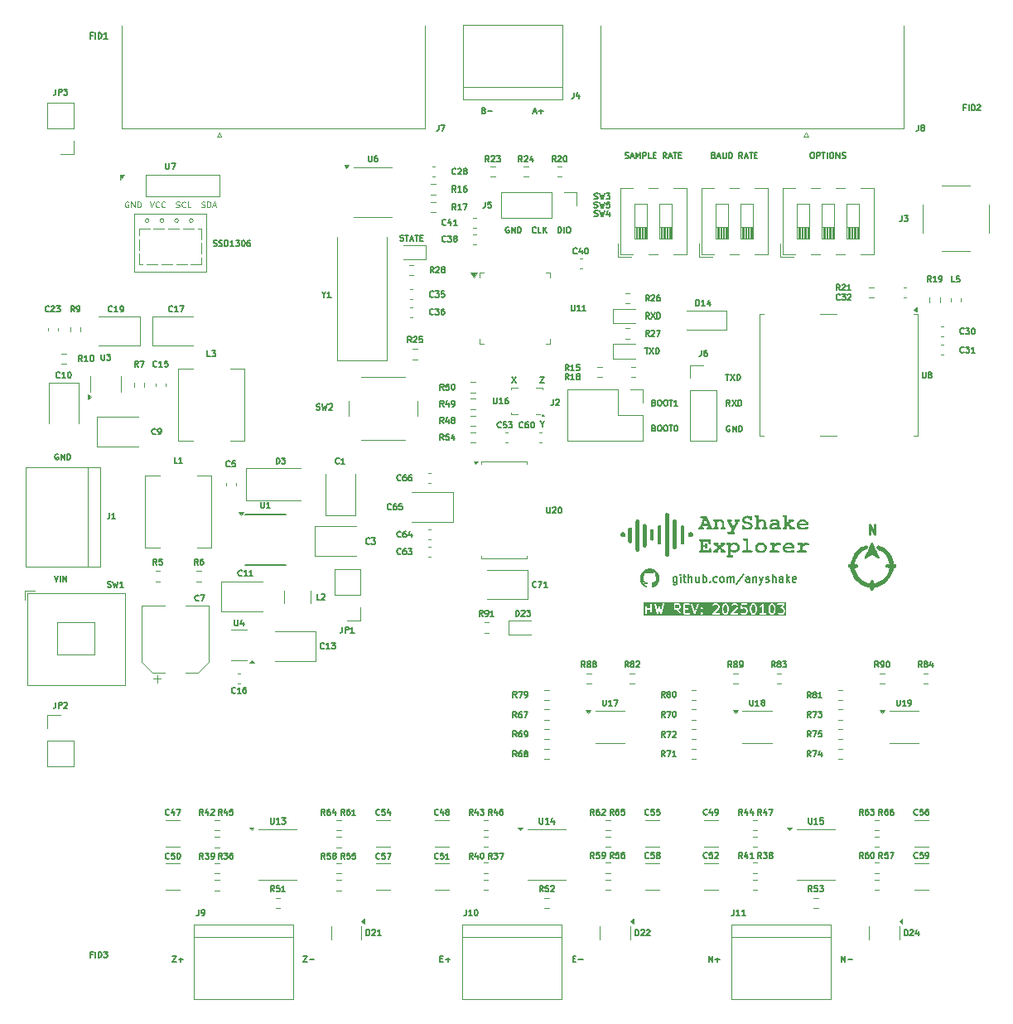
<source format=gbr>
%TF.GenerationSoftware,KiCad,Pcbnew,8.0.3*%
%TF.CreationDate,2025-01-03T01:20:01+08:00*%
%TF.ProjectId,Explorer,4578706c-6f72-4657-922e-6b696361645f,rev?*%
%TF.SameCoordinates,Original*%
%TF.FileFunction,Legend,Top*%
%TF.FilePolarity,Positive*%
%FSLAX46Y46*%
G04 Gerber Fmt 4.6, Leading zero omitted, Abs format (unit mm)*
G04 Created by KiCad (PCBNEW 8.0.3) date 2025-01-03 01:20:01*
%MOMM*%
%LPD*%
G01*
G04 APERTURE LIST*
%ADD10C,0.150000*%
%ADD11C,0.250000*%
%ADD12C,0.120000*%
%ADD13C,0.000000*%
%ADD14C,0.100000*%
G04 APERTURE END LIST*
D10*
X48152857Y-116469771D02*
X48352857Y-117069771D01*
X48352857Y-117069771D02*
X48552857Y-116469771D01*
X48752858Y-117069771D02*
X48752858Y-116469771D01*
X49038572Y-117069771D02*
X49038572Y-116469771D01*
X49038572Y-116469771D02*
X49381429Y-117069771D01*
X49381429Y-117069771D02*
X49381429Y-116469771D01*
G36*
X116850953Y-119496871D02*
G01*
X116882280Y-119527115D01*
X116920634Y-119601596D01*
X116965237Y-119774968D01*
X116966490Y-119994641D01*
X116924368Y-120168159D01*
X116885543Y-120248175D01*
X116855297Y-120279504D01*
X116786317Y-120315026D01*
X116726156Y-120315815D01*
X116658047Y-120282767D01*
X116626720Y-120252521D01*
X116588365Y-120178040D01*
X116543762Y-120004668D01*
X116542509Y-119784995D01*
X116584631Y-119611477D01*
X116623457Y-119531460D01*
X116653701Y-119500133D01*
X116722682Y-119464611D01*
X116782843Y-119463822D01*
X116850953Y-119496871D01*
G37*
G36*
X119708096Y-119496871D02*
G01*
X119739423Y-119527115D01*
X119777777Y-119601596D01*
X119822380Y-119774968D01*
X119823633Y-119994641D01*
X119781511Y-120168159D01*
X119742686Y-120248175D01*
X119712440Y-120279504D01*
X119643460Y-120315026D01*
X119583299Y-120315815D01*
X119515190Y-120282767D01*
X119483863Y-120252521D01*
X119445508Y-120178040D01*
X119400905Y-120004668D01*
X119399652Y-119784995D01*
X119441774Y-119611477D01*
X119480600Y-119531460D01*
X119510844Y-119500133D01*
X119579825Y-119464611D01*
X119639986Y-119463822D01*
X119708096Y-119496871D01*
G37*
G36*
X121612858Y-119496871D02*
G01*
X121644185Y-119527115D01*
X121682539Y-119601596D01*
X121727142Y-119774968D01*
X121728395Y-119994641D01*
X121686273Y-120168159D01*
X121647448Y-120248175D01*
X121617202Y-120279504D01*
X121548222Y-120315026D01*
X121488061Y-120315815D01*
X121419952Y-120282767D01*
X121388625Y-120252521D01*
X121350270Y-120178040D01*
X121305667Y-120004668D01*
X121304414Y-119784995D01*
X121346536Y-119611477D01*
X121385362Y-119531460D01*
X121415606Y-119500133D01*
X121484587Y-119464611D01*
X121544748Y-119463822D01*
X121612858Y-119496871D01*
G37*
G36*
X111993810Y-119496871D02*
G01*
X112025137Y-119527115D01*
X112060595Y-119595972D01*
X112061580Y-119703604D01*
X112028400Y-119771985D01*
X111998155Y-119803313D01*
X111929467Y-119838684D01*
X111803316Y-119839144D01*
X111800494Y-119838646D01*
X111798160Y-119839162D01*
X111638242Y-119839745D01*
X111637709Y-119464550D01*
X111925043Y-119463503D01*
X111993810Y-119496871D01*
G37*
G36*
X122940611Y-120575930D02*
G01*
X108425532Y-120575930D01*
X108425532Y-119389819D01*
X108536643Y-119389819D01*
X108538084Y-120404451D01*
X108549283Y-120431487D01*
X108569975Y-120452179D01*
X108597011Y-120463378D01*
X108626275Y-120463378D01*
X108653311Y-120452179D01*
X108674003Y-120431487D01*
X108685202Y-120404451D01*
X108686643Y-120389819D01*
X108686005Y-119940826D01*
X109108852Y-119939786D01*
X109109512Y-120404451D01*
X109120711Y-120431487D01*
X109141403Y-120452179D01*
X109168439Y-120463378D01*
X109197703Y-120463378D01*
X109224739Y-120452179D01*
X109245431Y-120431487D01*
X109256630Y-120404451D01*
X109258071Y-120389819D01*
X109256655Y-119392623D01*
X109489076Y-119392623D01*
X109491064Y-119407191D01*
X109729726Y-120403466D01*
X109731128Y-120414012D01*
X109733047Y-120417327D01*
X109733949Y-120421091D01*
X109740335Y-120429915D01*
X109745790Y-120439337D01*
X109748847Y-120441677D01*
X109751106Y-120444798D01*
X109760381Y-120450505D01*
X109769028Y-120457124D01*
X109772748Y-120458116D01*
X109776028Y-120460134D01*
X109786782Y-120461858D01*
X109797304Y-120464664D01*
X109801119Y-120464157D01*
X109804923Y-120464767D01*
X109815521Y-120462243D01*
X109826312Y-120460810D01*
X109829643Y-120458881D01*
X109833391Y-120457989D01*
X109842215Y-120451602D01*
X109851637Y-120446148D01*
X109853977Y-120443090D01*
X109857098Y-120440832D01*
X109862805Y-120431556D01*
X109869424Y-120422910D01*
X109871449Y-120417510D01*
X109872434Y-120415910D01*
X109872721Y-120414118D01*
X109874587Y-120409144D01*
X109992414Y-119963870D01*
X110111086Y-120405495D01*
X110112756Y-120415910D01*
X110114759Y-120419166D01*
X110115766Y-120422911D01*
X110122386Y-120431559D01*
X110128092Y-120440832D01*
X110131212Y-120443090D01*
X110133553Y-120446148D01*
X110142974Y-120451602D01*
X110151799Y-120457989D01*
X110155546Y-120458881D01*
X110158878Y-120460810D01*
X110169671Y-120462244D01*
X110180267Y-120464767D01*
X110184068Y-120464157D01*
X110187887Y-120464665D01*
X110198418Y-120461856D01*
X110209162Y-120460134D01*
X110212438Y-120458118D01*
X110216162Y-120457125D01*
X110224812Y-120450503D01*
X110234084Y-120444798D01*
X110236342Y-120441677D01*
X110239400Y-120439337D01*
X110244855Y-120429914D01*
X110251241Y-120421091D01*
X110253118Y-120415642D01*
X110254062Y-120414013D01*
X110254301Y-120412209D01*
X110256031Y-120407191D01*
X110496115Y-119392623D01*
X110495665Y-119389819D01*
X111489024Y-119389819D01*
X111490465Y-120404451D01*
X111501664Y-120431487D01*
X111522356Y-120452179D01*
X111549392Y-120463378D01*
X111578656Y-120463378D01*
X111605692Y-120452179D01*
X111626384Y-120431487D01*
X111637583Y-120404451D01*
X111639024Y-120389819D01*
X111638453Y-119988356D01*
X111762676Y-119987904D01*
X112083581Y-120443989D01*
X112108260Y-120459716D01*
X112137077Y-120464802D01*
X112165648Y-120458472D01*
X112189622Y-120441690D01*
X112205349Y-120417012D01*
X112210434Y-120388194D01*
X112204105Y-120359623D01*
X112196895Y-120346810D01*
X111944038Y-119987439D01*
X111946936Y-119987233D01*
X111959608Y-119987187D01*
X111962097Y-119986155D01*
X111964785Y-119985965D01*
X111978517Y-119980710D01*
X112073073Y-119932017D01*
X112081882Y-119928369D01*
X112084784Y-119925986D01*
X112086198Y-119925259D01*
X112087497Y-119923760D01*
X112093247Y-119919042D01*
X112140588Y-119870006D01*
X112147083Y-119864374D01*
X112149062Y-119861228D01*
X112150193Y-119860058D01*
X112150950Y-119858230D01*
X112154915Y-119851931D01*
X112196590Y-119766041D01*
X112197812Y-119764820D01*
X112201481Y-119755960D01*
X112207789Y-119742962D01*
X112207980Y-119740272D01*
X112209011Y-119737784D01*
X112210452Y-119723152D01*
X112209247Y-119591521D01*
X112209863Y-119589675D01*
X112209137Y-119579460D01*
X112209011Y-119565663D01*
X112207980Y-119563174D01*
X112207789Y-119560485D01*
X112202534Y-119546754D01*
X112153842Y-119452199D01*
X112150193Y-119443389D01*
X112147810Y-119440486D01*
X112147083Y-119439073D01*
X112145584Y-119437773D01*
X112140866Y-119432024D01*
X112097151Y-119389819D01*
X112489024Y-119389819D01*
X112490465Y-120404450D01*
X112490465Y-120404451D01*
X112501664Y-120431487D01*
X112522356Y-120452179D01*
X112549392Y-120463378D01*
X112564024Y-120464819D01*
X113054846Y-120463378D01*
X113081882Y-120452179D01*
X113102574Y-120431487D01*
X113113773Y-120404451D01*
X113113773Y-120375187D01*
X113102574Y-120348151D01*
X113081882Y-120327459D01*
X113054846Y-120316260D01*
X113040214Y-120314819D01*
X112638919Y-120315997D01*
X112638386Y-119940701D01*
X112911989Y-119939568D01*
X112939025Y-119928369D01*
X112959717Y-119907677D01*
X112970916Y-119880641D01*
X112970916Y-119851377D01*
X112959717Y-119824341D01*
X112939025Y-119803649D01*
X112911989Y-119792450D01*
X112897357Y-119791009D01*
X112638175Y-119792082D01*
X112637709Y-119464602D01*
X113054846Y-119463378D01*
X113081882Y-119452179D01*
X113102574Y-119431487D01*
X113113773Y-119404451D01*
X113113773Y-119399199D01*
X113251518Y-119399199D01*
X113254778Y-119413536D01*
X113586555Y-120404413D01*
X113586926Y-120409629D01*
X113591090Y-120417959D01*
X113594105Y-120426961D01*
X113597615Y-120431008D01*
X113600012Y-120435802D01*
X113607120Y-120441967D01*
X113613279Y-120449068D01*
X113618068Y-120451462D01*
X113622119Y-120454976D01*
X113631044Y-120457950D01*
X113639452Y-120462155D01*
X113644796Y-120462534D01*
X113649882Y-120464230D01*
X113659262Y-120463563D01*
X113668642Y-120464230D01*
X113673727Y-120462534D01*
X113679072Y-120462155D01*
X113687482Y-120457949D01*
X113696404Y-120454976D01*
X113700451Y-120451465D01*
X113705245Y-120449069D01*
X113711408Y-120441963D01*
X113718512Y-120435802D01*
X113720907Y-120431010D01*
X113724419Y-120426962D01*
X113730413Y-120413536D01*
X113758940Y-120327569D01*
X114204751Y-120327569D01*
X114204751Y-120356832D01*
X114209788Y-120368991D01*
X114215950Y-120383868D01*
X114225277Y-120395233D01*
X114284261Y-120452179D01*
X114311297Y-120463378D01*
X114311298Y-120463378D01*
X114340560Y-120463378D01*
X114340561Y-120463378D01*
X114367597Y-120452179D01*
X114378962Y-120442852D01*
X114435908Y-120383868D01*
X114439504Y-120375187D01*
X115395227Y-120375187D01*
X115395227Y-120404451D01*
X115406426Y-120431487D01*
X115427118Y-120452179D01*
X115454154Y-120463378D01*
X115468786Y-120464819D01*
X116102465Y-120463378D01*
X116129501Y-120452179D01*
X116150193Y-120431487D01*
X116161392Y-120404451D01*
X116161392Y-120375187D01*
X116150193Y-120348151D01*
X116129501Y-120327459D01*
X116102465Y-120316260D01*
X116087833Y-120314819D01*
X115648408Y-120315818D01*
X116083920Y-119878778D01*
X116086197Y-119877640D01*
X116093868Y-119868795D01*
X116102575Y-119860058D01*
X116103606Y-119857567D01*
X116105371Y-119855533D01*
X116111365Y-119842107D01*
X116134454Y-119770771D01*
X116393786Y-119770771D01*
X116395116Y-120004166D01*
X116393875Y-120012512D01*
X116395216Y-120021583D01*
X116395227Y-120023498D01*
X116395649Y-120024519D01*
X116396025Y-120027056D01*
X116443542Y-120211754D01*
X116444068Y-120219151D01*
X116448270Y-120230133D01*
X116448591Y-120231378D01*
X116448913Y-120231813D01*
X116449323Y-120232883D01*
X116498013Y-120327435D01*
X116501663Y-120336247D01*
X116504046Y-120339151D01*
X116504774Y-120340564D01*
X116506272Y-120341863D01*
X116510990Y-120347612D01*
X116560025Y-120394953D01*
X116565659Y-120401450D01*
X116568804Y-120403429D01*
X116569975Y-120404560D01*
X116571802Y-120405317D01*
X116578102Y-120409282D01*
X116663991Y-120450957D01*
X116665213Y-120452179D01*
X116674072Y-120455848D01*
X116687071Y-120462156D01*
X116689760Y-120462347D01*
X116692249Y-120463378D01*
X116706881Y-120464819D01*
X116791187Y-120463713D01*
X116792738Y-120464230D01*
X116802007Y-120463571D01*
X116816751Y-120463378D01*
X116819240Y-120462346D01*
X116821928Y-120462156D01*
X116835660Y-120456901D01*
X116930214Y-120408209D01*
X116939025Y-120404560D01*
X116941927Y-120402177D01*
X116943341Y-120401450D01*
X116944641Y-120399950D01*
X116950391Y-120395232D01*
X116969743Y-120375187D01*
X117299989Y-120375187D01*
X117299989Y-120404451D01*
X117311188Y-120431487D01*
X117331880Y-120452179D01*
X117358916Y-120463378D01*
X117373548Y-120464819D01*
X118007227Y-120463378D01*
X118034263Y-120452179D01*
X118054955Y-120431487D01*
X118066154Y-120404451D01*
X118066154Y-120375187D01*
X118054955Y-120348151D01*
X118034263Y-120327459D01*
X118007227Y-120316260D01*
X117992595Y-120314819D01*
X117553170Y-120315818D01*
X117988682Y-119878778D01*
X117990959Y-119877640D01*
X117994767Y-119873249D01*
X118298898Y-119873249D01*
X118299989Y-119876864D01*
X118299989Y-119880640D01*
X118304183Y-119890765D01*
X118307351Y-119901265D01*
X118309742Y-119904188D01*
X118311188Y-119907677D01*
X118318941Y-119915430D01*
X118325882Y-119923913D01*
X118329208Y-119925697D01*
X118331880Y-119928369D01*
X118342007Y-119932564D01*
X118351669Y-119937747D01*
X118355428Y-119938122D01*
X118358917Y-119939568D01*
X118369878Y-119939568D01*
X118380788Y-119940659D01*
X118384404Y-119939568D01*
X118388179Y-119939568D01*
X118398304Y-119935373D01*
X118408804Y-119932206D01*
X118411727Y-119929814D01*
X118415216Y-119928369D01*
X118426581Y-119919042D01*
X118463225Y-119881085D01*
X118531976Y-119845682D01*
X118734712Y-119844526D01*
X118803334Y-119877823D01*
X118834661Y-119908067D01*
X118870064Y-119976818D01*
X118871220Y-120179554D01*
X118837924Y-120248175D01*
X118807678Y-120279504D01*
X118738928Y-120314907D01*
X118536192Y-120316063D01*
X118467571Y-120282767D01*
X118415216Y-120232220D01*
X118388180Y-120221021D01*
X118358917Y-120221021D01*
X118331881Y-120232219D01*
X118311188Y-120252912D01*
X118299989Y-120279948D01*
X118299989Y-120309211D01*
X118311187Y-120336247D01*
X118320514Y-120347612D01*
X118369549Y-120394953D01*
X118375183Y-120401450D01*
X118378328Y-120403429D01*
X118379499Y-120404560D01*
X118381326Y-120405317D01*
X118387626Y-120409282D01*
X118473515Y-120450957D01*
X118474737Y-120452179D01*
X118483596Y-120455848D01*
X118496595Y-120462156D01*
X118499284Y-120462347D01*
X118501773Y-120463378D01*
X118516405Y-120464819D01*
X118743009Y-120463526D01*
X118745119Y-120464230D01*
X118756061Y-120463452D01*
X118769132Y-120463378D01*
X118771621Y-120462346D01*
X118774309Y-120462156D01*
X118788041Y-120456901D01*
X118882595Y-120408209D01*
X118891406Y-120404560D01*
X118894308Y-120402177D01*
X118895722Y-120401450D01*
X118897022Y-120399950D01*
X118902772Y-120395232D01*
X118950113Y-120346195D01*
X118956607Y-120340564D01*
X118958586Y-120337418D01*
X118959718Y-120336247D01*
X118960475Y-120334417D01*
X118964439Y-120328121D01*
X119006114Y-120242231D01*
X119007336Y-120241010D01*
X119011005Y-120232150D01*
X119017313Y-120219152D01*
X119017504Y-120216462D01*
X119018535Y-120213974D01*
X119019976Y-120199342D01*
X119018683Y-119972736D01*
X119019387Y-119970627D01*
X119018609Y-119959684D01*
X119018535Y-119946615D01*
X119017504Y-119944126D01*
X119017313Y-119941437D01*
X119012058Y-119927706D01*
X118963366Y-119833151D01*
X118959717Y-119824341D01*
X118957334Y-119821438D01*
X118956607Y-119820025D01*
X118955108Y-119818725D01*
X118950390Y-119812976D01*
X118906675Y-119770771D01*
X119250929Y-119770771D01*
X119252259Y-120004166D01*
X119251018Y-120012512D01*
X119252359Y-120021583D01*
X119252370Y-120023498D01*
X119252792Y-120024519D01*
X119253168Y-120027056D01*
X119300685Y-120211754D01*
X119301211Y-120219151D01*
X119305413Y-120230133D01*
X119305734Y-120231378D01*
X119306056Y-120231813D01*
X119306466Y-120232883D01*
X119355156Y-120327435D01*
X119358806Y-120336247D01*
X119361189Y-120339151D01*
X119361917Y-120340564D01*
X119363415Y-120341863D01*
X119368133Y-120347612D01*
X119417168Y-120394953D01*
X119422802Y-120401450D01*
X119425947Y-120403429D01*
X119427118Y-120404560D01*
X119428945Y-120405317D01*
X119435245Y-120409282D01*
X119521134Y-120450957D01*
X119522356Y-120452179D01*
X119531215Y-120455848D01*
X119544214Y-120462156D01*
X119546903Y-120462347D01*
X119549392Y-120463378D01*
X119564024Y-120464819D01*
X119648330Y-120463713D01*
X119649881Y-120464230D01*
X119659150Y-120463571D01*
X119673894Y-120463378D01*
X119676383Y-120462346D01*
X119679071Y-120462156D01*
X119692803Y-120456901D01*
X119787357Y-120408209D01*
X119796168Y-120404560D01*
X119799070Y-120402177D01*
X119800484Y-120401450D01*
X119801784Y-120399950D01*
X119807534Y-120395232D01*
X119854875Y-120346195D01*
X119861369Y-120340564D01*
X119863348Y-120337418D01*
X119864480Y-120336247D01*
X119865237Y-120334417D01*
X119869201Y-120328121D01*
X119913469Y-120236888D01*
X119917552Y-120231378D01*
X119921487Y-120220362D01*
X119922075Y-120219152D01*
X119922113Y-120218611D01*
X119922499Y-120217532D01*
X119967739Y-120031166D01*
X119970916Y-120023498D01*
X119971813Y-120014383D01*
X119972268Y-120012512D01*
X119972105Y-120011419D01*
X119972357Y-120008866D01*
X119971026Y-119775470D01*
X119972268Y-119767125D01*
X119970926Y-119758053D01*
X119970916Y-119756139D01*
X119970493Y-119755117D01*
X119970118Y-119752581D01*
X119947882Y-119666152D01*
X120203899Y-119666152D01*
X120205973Y-119695342D01*
X120219060Y-119721517D01*
X120241168Y-119740690D01*
X120268929Y-119749944D01*
X120298119Y-119747870D01*
X120311851Y-119742615D01*
X120406407Y-119693922D01*
X120415216Y-119690274D01*
X120418118Y-119687891D01*
X120419532Y-119687164D01*
X120420831Y-119685665D01*
X120426581Y-119680947D01*
X120489346Y-119616958D01*
X120490338Y-120315702D01*
X120263678Y-120316260D01*
X120236642Y-120327459D01*
X120215950Y-120348151D01*
X120204751Y-120375187D01*
X120204751Y-120404451D01*
X120215950Y-120431487D01*
X120236642Y-120452179D01*
X120263678Y-120463378D01*
X120278310Y-120464819D01*
X120864370Y-120463378D01*
X120891406Y-120452179D01*
X120912098Y-120431487D01*
X120923297Y-120404451D01*
X120923297Y-120375187D01*
X120912098Y-120348151D01*
X120891406Y-120327459D01*
X120864370Y-120316260D01*
X120849738Y-120314819D01*
X120638918Y-120315337D01*
X120638144Y-119770771D01*
X121155691Y-119770771D01*
X121157021Y-120004166D01*
X121155780Y-120012512D01*
X121157121Y-120021583D01*
X121157132Y-120023498D01*
X121157554Y-120024519D01*
X121157930Y-120027056D01*
X121205447Y-120211754D01*
X121205973Y-120219151D01*
X121210175Y-120230133D01*
X121210496Y-120231378D01*
X121210818Y-120231813D01*
X121211228Y-120232883D01*
X121259918Y-120327435D01*
X121263568Y-120336247D01*
X121265951Y-120339151D01*
X121266679Y-120340564D01*
X121268177Y-120341863D01*
X121272895Y-120347612D01*
X121321930Y-120394953D01*
X121327564Y-120401450D01*
X121330709Y-120403429D01*
X121331880Y-120404560D01*
X121333707Y-120405317D01*
X121340007Y-120409282D01*
X121425896Y-120450957D01*
X121427118Y-120452179D01*
X121435977Y-120455848D01*
X121448976Y-120462156D01*
X121451665Y-120462347D01*
X121454154Y-120463378D01*
X121468786Y-120464819D01*
X121553092Y-120463713D01*
X121554643Y-120464230D01*
X121563912Y-120463571D01*
X121578656Y-120463378D01*
X121581145Y-120462346D01*
X121583833Y-120462156D01*
X121597565Y-120456901D01*
X121692119Y-120408209D01*
X121700930Y-120404560D01*
X121703832Y-120402177D01*
X121705246Y-120401450D01*
X121706546Y-120399950D01*
X121712296Y-120395232D01*
X121759637Y-120346195D01*
X121766131Y-120340564D01*
X121768110Y-120337418D01*
X121769242Y-120336247D01*
X121769999Y-120334417D01*
X121773963Y-120328121D01*
X121818231Y-120236888D01*
X121822314Y-120231378D01*
X121826249Y-120220362D01*
X121826837Y-120219152D01*
X121826875Y-120218611D01*
X121827261Y-120217532D01*
X121872501Y-120031166D01*
X121875678Y-120023498D01*
X121876575Y-120014383D01*
X121877030Y-120012512D01*
X121876867Y-120011419D01*
X121877119Y-120008866D01*
X121875788Y-119775470D01*
X121877030Y-119767125D01*
X121875688Y-119758053D01*
X121875678Y-119756139D01*
X121875255Y-119755117D01*
X121874880Y-119752581D01*
X121827362Y-119567882D01*
X121826837Y-119560485D01*
X121822633Y-119549502D01*
X121822314Y-119548259D01*
X121821991Y-119547823D01*
X121821582Y-119546754D01*
X121772890Y-119452199D01*
X121769241Y-119443389D01*
X121766858Y-119440486D01*
X121766131Y-119439073D01*
X121764632Y-119437773D01*
X121759914Y-119432024D01*
X121710878Y-119384682D01*
X121705246Y-119378188D01*
X121702100Y-119376208D01*
X121701043Y-119375187D01*
X122061894Y-119375187D01*
X122061894Y-119404451D01*
X122073093Y-119431487D01*
X122093785Y-119452179D01*
X122120821Y-119463378D01*
X122135453Y-119464819D01*
X122590724Y-119463783D01*
X122366939Y-119720970D01*
X122358807Y-119729103D01*
X122357847Y-119731419D01*
X122356173Y-119733344D01*
X122352271Y-119744881D01*
X122347608Y-119756139D01*
X122347608Y-119758669D01*
X122346798Y-119761065D01*
X122347608Y-119773218D01*
X122347608Y-119785403D01*
X122348575Y-119787739D01*
X122348744Y-119790263D01*
X122354146Y-119801188D01*
X122358807Y-119812439D01*
X122360593Y-119814225D01*
X122361716Y-119816495D01*
X122370888Y-119824520D01*
X122379499Y-119833131D01*
X122381835Y-119834099D01*
X122383740Y-119835765D01*
X122395277Y-119839666D01*
X122406535Y-119844330D01*
X122410105Y-119844681D01*
X122411461Y-119845140D01*
X122413428Y-119845008D01*
X122421167Y-119845771D01*
X122544476Y-119844642D01*
X122612858Y-119877823D01*
X122644185Y-119908067D01*
X122679588Y-119976818D01*
X122680744Y-120179554D01*
X122647448Y-120248175D01*
X122617202Y-120279504D01*
X122548480Y-120314893D01*
X122298161Y-120316094D01*
X122229476Y-120282767D01*
X122177121Y-120232220D01*
X122150085Y-120221021D01*
X122120822Y-120221021D01*
X122093786Y-120232219D01*
X122073093Y-120252912D01*
X122061894Y-120279948D01*
X122061894Y-120309211D01*
X122073092Y-120336247D01*
X122082419Y-120347612D01*
X122131454Y-120394953D01*
X122137088Y-120401450D01*
X122140233Y-120403429D01*
X122141404Y-120404560D01*
X122143231Y-120405317D01*
X122149531Y-120409282D01*
X122235420Y-120450957D01*
X122236642Y-120452179D01*
X122245501Y-120455848D01*
X122258500Y-120462156D01*
X122261189Y-120462347D01*
X122263678Y-120463378D01*
X122278310Y-120464819D01*
X122552464Y-120463503D01*
X122554643Y-120464230D01*
X122565763Y-120463439D01*
X122578656Y-120463378D01*
X122581145Y-120462346D01*
X122583833Y-120462156D01*
X122597565Y-120456901D01*
X122692119Y-120408209D01*
X122700930Y-120404560D01*
X122703832Y-120402177D01*
X122705246Y-120401450D01*
X122706546Y-120399950D01*
X122712296Y-120395232D01*
X122759637Y-120346195D01*
X122766131Y-120340564D01*
X122768110Y-120337418D01*
X122769242Y-120336247D01*
X122769999Y-120334417D01*
X122773963Y-120328121D01*
X122815638Y-120242231D01*
X122816860Y-120241010D01*
X122820529Y-120232150D01*
X122826837Y-120219152D01*
X122827028Y-120216462D01*
X122828059Y-120213974D01*
X122829500Y-120199342D01*
X122828207Y-119972736D01*
X122828911Y-119970627D01*
X122828133Y-119959684D01*
X122828059Y-119946615D01*
X122827028Y-119944126D01*
X122826837Y-119941437D01*
X122821582Y-119927706D01*
X122772890Y-119833151D01*
X122769241Y-119824341D01*
X122766858Y-119821438D01*
X122766131Y-119820025D01*
X122764632Y-119818725D01*
X122759914Y-119812976D01*
X122710878Y-119765634D01*
X122705246Y-119759140D01*
X122702100Y-119757160D01*
X122700930Y-119756030D01*
X122699102Y-119755272D01*
X122692803Y-119751308D01*
X122606914Y-119709633D01*
X122605692Y-119708411D01*
X122596826Y-119704738D01*
X122583833Y-119698434D01*
X122583544Y-119698413D01*
X122808727Y-119439619D01*
X122816860Y-119431487D01*
X122817819Y-119429170D01*
X122819494Y-119427246D01*
X122823395Y-119415708D01*
X122828059Y-119404451D01*
X122828059Y-119401920D01*
X122828869Y-119399525D01*
X122828059Y-119387371D01*
X122828059Y-119375187D01*
X122827091Y-119372850D01*
X122826923Y-119370327D01*
X122821520Y-119359401D01*
X122816860Y-119348151D01*
X122815073Y-119346364D01*
X122813951Y-119344095D01*
X122804778Y-119336069D01*
X122796168Y-119327459D01*
X122793831Y-119326490D01*
X122791927Y-119324825D01*
X122780389Y-119320923D01*
X122769132Y-119316260D01*
X122765561Y-119315908D01*
X122764206Y-119315450D01*
X122762238Y-119315581D01*
X122754500Y-119314819D01*
X122120821Y-119316260D01*
X122093785Y-119327459D01*
X122073093Y-119348151D01*
X122061894Y-119375187D01*
X121701043Y-119375187D01*
X121700930Y-119375078D01*
X121699102Y-119374320D01*
X121692803Y-119370356D01*
X121606914Y-119328681D01*
X121605692Y-119327459D01*
X121596826Y-119323786D01*
X121583833Y-119317482D01*
X121581145Y-119317291D01*
X121578656Y-119316260D01*
X121564024Y-119314819D01*
X121479716Y-119315924D01*
X121478166Y-119315408D01*
X121468895Y-119316066D01*
X121454154Y-119316260D01*
X121451665Y-119317290D01*
X121448976Y-119317482D01*
X121435245Y-119322737D01*
X121340690Y-119371428D01*
X121331880Y-119375078D01*
X121328977Y-119377460D01*
X121327564Y-119378188D01*
X121326264Y-119379686D01*
X121320515Y-119384405D01*
X121273173Y-119433440D01*
X121266679Y-119439073D01*
X121264699Y-119442218D01*
X121263569Y-119443389D01*
X121262811Y-119445216D01*
X121258847Y-119451516D01*
X121214580Y-119542747D01*
X121210496Y-119548259D01*
X121206558Y-119559278D01*
X121205973Y-119560486D01*
X121205934Y-119561025D01*
X121205549Y-119562105D01*
X121160308Y-119748470D01*
X121157132Y-119756139D01*
X121156234Y-119765253D01*
X121155780Y-119767125D01*
X121155942Y-119768217D01*
X121155691Y-119770771D01*
X120638144Y-119770771D01*
X120637613Y-119396868D01*
X120639024Y-119389740D01*
X120637593Y-119382587D01*
X120637583Y-119375187D01*
X120634741Y-119368326D01*
X120633285Y-119361045D01*
X120629195Y-119354938D01*
X120626384Y-119348151D01*
X120621135Y-119342902D01*
X120617002Y-119336730D01*
X120610885Y-119332652D01*
X120605692Y-119327459D01*
X120598832Y-119324617D01*
X120592653Y-119320498D01*
X120585444Y-119319072D01*
X120578656Y-119316260D01*
X120571229Y-119316260D01*
X120563945Y-119314819D01*
X120556740Y-119316260D01*
X120549392Y-119316260D01*
X120542531Y-119319101D01*
X120535251Y-119320558D01*
X120529145Y-119324646D01*
X120522356Y-119327459D01*
X120517105Y-119332709D01*
X120510936Y-119336841D01*
X120501715Y-119348099D01*
X120501664Y-119348151D01*
X120501654Y-119348173D01*
X120501620Y-119348216D01*
X120414878Y-119480534D01*
X120332144Y-119564880D01*
X120232326Y-119616283D01*
X120213153Y-119638391D01*
X120203899Y-119666152D01*
X119947882Y-119666152D01*
X119922600Y-119567882D01*
X119922075Y-119560485D01*
X119917871Y-119549502D01*
X119917552Y-119548259D01*
X119917229Y-119547823D01*
X119916820Y-119546754D01*
X119868128Y-119452199D01*
X119864479Y-119443389D01*
X119862096Y-119440486D01*
X119861369Y-119439073D01*
X119859870Y-119437773D01*
X119855152Y-119432024D01*
X119806116Y-119384682D01*
X119800484Y-119378188D01*
X119797338Y-119376208D01*
X119796168Y-119375078D01*
X119794340Y-119374320D01*
X119788041Y-119370356D01*
X119702152Y-119328681D01*
X119700930Y-119327459D01*
X119692064Y-119323786D01*
X119679071Y-119317482D01*
X119676383Y-119317291D01*
X119673894Y-119316260D01*
X119659262Y-119314819D01*
X119574954Y-119315924D01*
X119573404Y-119315408D01*
X119564133Y-119316066D01*
X119549392Y-119316260D01*
X119546903Y-119317290D01*
X119544214Y-119317482D01*
X119530483Y-119322737D01*
X119435928Y-119371428D01*
X119427118Y-119375078D01*
X119424215Y-119377460D01*
X119422802Y-119378188D01*
X119421502Y-119379686D01*
X119415753Y-119384405D01*
X119368411Y-119433440D01*
X119361917Y-119439073D01*
X119359937Y-119442218D01*
X119358807Y-119443389D01*
X119358049Y-119445216D01*
X119354085Y-119451516D01*
X119309818Y-119542747D01*
X119305734Y-119548259D01*
X119301796Y-119559278D01*
X119301211Y-119560486D01*
X119301172Y-119561025D01*
X119300787Y-119562105D01*
X119255546Y-119748470D01*
X119252370Y-119756139D01*
X119251472Y-119765253D01*
X119251018Y-119767125D01*
X119251180Y-119768217D01*
X119250929Y-119770771D01*
X118906675Y-119770771D01*
X118901354Y-119765634D01*
X118895722Y-119759140D01*
X118892576Y-119757160D01*
X118891406Y-119756030D01*
X118889578Y-119755272D01*
X118883279Y-119751308D01*
X118797390Y-119709633D01*
X118796168Y-119708411D01*
X118787302Y-119704738D01*
X118774309Y-119698434D01*
X118771621Y-119698243D01*
X118769132Y-119697212D01*
X118754500Y-119695771D01*
X118527894Y-119697063D01*
X118525785Y-119696360D01*
X118514842Y-119697137D01*
X118501773Y-119697212D01*
X118499284Y-119698242D01*
X118496595Y-119698434D01*
X118482864Y-119703689D01*
X118463695Y-119713559D01*
X118487854Y-119464623D01*
X118911989Y-119463378D01*
X118939025Y-119452179D01*
X118959717Y-119431487D01*
X118970916Y-119404451D01*
X118970916Y-119375187D01*
X118959717Y-119348151D01*
X118939025Y-119327459D01*
X118911989Y-119316260D01*
X118897357Y-119314819D01*
X118424314Y-119316207D01*
X118413927Y-119315169D01*
X118410348Y-119316248D01*
X118406535Y-119316260D01*
X118396408Y-119320454D01*
X118385911Y-119323622D01*
X118382987Y-119326013D01*
X118379499Y-119327459D01*
X118371745Y-119335212D01*
X118363263Y-119342153D01*
X118361478Y-119345479D01*
X118358807Y-119348151D01*
X118354611Y-119358280D01*
X118349429Y-119367940D01*
X118348321Y-119373464D01*
X118347608Y-119375187D01*
X118347608Y-119377023D01*
X118346539Y-119382356D01*
X118301336Y-119848125D01*
X118299989Y-119851378D01*
X118299989Y-119862007D01*
X118298898Y-119873249D01*
X117994767Y-119873249D01*
X117998630Y-119868795D01*
X118007337Y-119860058D01*
X118008368Y-119857567D01*
X118010133Y-119855533D01*
X118016127Y-119842107D01*
X118062276Y-119699525D01*
X118066154Y-119690165D01*
X118066524Y-119686401D01*
X118067006Y-119684914D01*
X118066865Y-119682939D01*
X118067595Y-119675533D01*
X118066489Y-119591225D01*
X118067006Y-119589675D01*
X118066347Y-119580404D01*
X118066154Y-119565663D01*
X118065123Y-119563174D01*
X118064932Y-119560485D01*
X118059677Y-119546754D01*
X118010985Y-119452199D01*
X118007336Y-119443389D01*
X118004953Y-119440486D01*
X118004226Y-119439073D01*
X118002727Y-119437773D01*
X117998009Y-119432024D01*
X117948973Y-119384682D01*
X117943341Y-119378188D01*
X117940195Y-119376208D01*
X117939025Y-119375078D01*
X117937197Y-119374320D01*
X117930898Y-119370356D01*
X117845009Y-119328681D01*
X117843787Y-119327459D01*
X117834921Y-119323786D01*
X117821928Y-119317482D01*
X117819240Y-119317291D01*
X117816751Y-119316260D01*
X117802119Y-119314819D01*
X117575513Y-119316111D01*
X117573404Y-119315408D01*
X117562461Y-119316185D01*
X117549392Y-119316260D01*
X117546903Y-119317290D01*
X117544214Y-119317482D01*
X117530483Y-119322737D01*
X117435928Y-119371428D01*
X117427118Y-119375078D01*
X117424215Y-119377460D01*
X117422802Y-119378188D01*
X117421502Y-119379686D01*
X117415753Y-119384405D01*
X117358807Y-119443389D01*
X117347608Y-119470426D01*
X117347608Y-119499688D01*
X117358807Y-119526725D01*
X117379499Y-119547417D01*
X117406536Y-119558616D01*
X117435798Y-119558616D01*
X117462835Y-119547417D01*
X117474200Y-119538090D01*
X117510844Y-119500133D01*
X117579595Y-119464730D01*
X117782331Y-119463574D01*
X117850953Y-119496871D01*
X117882280Y-119527115D01*
X117917802Y-119596096D01*
X117918646Y-119660459D01*
X117881207Y-119776130D01*
X117311188Y-120348151D01*
X117299989Y-120375187D01*
X116969743Y-120375187D01*
X116997732Y-120346195D01*
X117004226Y-120340564D01*
X117006205Y-120337418D01*
X117007337Y-120336247D01*
X117008094Y-120334417D01*
X117012058Y-120328121D01*
X117056326Y-120236888D01*
X117060409Y-120231378D01*
X117064344Y-120220362D01*
X117064932Y-120219152D01*
X117064970Y-120218611D01*
X117065356Y-120217532D01*
X117110596Y-120031166D01*
X117113773Y-120023498D01*
X117114670Y-120014383D01*
X117115125Y-120012512D01*
X117114962Y-120011419D01*
X117115214Y-120008866D01*
X117113883Y-119775470D01*
X117115125Y-119767125D01*
X117113783Y-119758053D01*
X117113773Y-119756139D01*
X117113350Y-119755117D01*
X117112975Y-119752581D01*
X117065457Y-119567882D01*
X117064932Y-119560485D01*
X117060728Y-119549502D01*
X117060409Y-119548259D01*
X117060086Y-119547823D01*
X117059677Y-119546754D01*
X117010985Y-119452199D01*
X117007336Y-119443389D01*
X117004953Y-119440486D01*
X117004226Y-119439073D01*
X117002727Y-119437773D01*
X116998009Y-119432024D01*
X116948973Y-119384682D01*
X116943341Y-119378188D01*
X116940195Y-119376208D01*
X116939025Y-119375078D01*
X116937197Y-119374320D01*
X116930898Y-119370356D01*
X116845009Y-119328681D01*
X116843787Y-119327459D01*
X116834921Y-119323786D01*
X116821928Y-119317482D01*
X116819240Y-119317291D01*
X116816751Y-119316260D01*
X116802119Y-119314819D01*
X116717811Y-119315924D01*
X116716261Y-119315408D01*
X116706990Y-119316066D01*
X116692249Y-119316260D01*
X116689760Y-119317290D01*
X116687071Y-119317482D01*
X116673340Y-119322737D01*
X116578785Y-119371428D01*
X116569975Y-119375078D01*
X116567072Y-119377460D01*
X116565659Y-119378188D01*
X116564359Y-119379686D01*
X116558610Y-119384405D01*
X116511268Y-119433440D01*
X116504774Y-119439073D01*
X116502794Y-119442218D01*
X116501664Y-119443389D01*
X116500906Y-119445216D01*
X116496942Y-119451516D01*
X116452675Y-119542747D01*
X116448591Y-119548259D01*
X116444653Y-119559278D01*
X116444068Y-119560486D01*
X116444029Y-119561025D01*
X116443644Y-119562105D01*
X116398403Y-119748470D01*
X116395227Y-119756139D01*
X116394329Y-119765253D01*
X116393875Y-119767125D01*
X116394037Y-119768217D01*
X116393786Y-119770771D01*
X116134454Y-119770771D01*
X116157514Y-119699525D01*
X116161392Y-119690165D01*
X116161762Y-119686401D01*
X116162244Y-119684914D01*
X116162103Y-119682939D01*
X116162833Y-119675533D01*
X116161727Y-119591225D01*
X116162244Y-119589675D01*
X116161585Y-119580404D01*
X116161392Y-119565663D01*
X116160361Y-119563174D01*
X116160170Y-119560485D01*
X116154915Y-119546754D01*
X116106223Y-119452199D01*
X116102574Y-119443389D01*
X116100191Y-119440486D01*
X116099464Y-119439073D01*
X116097965Y-119437773D01*
X116093247Y-119432024D01*
X116044211Y-119384682D01*
X116038579Y-119378188D01*
X116035433Y-119376208D01*
X116034263Y-119375078D01*
X116032435Y-119374320D01*
X116026136Y-119370356D01*
X115940247Y-119328681D01*
X115939025Y-119327459D01*
X115930159Y-119323786D01*
X115917166Y-119317482D01*
X115914478Y-119317291D01*
X115911989Y-119316260D01*
X115897357Y-119314819D01*
X115670751Y-119316111D01*
X115668642Y-119315408D01*
X115657699Y-119316185D01*
X115644630Y-119316260D01*
X115642141Y-119317290D01*
X115639452Y-119317482D01*
X115625721Y-119322737D01*
X115531166Y-119371428D01*
X115522356Y-119375078D01*
X115519453Y-119377460D01*
X115518040Y-119378188D01*
X115516740Y-119379686D01*
X115510991Y-119384405D01*
X115454045Y-119443389D01*
X115442846Y-119470426D01*
X115442846Y-119499688D01*
X115454045Y-119526725D01*
X115474737Y-119547417D01*
X115501774Y-119558616D01*
X115531036Y-119558616D01*
X115558073Y-119547417D01*
X115569438Y-119538090D01*
X115606082Y-119500133D01*
X115674833Y-119464730D01*
X115877569Y-119463574D01*
X115946191Y-119496871D01*
X115977518Y-119527115D01*
X116013040Y-119596096D01*
X116013884Y-119660459D01*
X115976445Y-119776130D01*
X115406426Y-120348151D01*
X115395227Y-120375187D01*
X114439504Y-120375187D01*
X114447107Y-120356832D01*
X114447107Y-120327569D01*
X114447061Y-120327459D01*
X114435909Y-120300533D01*
X114426581Y-120289167D01*
X114367597Y-120232220D01*
X114367596Y-120232219D01*
X114349300Y-120224641D01*
X114340561Y-120221021D01*
X114340560Y-120221021D01*
X114311297Y-120221021D01*
X114302558Y-120224641D01*
X114284262Y-120232219D01*
X114284261Y-120232220D01*
X114272895Y-120241548D01*
X114215949Y-120300533D01*
X114204751Y-120327569D01*
X113758940Y-120327569D01*
X113932759Y-119803759D01*
X114204751Y-119803759D01*
X114204751Y-119833021D01*
X114215950Y-119860058D01*
X114225277Y-119871423D01*
X114284261Y-119928369D01*
X114311297Y-119939568D01*
X114311298Y-119939568D01*
X114340560Y-119939568D01*
X114340561Y-119939568D01*
X114367597Y-119928369D01*
X114378962Y-119919042D01*
X114435908Y-119860058D01*
X114447107Y-119833022D01*
X114447107Y-119803759D01*
X114447062Y-119803649D01*
X114435908Y-119776722D01*
X114426581Y-119765357D01*
X114367597Y-119708411D01*
X114340561Y-119697212D01*
X114340560Y-119697212D01*
X114311297Y-119697212D01*
X114284261Y-119708411D01*
X114272896Y-119717738D01*
X114215950Y-119776722D01*
X114204751Y-119803759D01*
X113932759Y-119803759D01*
X114067006Y-119399200D01*
X114064931Y-119370010D01*
X114051845Y-119343836D01*
X114029737Y-119324662D01*
X114001975Y-119315408D01*
X113972785Y-119317483D01*
X113946612Y-119330570D01*
X113927438Y-119352677D01*
X113921444Y-119366102D01*
X113659694Y-120154895D01*
X113391086Y-119352676D01*
X113371912Y-119330569D01*
X113345739Y-119317483D01*
X113316549Y-119315408D01*
X113288786Y-119324662D01*
X113266679Y-119343836D01*
X113253593Y-119370009D01*
X113251518Y-119399199D01*
X113113773Y-119399199D01*
X113113773Y-119375187D01*
X113102574Y-119348151D01*
X113081882Y-119327459D01*
X113054846Y-119316260D01*
X113040214Y-119314819D01*
X112549392Y-119316260D01*
X112522356Y-119327459D01*
X112501664Y-119348151D01*
X112490465Y-119375187D01*
X112489024Y-119389819D01*
X112097151Y-119389819D01*
X112091830Y-119384682D01*
X112086198Y-119378188D01*
X112083052Y-119376208D01*
X112081882Y-119375078D01*
X112080054Y-119374320D01*
X112073755Y-119370356D01*
X111987866Y-119328681D01*
X111986644Y-119327459D01*
X111977778Y-119323786D01*
X111964785Y-119317482D01*
X111962097Y-119317291D01*
X111959608Y-119316260D01*
X111944976Y-119314819D01*
X111549392Y-119316260D01*
X111522356Y-119327459D01*
X111501664Y-119348151D01*
X111490465Y-119375187D01*
X111489024Y-119389819D01*
X110495665Y-119389819D01*
X110491482Y-119363728D01*
X110476146Y-119338806D01*
X110452439Y-119321650D01*
X110423971Y-119314871D01*
X110395076Y-119319504D01*
X110370154Y-119334840D01*
X110352997Y-119358547D01*
X110348207Y-119372448D01*
X110179230Y-120086521D01*
X110064852Y-119660872D01*
X110063586Y-119651339D01*
X110061168Y-119647164D01*
X110059900Y-119642442D01*
X110053885Y-119634583D01*
X110048924Y-119626015D01*
X110045065Y-119623061D01*
X110042113Y-119619204D01*
X110033548Y-119614245D01*
X110025686Y-119608227D01*
X110020989Y-119606974D01*
X110016788Y-119604542D01*
X110006981Y-119603239D01*
X109997411Y-119600687D01*
X109992592Y-119601327D01*
X109987780Y-119600688D01*
X109978219Y-119603237D01*
X109968402Y-119604542D01*
X109964196Y-119606976D01*
X109959504Y-119608228D01*
X109951644Y-119614243D01*
X109943077Y-119619204D01*
X109940123Y-119623062D01*
X109936266Y-119626015D01*
X109931307Y-119634580D01*
X109925290Y-119642441D01*
X109922593Y-119649630D01*
X109921604Y-119651340D01*
X109921412Y-119652779D01*
X109920127Y-119656208D01*
X109806429Y-120085875D01*
X109632194Y-119358547D01*
X109615037Y-119334840D01*
X109590115Y-119319504D01*
X109561220Y-119314871D01*
X109532752Y-119321649D01*
X109509045Y-119338806D01*
X109493709Y-119363728D01*
X109489076Y-119392623D01*
X109256655Y-119392623D01*
X109256630Y-119375187D01*
X109245431Y-119348151D01*
X109224739Y-119327459D01*
X109197703Y-119316260D01*
X109168439Y-119316260D01*
X109141403Y-119327459D01*
X109120711Y-119348151D01*
X109109512Y-119375187D01*
X109108071Y-119389819D01*
X109108641Y-119791192D01*
X108685794Y-119792231D01*
X108685202Y-119375187D01*
X108674003Y-119348151D01*
X108653311Y-119327459D01*
X108626275Y-119316260D01*
X108597011Y-119316260D01*
X108569975Y-119327459D01*
X108549283Y-119348151D01*
X108538084Y-119375187D01*
X108536643Y-119389819D01*
X108425532Y-119389819D01*
X108425532Y-119203708D01*
X122940611Y-119203708D01*
X122940611Y-120575930D01*
G37*
X101200000Y-155655485D02*
X101400000Y-155655485D01*
X101485714Y-155969771D02*
X101200000Y-155969771D01*
X101200000Y-155969771D02*
X101200000Y-155369771D01*
X101200000Y-155369771D02*
X101485714Y-155369771D01*
X101742857Y-155741200D02*
X102200000Y-155741200D01*
X108515713Y-93219771D02*
X108858571Y-93219771D01*
X108687142Y-93819771D02*
X108687142Y-93219771D01*
X109001428Y-93219771D02*
X109401428Y-93819771D01*
X109401428Y-93219771D02*
X109001428Y-93819771D01*
X109630000Y-93819771D02*
X109630000Y-93219771D01*
X109630000Y-93219771D02*
X109772857Y-93219771D01*
X109772857Y-93219771D02*
X109858571Y-93248342D01*
X109858571Y-93248342D02*
X109915714Y-93305485D01*
X109915714Y-93305485D02*
X109944285Y-93362628D01*
X109944285Y-93362628D02*
X109972857Y-93476914D01*
X109972857Y-93476914D02*
X109972857Y-93562628D01*
X109972857Y-93562628D02*
X109944285Y-93676914D01*
X109944285Y-93676914D02*
X109915714Y-93734057D01*
X109915714Y-93734057D02*
X109858571Y-93791200D01*
X109858571Y-93791200D02*
X109772857Y-93819771D01*
X109772857Y-93819771D02*
X109630000Y-93819771D01*
X97135714Y-69098342D02*
X97421429Y-69098342D01*
X97078571Y-69269771D02*
X97278571Y-68669771D01*
X97278571Y-68669771D02*
X97478571Y-69269771D01*
X97678572Y-69041200D02*
X98135715Y-69041200D01*
X97907143Y-69269771D02*
X97907143Y-68812628D01*
X73628571Y-155369771D02*
X74028571Y-155369771D01*
X74028571Y-155369771D02*
X73628571Y-155969771D01*
X73628571Y-155969771D02*
X74028571Y-155969771D01*
X74257143Y-155741200D02*
X74714286Y-155741200D01*
X94914398Y-96168771D02*
X95314398Y-96768771D01*
X95314398Y-96168771D02*
X94914398Y-96768771D01*
D11*
X131464286Y-112265819D02*
X131464286Y-111265819D01*
X131464286Y-111265819D02*
X132035714Y-112265819D01*
X132035714Y-112265819D02*
X132035714Y-111265819D01*
D10*
X60228571Y-155369771D02*
X60628571Y-155369771D01*
X60628571Y-155369771D02*
X60228571Y-155969771D01*
X60228571Y-155969771D02*
X60628571Y-155969771D01*
X60857143Y-155741200D02*
X61314286Y-155741200D01*
X61085714Y-155969771D02*
X61085714Y-155512628D01*
X125584643Y-73239771D02*
X125698929Y-73239771D01*
X125698929Y-73239771D02*
X125756072Y-73268342D01*
X125756072Y-73268342D02*
X125813215Y-73325485D01*
X125813215Y-73325485D02*
X125841786Y-73439771D01*
X125841786Y-73439771D02*
X125841786Y-73639771D01*
X125841786Y-73639771D02*
X125813215Y-73754057D01*
X125813215Y-73754057D02*
X125756072Y-73811200D01*
X125756072Y-73811200D02*
X125698929Y-73839771D01*
X125698929Y-73839771D02*
X125584643Y-73839771D01*
X125584643Y-73839771D02*
X125527501Y-73811200D01*
X125527501Y-73811200D02*
X125470358Y-73754057D01*
X125470358Y-73754057D02*
X125441786Y-73639771D01*
X125441786Y-73639771D02*
X125441786Y-73439771D01*
X125441786Y-73439771D02*
X125470358Y-73325485D01*
X125470358Y-73325485D02*
X125527501Y-73268342D01*
X125527501Y-73268342D02*
X125584643Y-73239771D01*
X126098929Y-73839771D02*
X126098929Y-73239771D01*
X126098929Y-73239771D02*
X126327500Y-73239771D01*
X126327500Y-73239771D02*
X126384643Y-73268342D01*
X126384643Y-73268342D02*
X126413214Y-73296914D01*
X126413214Y-73296914D02*
X126441786Y-73354057D01*
X126441786Y-73354057D02*
X126441786Y-73439771D01*
X126441786Y-73439771D02*
X126413214Y-73496914D01*
X126413214Y-73496914D02*
X126384643Y-73525485D01*
X126384643Y-73525485D02*
X126327500Y-73554057D01*
X126327500Y-73554057D02*
X126098929Y-73554057D01*
X126613214Y-73239771D02*
X126956072Y-73239771D01*
X126784643Y-73839771D02*
X126784643Y-73239771D01*
X127156072Y-73839771D02*
X127156072Y-73239771D01*
X127556071Y-73239771D02*
X127670357Y-73239771D01*
X127670357Y-73239771D02*
X127727500Y-73268342D01*
X127727500Y-73268342D02*
X127784643Y-73325485D01*
X127784643Y-73325485D02*
X127813214Y-73439771D01*
X127813214Y-73439771D02*
X127813214Y-73639771D01*
X127813214Y-73639771D02*
X127784643Y-73754057D01*
X127784643Y-73754057D02*
X127727500Y-73811200D01*
X127727500Y-73811200D02*
X127670357Y-73839771D01*
X127670357Y-73839771D02*
X127556071Y-73839771D01*
X127556071Y-73839771D02*
X127498929Y-73811200D01*
X127498929Y-73811200D02*
X127441786Y-73754057D01*
X127441786Y-73754057D02*
X127413214Y-73639771D01*
X127413214Y-73639771D02*
X127413214Y-73439771D01*
X127413214Y-73439771D02*
X127441786Y-73325485D01*
X127441786Y-73325485D02*
X127498929Y-73268342D01*
X127498929Y-73268342D02*
X127556071Y-73239771D01*
X128070357Y-73839771D02*
X128070357Y-73239771D01*
X128070357Y-73239771D02*
X128413214Y-73839771D01*
X128413214Y-73839771D02*
X128413214Y-73239771D01*
X128670356Y-73811200D02*
X128756071Y-73839771D01*
X128756071Y-73839771D02*
X128898928Y-73839771D01*
X128898928Y-73839771D02*
X128956071Y-73811200D01*
X128956071Y-73811200D02*
X128984642Y-73782628D01*
X128984642Y-73782628D02*
X129013213Y-73725485D01*
X129013213Y-73725485D02*
X129013213Y-73668342D01*
X129013213Y-73668342D02*
X128984642Y-73611200D01*
X128984642Y-73611200D02*
X128956071Y-73582628D01*
X128956071Y-73582628D02*
X128898928Y-73554057D01*
X128898928Y-73554057D02*
X128784642Y-73525485D01*
X128784642Y-73525485D02*
X128727499Y-73496914D01*
X128727499Y-73496914D02*
X128698928Y-73468342D01*
X128698928Y-73468342D02*
X128670356Y-73411200D01*
X128670356Y-73411200D02*
X128670356Y-73354057D01*
X128670356Y-73354057D02*
X128698928Y-73296914D01*
X128698928Y-73296914D02*
X128727499Y-73268342D01*
X128727499Y-73268342D02*
X128784642Y-73239771D01*
X128784642Y-73239771D02*
X128927499Y-73239771D01*
X128927499Y-73239771D02*
X129013213Y-73268342D01*
X83517856Y-82241200D02*
X83603571Y-82269771D01*
X83603571Y-82269771D02*
X83746428Y-82269771D01*
X83746428Y-82269771D02*
X83803571Y-82241200D01*
X83803571Y-82241200D02*
X83832142Y-82212628D01*
X83832142Y-82212628D02*
X83860713Y-82155485D01*
X83860713Y-82155485D02*
X83860713Y-82098342D01*
X83860713Y-82098342D02*
X83832142Y-82041200D01*
X83832142Y-82041200D02*
X83803571Y-82012628D01*
X83803571Y-82012628D02*
X83746428Y-81984057D01*
X83746428Y-81984057D02*
X83632142Y-81955485D01*
X83632142Y-81955485D02*
X83574999Y-81926914D01*
X83574999Y-81926914D02*
X83546428Y-81898342D01*
X83546428Y-81898342D02*
X83517856Y-81841200D01*
X83517856Y-81841200D02*
X83517856Y-81784057D01*
X83517856Y-81784057D02*
X83546428Y-81726914D01*
X83546428Y-81726914D02*
X83574999Y-81698342D01*
X83574999Y-81698342D02*
X83632142Y-81669771D01*
X83632142Y-81669771D02*
X83774999Y-81669771D01*
X83774999Y-81669771D02*
X83860713Y-81698342D01*
X84032142Y-81669771D02*
X84375000Y-81669771D01*
X84203571Y-82269771D02*
X84203571Y-81669771D01*
X84546428Y-82098342D02*
X84832143Y-82098342D01*
X84489285Y-82269771D02*
X84689285Y-81669771D01*
X84689285Y-81669771D02*
X84889285Y-82269771D01*
X85003571Y-81669771D02*
X85346429Y-81669771D01*
X85175000Y-82269771D02*
X85175000Y-81669771D01*
X85546429Y-81955485D02*
X85746429Y-81955485D01*
X85832143Y-82269771D02*
X85546429Y-82269771D01*
X85546429Y-82269771D02*
X85546429Y-81669771D01*
X85546429Y-81669771D02*
X85832143Y-81669771D01*
X128657143Y-155969771D02*
X128657143Y-155369771D01*
X128657143Y-155369771D02*
X129000000Y-155969771D01*
X129000000Y-155969771D02*
X129000000Y-155369771D01*
X129285714Y-155741200D02*
X129742857Y-155741200D01*
X117234398Y-99118771D02*
X117034398Y-98833057D01*
X116891541Y-99118771D02*
X116891541Y-98518771D01*
X116891541Y-98518771D02*
X117120112Y-98518771D01*
X117120112Y-98518771D02*
X117177255Y-98547342D01*
X117177255Y-98547342D02*
X117205826Y-98575914D01*
X117205826Y-98575914D02*
X117234398Y-98633057D01*
X117234398Y-98633057D02*
X117234398Y-98718771D01*
X117234398Y-98718771D02*
X117205826Y-98775914D01*
X117205826Y-98775914D02*
X117177255Y-98804485D01*
X117177255Y-98804485D02*
X117120112Y-98833057D01*
X117120112Y-98833057D02*
X116891541Y-98833057D01*
X117434398Y-98518771D02*
X117834398Y-99118771D01*
X117834398Y-98518771D02*
X117434398Y-99118771D01*
X118062970Y-99118771D02*
X118062970Y-98518771D01*
X118062970Y-98518771D02*
X118205827Y-98518771D01*
X118205827Y-98518771D02*
X118291541Y-98547342D01*
X118291541Y-98547342D02*
X118348684Y-98604485D01*
X118348684Y-98604485D02*
X118377255Y-98661628D01*
X118377255Y-98661628D02*
X118405827Y-98775914D01*
X118405827Y-98775914D02*
X118405827Y-98861628D01*
X118405827Y-98861628D02*
X118377255Y-98975914D01*
X118377255Y-98975914D02*
X118348684Y-99033057D01*
X118348684Y-99033057D02*
X118291541Y-99090200D01*
X118291541Y-99090200D02*
X118205827Y-99118771D01*
X118205827Y-99118771D02*
X118062970Y-99118771D01*
X48552857Y-104068342D02*
X48495715Y-104039771D01*
X48495715Y-104039771D02*
X48410000Y-104039771D01*
X48410000Y-104039771D02*
X48324286Y-104068342D01*
X48324286Y-104068342D02*
X48267143Y-104125485D01*
X48267143Y-104125485D02*
X48238572Y-104182628D01*
X48238572Y-104182628D02*
X48210000Y-104296914D01*
X48210000Y-104296914D02*
X48210000Y-104382628D01*
X48210000Y-104382628D02*
X48238572Y-104496914D01*
X48238572Y-104496914D02*
X48267143Y-104554057D01*
X48267143Y-104554057D02*
X48324286Y-104611200D01*
X48324286Y-104611200D02*
X48410000Y-104639771D01*
X48410000Y-104639771D02*
X48467143Y-104639771D01*
X48467143Y-104639771D02*
X48552857Y-104611200D01*
X48552857Y-104611200D02*
X48581429Y-104582628D01*
X48581429Y-104582628D02*
X48581429Y-104382628D01*
X48581429Y-104382628D02*
X48467143Y-104382628D01*
X48838572Y-104639771D02*
X48838572Y-104039771D01*
X48838572Y-104039771D02*
X49181429Y-104639771D01*
X49181429Y-104639771D02*
X49181429Y-104039771D01*
X49467143Y-104639771D02*
X49467143Y-104039771D01*
X49467143Y-104039771D02*
X49610000Y-104039771D01*
X49610000Y-104039771D02*
X49695714Y-104068342D01*
X49695714Y-104068342D02*
X49752857Y-104125485D01*
X49752857Y-104125485D02*
X49781428Y-104182628D01*
X49781428Y-104182628D02*
X49810000Y-104296914D01*
X49810000Y-104296914D02*
X49810000Y-104382628D01*
X49810000Y-104382628D02*
X49781428Y-104496914D01*
X49781428Y-104496914D02*
X49752857Y-104554057D01*
X49752857Y-104554057D02*
X49695714Y-104611200D01*
X49695714Y-104611200D02*
X49610000Y-104639771D01*
X49610000Y-104639771D02*
X49467143Y-104639771D01*
X115057143Y-155969771D02*
X115057143Y-155369771D01*
X115057143Y-155369771D02*
X115400000Y-155969771D01*
X115400000Y-155969771D02*
X115400000Y-155369771D01*
X115685714Y-155741200D02*
X116142857Y-155741200D01*
X115914285Y-155969771D02*
X115914285Y-155512628D01*
X115563214Y-73525485D02*
X115648928Y-73554057D01*
X115648928Y-73554057D02*
X115677499Y-73582628D01*
X115677499Y-73582628D02*
X115706071Y-73639771D01*
X115706071Y-73639771D02*
X115706071Y-73725485D01*
X115706071Y-73725485D02*
X115677499Y-73782628D01*
X115677499Y-73782628D02*
X115648928Y-73811200D01*
X115648928Y-73811200D02*
X115591785Y-73839771D01*
X115591785Y-73839771D02*
X115363214Y-73839771D01*
X115363214Y-73839771D02*
X115363214Y-73239771D01*
X115363214Y-73239771D02*
X115563214Y-73239771D01*
X115563214Y-73239771D02*
X115620357Y-73268342D01*
X115620357Y-73268342D02*
X115648928Y-73296914D01*
X115648928Y-73296914D02*
X115677499Y-73354057D01*
X115677499Y-73354057D02*
X115677499Y-73411200D01*
X115677499Y-73411200D02*
X115648928Y-73468342D01*
X115648928Y-73468342D02*
X115620357Y-73496914D01*
X115620357Y-73496914D02*
X115563214Y-73525485D01*
X115563214Y-73525485D02*
X115363214Y-73525485D01*
X115934642Y-73668342D02*
X116220357Y-73668342D01*
X115877499Y-73839771D02*
X116077499Y-73239771D01*
X116077499Y-73239771D02*
X116277499Y-73839771D01*
X116477500Y-73239771D02*
X116477500Y-73725485D01*
X116477500Y-73725485D02*
X116506071Y-73782628D01*
X116506071Y-73782628D02*
X116534643Y-73811200D01*
X116534643Y-73811200D02*
X116591785Y-73839771D01*
X116591785Y-73839771D02*
X116706071Y-73839771D01*
X116706071Y-73839771D02*
X116763214Y-73811200D01*
X116763214Y-73811200D02*
X116791785Y-73782628D01*
X116791785Y-73782628D02*
X116820357Y-73725485D01*
X116820357Y-73725485D02*
X116820357Y-73239771D01*
X117106071Y-73839771D02*
X117106071Y-73239771D01*
X117106071Y-73239771D02*
X117248928Y-73239771D01*
X117248928Y-73239771D02*
X117334642Y-73268342D01*
X117334642Y-73268342D02*
X117391785Y-73325485D01*
X117391785Y-73325485D02*
X117420356Y-73382628D01*
X117420356Y-73382628D02*
X117448928Y-73496914D01*
X117448928Y-73496914D02*
X117448928Y-73582628D01*
X117448928Y-73582628D02*
X117420356Y-73696914D01*
X117420356Y-73696914D02*
X117391785Y-73754057D01*
X117391785Y-73754057D02*
X117334642Y-73811200D01*
X117334642Y-73811200D02*
X117248928Y-73839771D01*
X117248928Y-73839771D02*
X117106071Y-73839771D01*
X118506071Y-73839771D02*
X118306071Y-73554057D01*
X118163214Y-73839771D02*
X118163214Y-73239771D01*
X118163214Y-73239771D02*
X118391785Y-73239771D01*
X118391785Y-73239771D02*
X118448928Y-73268342D01*
X118448928Y-73268342D02*
X118477499Y-73296914D01*
X118477499Y-73296914D02*
X118506071Y-73354057D01*
X118506071Y-73354057D02*
X118506071Y-73439771D01*
X118506071Y-73439771D02*
X118477499Y-73496914D01*
X118477499Y-73496914D02*
X118448928Y-73525485D01*
X118448928Y-73525485D02*
X118391785Y-73554057D01*
X118391785Y-73554057D02*
X118163214Y-73554057D01*
X118734642Y-73668342D02*
X119020357Y-73668342D01*
X118677499Y-73839771D02*
X118877499Y-73239771D01*
X118877499Y-73239771D02*
X119077499Y-73839771D01*
X119191785Y-73239771D02*
X119534643Y-73239771D01*
X119363214Y-73839771D02*
X119363214Y-73239771D01*
X119734643Y-73525485D02*
X119934643Y-73525485D01*
X120020357Y-73839771D02*
X119734643Y-73839771D01*
X119734643Y-73839771D02*
X119734643Y-73239771D01*
X119734643Y-73239771D02*
X120020357Y-73239771D01*
X109446541Y-98804485D02*
X109532255Y-98833057D01*
X109532255Y-98833057D02*
X109560826Y-98861628D01*
X109560826Y-98861628D02*
X109589398Y-98918771D01*
X109589398Y-98918771D02*
X109589398Y-99004485D01*
X109589398Y-99004485D02*
X109560826Y-99061628D01*
X109560826Y-99061628D02*
X109532255Y-99090200D01*
X109532255Y-99090200D02*
X109475112Y-99118771D01*
X109475112Y-99118771D02*
X109246541Y-99118771D01*
X109246541Y-99118771D02*
X109246541Y-98518771D01*
X109246541Y-98518771D02*
X109446541Y-98518771D01*
X109446541Y-98518771D02*
X109503684Y-98547342D01*
X109503684Y-98547342D02*
X109532255Y-98575914D01*
X109532255Y-98575914D02*
X109560826Y-98633057D01*
X109560826Y-98633057D02*
X109560826Y-98690200D01*
X109560826Y-98690200D02*
X109532255Y-98747342D01*
X109532255Y-98747342D02*
X109503684Y-98775914D01*
X109503684Y-98775914D02*
X109446541Y-98804485D01*
X109446541Y-98804485D02*
X109246541Y-98804485D01*
X109960826Y-98518771D02*
X110075112Y-98518771D01*
X110075112Y-98518771D02*
X110132255Y-98547342D01*
X110132255Y-98547342D02*
X110189398Y-98604485D01*
X110189398Y-98604485D02*
X110217969Y-98718771D01*
X110217969Y-98718771D02*
X110217969Y-98918771D01*
X110217969Y-98918771D02*
X110189398Y-99033057D01*
X110189398Y-99033057D02*
X110132255Y-99090200D01*
X110132255Y-99090200D02*
X110075112Y-99118771D01*
X110075112Y-99118771D02*
X109960826Y-99118771D01*
X109960826Y-99118771D02*
X109903684Y-99090200D01*
X109903684Y-99090200D02*
X109846541Y-99033057D01*
X109846541Y-99033057D02*
X109817969Y-98918771D01*
X109817969Y-98918771D02*
X109817969Y-98718771D01*
X109817969Y-98718771D02*
X109846541Y-98604485D01*
X109846541Y-98604485D02*
X109903684Y-98547342D01*
X109903684Y-98547342D02*
X109960826Y-98518771D01*
X110589397Y-98518771D02*
X110703683Y-98518771D01*
X110703683Y-98518771D02*
X110760826Y-98547342D01*
X110760826Y-98547342D02*
X110817969Y-98604485D01*
X110817969Y-98604485D02*
X110846540Y-98718771D01*
X110846540Y-98718771D02*
X110846540Y-98918771D01*
X110846540Y-98918771D02*
X110817969Y-99033057D01*
X110817969Y-99033057D02*
X110760826Y-99090200D01*
X110760826Y-99090200D02*
X110703683Y-99118771D01*
X110703683Y-99118771D02*
X110589397Y-99118771D01*
X110589397Y-99118771D02*
X110532255Y-99090200D01*
X110532255Y-99090200D02*
X110475112Y-99033057D01*
X110475112Y-99033057D02*
X110446540Y-98918771D01*
X110446540Y-98918771D02*
X110446540Y-98718771D01*
X110446540Y-98718771D02*
X110475112Y-98604485D01*
X110475112Y-98604485D02*
X110532255Y-98547342D01*
X110532255Y-98547342D02*
X110589397Y-98518771D01*
X111017968Y-98518771D02*
X111360826Y-98518771D01*
X111189397Y-99118771D02*
X111189397Y-98518771D01*
X111875111Y-99118771D02*
X111532254Y-99118771D01*
X111703683Y-99118771D02*
X111703683Y-98518771D01*
X111703683Y-98518771D02*
X111646540Y-98604485D01*
X111646540Y-98604485D02*
X111589397Y-98661628D01*
X111589397Y-98661628D02*
X111532254Y-98690200D01*
X87600000Y-155655485D02*
X87800000Y-155655485D01*
X87885714Y-155969771D02*
X87600000Y-155969771D01*
X87600000Y-155969771D02*
X87600000Y-155369771D01*
X87600000Y-155369771D02*
X87885714Y-155369771D01*
X88142857Y-155741200D02*
X88600000Y-155741200D01*
X88371428Y-155969771D02*
X88371428Y-155512628D01*
X108944285Y-90219771D02*
X108744285Y-89934057D01*
X108601428Y-90219771D02*
X108601428Y-89619771D01*
X108601428Y-89619771D02*
X108829999Y-89619771D01*
X108829999Y-89619771D02*
X108887142Y-89648342D01*
X108887142Y-89648342D02*
X108915713Y-89676914D01*
X108915713Y-89676914D02*
X108944285Y-89734057D01*
X108944285Y-89734057D02*
X108944285Y-89819771D01*
X108944285Y-89819771D02*
X108915713Y-89876914D01*
X108915713Y-89876914D02*
X108887142Y-89905485D01*
X108887142Y-89905485D02*
X108829999Y-89934057D01*
X108829999Y-89934057D02*
X108601428Y-89934057D01*
X109144285Y-89619771D02*
X109544285Y-90219771D01*
X109544285Y-89619771D02*
X109144285Y-90219771D01*
X109772857Y-90219771D02*
X109772857Y-89619771D01*
X109772857Y-89619771D02*
X109915714Y-89619771D01*
X109915714Y-89619771D02*
X110001428Y-89648342D01*
X110001428Y-89648342D02*
X110058571Y-89705485D01*
X110058571Y-89705485D02*
X110087142Y-89762628D01*
X110087142Y-89762628D02*
X110115714Y-89876914D01*
X110115714Y-89876914D02*
X110115714Y-89962628D01*
X110115714Y-89962628D02*
X110087142Y-90076914D01*
X110087142Y-90076914D02*
X110058571Y-90134057D01*
X110058571Y-90134057D02*
X110001428Y-90191200D01*
X110001428Y-90191200D02*
X109915714Y-90219771D01*
X109915714Y-90219771D02*
X109772857Y-90219771D01*
X109446541Y-101404485D02*
X109532255Y-101433057D01*
X109532255Y-101433057D02*
X109560826Y-101461628D01*
X109560826Y-101461628D02*
X109589398Y-101518771D01*
X109589398Y-101518771D02*
X109589398Y-101604485D01*
X109589398Y-101604485D02*
X109560826Y-101661628D01*
X109560826Y-101661628D02*
X109532255Y-101690200D01*
X109532255Y-101690200D02*
X109475112Y-101718771D01*
X109475112Y-101718771D02*
X109246541Y-101718771D01*
X109246541Y-101718771D02*
X109246541Y-101118771D01*
X109246541Y-101118771D02*
X109446541Y-101118771D01*
X109446541Y-101118771D02*
X109503684Y-101147342D01*
X109503684Y-101147342D02*
X109532255Y-101175914D01*
X109532255Y-101175914D02*
X109560826Y-101233057D01*
X109560826Y-101233057D02*
X109560826Y-101290200D01*
X109560826Y-101290200D02*
X109532255Y-101347342D01*
X109532255Y-101347342D02*
X109503684Y-101375914D01*
X109503684Y-101375914D02*
X109446541Y-101404485D01*
X109446541Y-101404485D02*
X109246541Y-101404485D01*
X109960826Y-101118771D02*
X110075112Y-101118771D01*
X110075112Y-101118771D02*
X110132255Y-101147342D01*
X110132255Y-101147342D02*
X110189398Y-101204485D01*
X110189398Y-101204485D02*
X110217969Y-101318771D01*
X110217969Y-101318771D02*
X110217969Y-101518771D01*
X110217969Y-101518771D02*
X110189398Y-101633057D01*
X110189398Y-101633057D02*
X110132255Y-101690200D01*
X110132255Y-101690200D02*
X110075112Y-101718771D01*
X110075112Y-101718771D02*
X109960826Y-101718771D01*
X109960826Y-101718771D02*
X109903684Y-101690200D01*
X109903684Y-101690200D02*
X109846541Y-101633057D01*
X109846541Y-101633057D02*
X109817969Y-101518771D01*
X109817969Y-101518771D02*
X109817969Y-101318771D01*
X109817969Y-101318771D02*
X109846541Y-101204485D01*
X109846541Y-101204485D02*
X109903684Y-101147342D01*
X109903684Y-101147342D02*
X109960826Y-101118771D01*
X110589397Y-101118771D02*
X110703683Y-101118771D01*
X110703683Y-101118771D02*
X110760826Y-101147342D01*
X110760826Y-101147342D02*
X110817969Y-101204485D01*
X110817969Y-101204485D02*
X110846540Y-101318771D01*
X110846540Y-101318771D02*
X110846540Y-101518771D01*
X110846540Y-101518771D02*
X110817969Y-101633057D01*
X110817969Y-101633057D02*
X110760826Y-101690200D01*
X110760826Y-101690200D02*
X110703683Y-101718771D01*
X110703683Y-101718771D02*
X110589397Y-101718771D01*
X110589397Y-101718771D02*
X110532255Y-101690200D01*
X110532255Y-101690200D02*
X110475112Y-101633057D01*
X110475112Y-101633057D02*
X110446540Y-101518771D01*
X110446540Y-101518771D02*
X110446540Y-101318771D01*
X110446540Y-101318771D02*
X110475112Y-101204485D01*
X110475112Y-101204485D02*
X110532255Y-101147342D01*
X110532255Y-101147342D02*
X110589397Y-101118771D01*
X111017968Y-101118771D02*
X111360826Y-101118771D01*
X111189397Y-101718771D02*
X111189397Y-101118771D01*
X111675111Y-101118771D02*
X111732254Y-101118771D01*
X111732254Y-101118771D02*
X111789397Y-101147342D01*
X111789397Y-101147342D02*
X111817969Y-101175914D01*
X111817969Y-101175914D02*
X111846540Y-101233057D01*
X111846540Y-101233057D02*
X111875111Y-101347342D01*
X111875111Y-101347342D02*
X111875111Y-101490200D01*
X111875111Y-101490200D02*
X111846540Y-101604485D01*
X111846540Y-101604485D02*
X111817969Y-101661628D01*
X111817969Y-101661628D02*
X111789397Y-101690200D01*
X111789397Y-101690200D02*
X111732254Y-101718771D01*
X111732254Y-101718771D02*
X111675111Y-101718771D01*
X111675111Y-101718771D02*
X111617969Y-101690200D01*
X111617969Y-101690200D02*
X111589397Y-101661628D01*
X111589397Y-101661628D02*
X111560826Y-101604485D01*
X111560826Y-101604485D02*
X111532254Y-101490200D01*
X111532254Y-101490200D02*
X111532254Y-101347342D01*
X111532254Y-101347342D02*
X111560826Y-101233057D01*
X111560826Y-101233057D02*
X111589397Y-101175914D01*
X111589397Y-101175914D02*
X111617969Y-101147342D01*
X111617969Y-101147342D02*
X111675111Y-101118771D01*
X117205826Y-101172342D02*
X117148684Y-101143771D01*
X117148684Y-101143771D02*
X117062969Y-101143771D01*
X117062969Y-101143771D02*
X116977255Y-101172342D01*
X116977255Y-101172342D02*
X116920112Y-101229485D01*
X116920112Y-101229485D02*
X116891541Y-101286628D01*
X116891541Y-101286628D02*
X116862969Y-101400914D01*
X116862969Y-101400914D02*
X116862969Y-101486628D01*
X116862969Y-101486628D02*
X116891541Y-101600914D01*
X116891541Y-101600914D02*
X116920112Y-101658057D01*
X116920112Y-101658057D02*
X116977255Y-101715200D01*
X116977255Y-101715200D02*
X117062969Y-101743771D01*
X117062969Y-101743771D02*
X117120112Y-101743771D01*
X117120112Y-101743771D02*
X117205826Y-101715200D01*
X117205826Y-101715200D02*
X117234398Y-101686628D01*
X117234398Y-101686628D02*
X117234398Y-101486628D01*
X117234398Y-101486628D02*
X117120112Y-101486628D01*
X117491541Y-101743771D02*
X117491541Y-101143771D01*
X117491541Y-101143771D02*
X117834398Y-101743771D01*
X117834398Y-101743771D02*
X117834398Y-101143771D01*
X118120112Y-101743771D02*
X118120112Y-101143771D01*
X118120112Y-101143771D02*
X118262969Y-101143771D01*
X118262969Y-101143771D02*
X118348683Y-101172342D01*
X118348683Y-101172342D02*
X118405826Y-101229485D01*
X118405826Y-101229485D02*
X118434397Y-101286628D01*
X118434397Y-101286628D02*
X118462969Y-101400914D01*
X118462969Y-101400914D02*
X118462969Y-101486628D01*
X118462969Y-101486628D02*
X118434397Y-101600914D01*
X118434397Y-101600914D02*
X118405826Y-101658057D01*
X118405826Y-101658057D02*
X118348683Y-101715200D01*
X118348683Y-101715200D02*
X118262969Y-101743771D01*
X118262969Y-101743771D02*
X118120112Y-101743771D01*
X98042969Y-100983057D02*
X98042969Y-101268771D01*
X97842969Y-100668771D02*
X98042969Y-100983057D01*
X98042969Y-100983057D02*
X98242969Y-100668771D01*
X92071429Y-68955485D02*
X92157143Y-68984057D01*
X92157143Y-68984057D02*
X92185714Y-69012628D01*
X92185714Y-69012628D02*
X92214286Y-69069771D01*
X92214286Y-69069771D02*
X92214286Y-69155485D01*
X92214286Y-69155485D02*
X92185714Y-69212628D01*
X92185714Y-69212628D02*
X92157143Y-69241200D01*
X92157143Y-69241200D02*
X92100000Y-69269771D01*
X92100000Y-69269771D02*
X91871429Y-69269771D01*
X91871429Y-69269771D02*
X91871429Y-68669771D01*
X91871429Y-68669771D02*
X92071429Y-68669771D01*
X92071429Y-68669771D02*
X92128572Y-68698342D01*
X92128572Y-68698342D02*
X92157143Y-68726914D01*
X92157143Y-68726914D02*
X92185714Y-68784057D01*
X92185714Y-68784057D02*
X92185714Y-68841200D01*
X92185714Y-68841200D02*
X92157143Y-68898342D01*
X92157143Y-68898342D02*
X92128572Y-68926914D01*
X92128572Y-68926914D02*
X92071429Y-68955485D01*
X92071429Y-68955485D02*
X91871429Y-68955485D01*
X92471429Y-69041200D02*
X92928572Y-69041200D01*
X94615826Y-80897342D02*
X94558684Y-80868771D01*
X94558684Y-80868771D02*
X94472969Y-80868771D01*
X94472969Y-80868771D02*
X94387255Y-80897342D01*
X94387255Y-80897342D02*
X94330112Y-80954485D01*
X94330112Y-80954485D02*
X94301541Y-81011628D01*
X94301541Y-81011628D02*
X94272969Y-81125914D01*
X94272969Y-81125914D02*
X94272969Y-81211628D01*
X94272969Y-81211628D02*
X94301541Y-81325914D01*
X94301541Y-81325914D02*
X94330112Y-81383057D01*
X94330112Y-81383057D02*
X94387255Y-81440200D01*
X94387255Y-81440200D02*
X94472969Y-81468771D01*
X94472969Y-81468771D02*
X94530112Y-81468771D01*
X94530112Y-81468771D02*
X94615826Y-81440200D01*
X94615826Y-81440200D02*
X94644398Y-81411628D01*
X94644398Y-81411628D02*
X94644398Y-81211628D01*
X94644398Y-81211628D02*
X94530112Y-81211628D01*
X94901541Y-81468771D02*
X94901541Y-80868771D01*
X94901541Y-80868771D02*
X95244398Y-81468771D01*
X95244398Y-81468771D02*
X95244398Y-80868771D01*
X95530112Y-81468771D02*
X95530112Y-80868771D01*
X95530112Y-80868771D02*
X95672969Y-80868771D01*
X95672969Y-80868771D02*
X95758683Y-80897342D01*
X95758683Y-80897342D02*
X95815826Y-80954485D01*
X95815826Y-80954485D02*
X95844397Y-81011628D01*
X95844397Y-81011628D02*
X95872969Y-81125914D01*
X95872969Y-81125914D02*
X95872969Y-81211628D01*
X95872969Y-81211628D02*
X95844397Y-81325914D01*
X95844397Y-81325914D02*
X95815826Y-81383057D01*
X95815826Y-81383057D02*
X95758683Y-81440200D01*
X95758683Y-81440200D02*
X95672969Y-81468771D01*
X95672969Y-81468771D02*
X95530112Y-81468771D01*
X97387255Y-81411628D02*
X97358683Y-81440200D01*
X97358683Y-81440200D02*
X97272969Y-81468771D01*
X97272969Y-81468771D02*
X97215826Y-81468771D01*
X97215826Y-81468771D02*
X97130112Y-81440200D01*
X97130112Y-81440200D02*
X97072969Y-81383057D01*
X97072969Y-81383057D02*
X97044398Y-81325914D01*
X97044398Y-81325914D02*
X97015826Y-81211628D01*
X97015826Y-81211628D02*
X97015826Y-81125914D01*
X97015826Y-81125914D02*
X97044398Y-81011628D01*
X97044398Y-81011628D02*
X97072969Y-80954485D01*
X97072969Y-80954485D02*
X97130112Y-80897342D01*
X97130112Y-80897342D02*
X97215826Y-80868771D01*
X97215826Y-80868771D02*
X97272969Y-80868771D01*
X97272969Y-80868771D02*
X97358683Y-80897342D01*
X97358683Y-80897342D02*
X97387255Y-80925914D01*
X97930112Y-81468771D02*
X97644398Y-81468771D01*
X97644398Y-81468771D02*
X97644398Y-80868771D01*
X98130112Y-81468771D02*
X98130112Y-80868771D01*
X98472969Y-81468771D02*
X98215826Y-81125914D01*
X98472969Y-80868771D02*
X98130112Y-81211628D01*
X99644398Y-81468771D02*
X99644398Y-80868771D01*
X99644398Y-80868771D02*
X99787255Y-80868771D01*
X99787255Y-80868771D02*
X99872969Y-80897342D01*
X99872969Y-80897342D02*
X99930112Y-80954485D01*
X99930112Y-80954485D02*
X99958683Y-81011628D01*
X99958683Y-81011628D02*
X99987255Y-81125914D01*
X99987255Y-81125914D02*
X99987255Y-81211628D01*
X99987255Y-81211628D02*
X99958683Y-81325914D01*
X99958683Y-81325914D02*
X99930112Y-81383057D01*
X99930112Y-81383057D02*
X99872969Y-81440200D01*
X99872969Y-81440200D02*
X99787255Y-81468771D01*
X99787255Y-81468771D02*
X99644398Y-81468771D01*
X100244398Y-81468771D02*
X100244398Y-80868771D01*
X100644397Y-80868771D02*
X100758683Y-80868771D01*
X100758683Y-80868771D02*
X100815826Y-80897342D01*
X100815826Y-80897342D02*
X100872969Y-80954485D01*
X100872969Y-80954485D02*
X100901540Y-81068771D01*
X100901540Y-81068771D02*
X100901540Y-81268771D01*
X100901540Y-81268771D02*
X100872969Y-81383057D01*
X100872969Y-81383057D02*
X100815826Y-81440200D01*
X100815826Y-81440200D02*
X100758683Y-81468771D01*
X100758683Y-81468771D02*
X100644397Y-81468771D01*
X100644397Y-81468771D02*
X100587255Y-81440200D01*
X100587255Y-81440200D02*
X100530112Y-81383057D01*
X100530112Y-81383057D02*
X100501540Y-81268771D01*
X100501540Y-81268771D02*
X100501540Y-81068771D01*
X100501540Y-81068771D02*
X100530112Y-80954485D01*
X100530112Y-80954485D02*
X100587255Y-80897342D01*
X100587255Y-80897342D02*
X100644397Y-80868771D01*
X116805826Y-95893771D02*
X117148684Y-95893771D01*
X116977255Y-96493771D02*
X116977255Y-95893771D01*
X117291541Y-95893771D02*
X117691541Y-96493771D01*
X117691541Y-95893771D02*
X117291541Y-96493771D01*
X117920113Y-96493771D02*
X117920113Y-95893771D01*
X117920113Y-95893771D02*
X118062970Y-95893771D01*
X118062970Y-95893771D02*
X118148684Y-95922342D01*
X118148684Y-95922342D02*
X118205827Y-95979485D01*
X118205827Y-95979485D02*
X118234398Y-96036628D01*
X118234398Y-96036628D02*
X118262970Y-96150914D01*
X118262970Y-96150914D02*
X118262970Y-96236628D01*
X118262970Y-96236628D02*
X118234398Y-96350914D01*
X118234398Y-96350914D02*
X118205827Y-96408057D01*
X118205827Y-96408057D02*
X118148684Y-96465200D01*
X118148684Y-96465200D02*
X118062970Y-96493771D01*
X118062970Y-96493771D02*
X117920113Y-96493771D01*
X97814398Y-96168771D02*
X98214398Y-96168771D01*
X98214398Y-96168771D02*
X97814398Y-96768771D01*
X97814398Y-96768771D02*
X98214398Y-96768771D01*
X111778152Y-116620961D02*
X111778152Y-117268580D01*
X111778152Y-117268580D02*
X111740057Y-117344771D01*
X111740057Y-117344771D02*
X111701961Y-117382866D01*
X111701961Y-117382866D02*
X111625771Y-117420961D01*
X111625771Y-117420961D02*
X111511485Y-117420961D01*
X111511485Y-117420961D02*
X111435295Y-117382866D01*
X111778152Y-117116200D02*
X111701961Y-117154295D01*
X111701961Y-117154295D02*
X111549580Y-117154295D01*
X111549580Y-117154295D02*
X111473390Y-117116200D01*
X111473390Y-117116200D02*
X111435295Y-117078104D01*
X111435295Y-117078104D02*
X111397199Y-117001914D01*
X111397199Y-117001914D02*
X111397199Y-116773342D01*
X111397199Y-116773342D02*
X111435295Y-116697152D01*
X111435295Y-116697152D02*
X111473390Y-116659057D01*
X111473390Y-116659057D02*
X111549580Y-116620961D01*
X111549580Y-116620961D02*
X111701961Y-116620961D01*
X111701961Y-116620961D02*
X111778152Y-116659057D01*
X112159105Y-117154295D02*
X112159105Y-116620961D01*
X112159105Y-116354295D02*
X112121009Y-116392390D01*
X112121009Y-116392390D02*
X112159105Y-116430485D01*
X112159105Y-116430485D02*
X112197200Y-116392390D01*
X112197200Y-116392390D02*
X112159105Y-116354295D01*
X112159105Y-116354295D02*
X112159105Y-116430485D01*
X112425771Y-116620961D02*
X112730533Y-116620961D01*
X112540057Y-116354295D02*
X112540057Y-117040009D01*
X112540057Y-117040009D02*
X112578152Y-117116200D01*
X112578152Y-117116200D02*
X112654342Y-117154295D01*
X112654342Y-117154295D02*
X112730533Y-117154295D01*
X112997200Y-117154295D02*
X112997200Y-116354295D01*
X113340057Y-117154295D02*
X113340057Y-116735247D01*
X113340057Y-116735247D02*
X113301962Y-116659057D01*
X113301962Y-116659057D02*
X113225771Y-116620961D01*
X113225771Y-116620961D02*
X113111485Y-116620961D01*
X113111485Y-116620961D02*
X113035295Y-116659057D01*
X113035295Y-116659057D02*
X112997200Y-116697152D01*
X114063867Y-116620961D02*
X114063867Y-117154295D01*
X113721010Y-116620961D02*
X113721010Y-117040009D01*
X113721010Y-117040009D02*
X113759105Y-117116200D01*
X113759105Y-117116200D02*
X113835295Y-117154295D01*
X113835295Y-117154295D02*
X113949581Y-117154295D01*
X113949581Y-117154295D02*
X114025772Y-117116200D01*
X114025772Y-117116200D02*
X114063867Y-117078104D01*
X114444820Y-117154295D02*
X114444820Y-116354295D01*
X114444820Y-116659057D02*
X114521010Y-116620961D01*
X114521010Y-116620961D02*
X114673391Y-116620961D01*
X114673391Y-116620961D02*
X114749582Y-116659057D01*
X114749582Y-116659057D02*
X114787677Y-116697152D01*
X114787677Y-116697152D02*
X114825772Y-116773342D01*
X114825772Y-116773342D02*
X114825772Y-117001914D01*
X114825772Y-117001914D02*
X114787677Y-117078104D01*
X114787677Y-117078104D02*
X114749582Y-117116200D01*
X114749582Y-117116200D02*
X114673391Y-117154295D01*
X114673391Y-117154295D02*
X114521010Y-117154295D01*
X114521010Y-117154295D02*
X114444820Y-117116200D01*
X115168630Y-117078104D02*
X115206725Y-117116200D01*
X115206725Y-117116200D02*
X115168630Y-117154295D01*
X115168630Y-117154295D02*
X115130534Y-117116200D01*
X115130534Y-117116200D02*
X115168630Y-117078104D01*
X115168630Y-117078104D02*
X115168630Y-117154295D01*
X115892439Y-117116200D02*
X115816248Y-117154295D01*
X115816248Y-117154295D02*
X115663867Y-117154295D01*
X115663867Y-117154295D02*
X115587677Y-117116200D01*
X115587677Y-117116200D02*
X115549582Y-117078104D01*
X115549582Y-117078104D02*
X115511486Y-117001914D01*
X115511486Y-117001914D02*
X115511486Y-116773342D01*
X115511486Y-116773342D02*
X115549582Y-116697152D01*
X115549582Y-116697152D02*
X115587677Y-116659057D01*
X115587677Y-116659057D02*
X115663867Y-116620961D01*
X115663867Y-116620961D02*
X115816248Y-116620961D01*
X115816248Y-116620961D02*
X115892439Y-116659057D01*
X116349581Y-117154295D02*
X116273391Y-117116200D01*
X116273391Y-117116200D02*
X116235296Y-117078104D01*
X116235296Y-117078104D02*
X116197200Y-117001914D01*
X116197200Y-117001914D02*
X116197200Y-116773342D01*
X116197200Y-116773342D02*
X116235296Y-116697152D01*
X116235296Y-116697152D02*
X116273391Y-116659057D01*
X116273391Y-116659057D02*
X116349581Y-116620961D01*
X116349581Y-116620961D02*
X116463867Y-116620961D01*
X116463867Y-116620961D02*
X116540058Y-116659057D01*
X116540058Y-116659057D02*
X116578153Y-116697152D01*
X116578153Y-116697152D02*
X116616248Y-116773342D01*
X116616248Y-116773342D02*
X116616248Y-117001914D01*
X116616248Y-117001914D02*
X116578153Y-117078104D01*
X116578153Y-117078104D02*
X116540058Y-117116200D01*
X116540058Y-117116200D02*
X116463867Y-117154295D01*
X116463867Y-117154295D02*
X116349581Y-117154295D01*
X116959106Y-117154295D02*
X116959106Y-116620961D01*
X116959106Y-116697152D02*
X116997201Y-116659057D01*
X116997201Y-116659057D02*
X117073391Y-116620961D01*
X117073391Y-116620961D02*
X117187677Y-116620961D01*
X117187677Y-116620961D02*
X117263868Y-116659057D01*
X117263868Y-116659057D02*
X117301963Y-116735247D01*
X117301963Y-116735247D02*
X117301963Y-117154295D01*
X117301963Y-116735247D02*
X117340058Y-116659057D01*
X117340058Y-116659057D02*
X117416249Y-116620961D01*
X117416249Y-116620961D02*
X117530534Y-116620961D01*
X117530534Y-116620961D02*
X117606725Y-116659057D01*
X117606725Y-116659057D02*
X117644820Y-116735247D01*
X117644820Y-116735247D02*
X117644820Y-117154295D01*
X118597201Y-116316200D02*
X117911487Y-117344771D01*
X119206725Y-117154295D02*
X119206725Y-116735247D01*
X119206725Y-116735247D02*
X119168630Y-116659057D01*
X119168630Y-116659057D02*
X119092439Y-116620961D01*
X119092439Y-116620961D02*
X118940058Y-116620961D01*
X118940058Y-116620961D02*
X118863868Y-116659057D01*
X119206725Y-117116200D02*
X119130534Y-117154295D01*
X119130534Y-117154295D02*
X118940058Y-117154295D01*
X118940058Y-117154295D02*
X118863868Y-117116200D01*
X118863868Y-117116200D02*
X118825772Y-117040009D01*
X118825772Y-117040009D02*
X118825772Y-116963819D01*
X118825772Y-116963819D02*
X118863868Y-116887628D01*
X118863868Y-116887628D02*
X118940058Y-116849533D01*
X118940058Y-116849533D02*
X119130534Y-116849533D01*
X119130534Y-116849533D02*
X119206725Y-116811438D01*
X119587678Y-116620961D02*
X119587678Y-117154295D01*
X119587678Y-116697152D02*
X119625773Y-116659057D01*
X119625773Y-116659057D02*
X119701963Y-116620961D01*
X119701963Y-116620961D02*
X119816249Y-116620961D01*
X119816249Y-116620961D02*
X119892440Y-116659057D01*
X119892440Y-116659057D02*
X119930535Y-116735247D01*
X119930535Y-116735247D02*
X119930535Y-117154295D01*
X120235297Y-116620961D02*
X120425773Y-117154295D01*
X120616250Y-116620961D02*
X120425773Y-117154295D01*
X120425773Y-117154295D02*
X120349583Y-117344771D01*
X120349583Y-117344771D02*
X120311488Y-117382866D01*
X120311488Y-117382866D02*
X120235297Y-117420961D01*
X120882916Y-117116200D02*
X120959107Y-117154295D01*
X120959107Y-117154295D02*
X121111488Y-117154295D01*
X121111488Y-117154295D02*
X121187678Y-117116200D01*
X121187678Y-117116200D02*
X121225774Y-117040009D01*
X121225774Y-117040009D02*
X121225774Y-117001914D01*
X121225774Y-117001914D02*
X121187678Y-116925723D01*
X121187678Y-116925723D02*
X121111488Y-116887628D01*
X121111488Y-116887628D02*
X120997202Y-116887628D01*
X120997202Y-116887628D02*
X120921012Y-116849533D01*
X120921012Y-116849533D02*
X120882916Y-116773342D01*
X120882916Y-116773342D02*
X120882916Y-116735247D01*
X120882916Y-116735247D02*
X120921012Y-116659057D01*
X120921012Y-116659057D02*
X120997202Y-116620961D01*
X120997202Y-116620961D02*
X121111488Y-116620961D01*
X121111488Y-116620961D02*
X121187678Y-116659057D01*
X121568631Y-117154295D02*
X121568631Y-116354295D01*
X121911488Y-117154295D02*
X121911488Y-116735247D01*
X121911488Y-116735247D02*
X121873393Y-116659057D01*
X121873393Y-116659057D02*
X121797202Y-116620961D01*
X121797202Y-116620961D02*
X121682916Y-116620961D01*
X121682916Y-116620961D02*
X121606726Y-116659057D01*
X121606726Y-116659057D02*
X121568631Y-116697152D01*
X122635298Y-117154295D02*
X122635298Y-116735247D01*
X122635298Y-116735247D02*
X122597203Y-116659057D01*
X122597203Y-116659057D02*
X122521012Y-116620961D01*
X122521012Y-116620961D02*
X122368631Y-116620961D01*
X122368631Y-116620961D02*
X122292441Y-116659057D01*
X122635298Y-117116200D02*
X122559107Y-117154295D01*
X122559107Y-117154295D02*
X122368631Y-117154295D01*
X122368631Y-117154295D02*
X122292441Y-117116200D01*
X122292441Y-117116200D02*
X122254345Y-117040009D01*
X122254345Y-117040009D02*
X122254345Y-116963819D01*
X122254345Y-116963819D02*
X122292441Y-116887628D01*
X122292441Y-116887628D02*
X122368631Y-116849533D01*
X122368631Y-116849533D02*
X122559107Y-116849533D01*
X122559107Y-116849533D02*
X122635298Y-116811438D01*
X123016251Y-117154295D02*
X123016251Y-116354295D01*
X123092441Y-116849533D02*
X123321013Y-117154295D01*
X123321013Y-116620961D02*
X123016251Y-116925723D01*
X123968632Y-117116200D02*
X123892441Y-117154295D01*
X123892441Y-117154295D02*
X123740060Y-117154295D01*
X123740060Y-117154295D02*
X123663870Y-117116200D01*
X123663870Y-117116200D02*
X123625774Y-117040009D01*
X123625774Y-117040009D02*
X123625774Y-116735247D01*
X123625774Y-116735247D02*
X123663870Y-116659057D01*
X123663870Y-116659057D02*
X123740060Y-116620961D01*
X123740060Y-116620961D02*
X123892441Y-116620961D01*
X123892441Y-116620961D02*
X123968632Y-116659057D01*
X123968632Y-116659057D02*
X124006727Y-116735247D01*
X124006727Y-116735247D02*
X124006727Y-116811438D01*
X124006727Y-116811438D02*
X123625774Y-116887628D01*
X106511071Y-73811200D02*
X106596786Y-73839771D01*
X106596786Y-73839771D02*
X106739643Y-73839771D01*
X106739643Y-73839771D02*
X106796786Y-73811200D01*
X106796786Y-73811200D02*
X106825357Y-73782628D01*
X106825357Y-73782628D02*
X106853928Y-73725485D01*
X106853928Y-73725485D02*
X106853928Y-73668342D01*
X106853928Y-73668342D02*
X106825357Y-73611200D01*
X106825357Y-73611200D02*
X106796786Y-73582628D01*
X106796786Y-73582628D02*
X106739643Y-73554057D01*
X106739643Y-73554057D02*
X106625357Y-73525485D01*
X106625357Y-73525485D02*
X106568214Y-73496914D01*
X106568214Y-73496914D02*
X106539643Y-73468342D01*
X106539643Y-73468342D02*
X106511071Y-73411200D01*
X106511071Y-73411200D02*
X106511071Y-73354057D01*
X106511071Y-73354057D02*
X106539643Y-73296914D01*
X106539643Y-73296914D02*
X106568214Y-73268342D01*
X106568214Y-73268342D02*
X106625357Y-73239771D01*
X106625357Y-73239771D02*
X106768214Y-73239771D01*
X106768214Y-73239771D02*
X106853928Y-73268342D01*
X107082500Y-73668342D02*
X107368215Y-73668342D01*
X107025357Y-73839771D02*
X107225357Y-73239771D01*
X107225357Y-73239771D02*
X107425357Y-73839771D01*
X107625358Y-73839771D02*
X107625358Y-73239771D01*
X107625358Y-73239771D02*
X107825358Y-73668342D01*
X107825358Y-73668342D02*
X108025358Y-73239771D01*
X108025358Y-73239771D02*
X108025358Y-73839771D01*
X108311072Y-73839771D02*
X108311072Y-73239771D01*
X108311072Y-73239771D02*
X108539643Y-73239771D01*
X108539643Y-73239771D02*
X108596786Y-73268342D01*
X108596786Y-73268342D02*
X108625357Y-73296914D01*
X108625357Y-73296914D02*
X108653929Y-73354057D01*
X108653929Y-73354057D02*
X108653929Y-73439771D01*
X108653929Y-73439771D02*
X108625357Y-73496914D01*
X108625357Y-73496914D02*
X108596786Y-73525485D01*
X108596786Y-73525485D02*
X108539643Y-73554057D01*
X108539643Y-73554057D02*
X108311072Y-73554057D01*
X109196786Y-73839771D02*
X108911072Y-73839771D01*
X108911072Y-73839771D02*
X108911072Y-73239771D01*
X109396786Y-73525485D02*
X109596786Y-73525485D01*
X109682500Y-73839771D02*
X109396786Y-73839771D01*
X109396786Y-73839771D02*
X109396786Y-73239771D01*
X109396786Y-73239771D02*
X109682500Y-73239771D01*
X110739643Y-73839771D02*
X110539643Y-73554057D01*
X110396786Y-73839771D02*
X110396786Y-73239771D01*
X110396786Y-73239771D02*
X110625357Y-73239771D01*
X110625357Y-73239771D02*
X110682500Y-73268342D01*
X110682500Y-73268342D02*
X110711071Y-73296914D01*
X110711071Y-73296914D02*
X110739643Y-73354057D01*
X110739643Y-73354057D02*
X110739643Y-73439771D01*
X110739643Y-73439771D02*
X110711071Y-73496914D01*
X110711071Y-73496914D02*
X110682500Y-73525485D01*
X110682500Y-73525485D02*
X110625357Y-73554057D01*
X110625357Y-73554057D02*
X110396786Y-73554057D01*
X110968214Y-73668342D02*
X111253929Y-73668342D01*
X110911071Y-73839771D02*
X111111071Y-73239771D01*
X111111071Y-73239771D02*
X111311071Y-73839771D01*
X111425357Y-73239771D02*
X111768215Y-73239771D01*
X111596786Y-73839771D02*
X111596786Y-73239771D01*
X111968215Y-73525485D02*
X112168215Y-73525485D01*
X112253929Y-73839771D02*
X111968215Y-73839771D01*
X111968215Y-73839771D02*
X111968215Y-73239771D01*
X111968215Y-73239771D02*
X112253929Y-73239771D01*
X141307143Y-68640985D02*
X141107143Y-68640985D01*
X141107143Y-68955271D02*
X141107143Y-68355271D01*
X141107143Y-68355271D02*
X141392857Y-68355271D01*
X141621429Y-68955271D02*
X141621429Y-68355271D01*
X141907143Y-68955271D02*
X141907143Y-68355271D01*
X141907143Y-68355271D02*
X142050000Y-68355271D01*
X142050000Y-68355271D02*
X142135714Y-68383842D01*
X142135714Y-68383842D02*
X142192857Y-68440985D01*
X142192857Y-68440985D02*
X142221428Y-68498128D01*
X142221428Y-68498128D02*
X142250000Y-68612414D01*
X142250000Y-68612414D02*
X142250000Y-68698128D01*
X142250000Y-68698128D02*
X142221428Y-68812414D01*
X142221428Y-68812414D02*
X142192857Y-68869557D01*
X142192857Y-68869557D02*
X142135714Y-68926700D01*
X142135714Y-68926700D02*
X142050000Y-68955271D01*
X142050000Y-68955271D02*
X141907143Y-68955271D01*
X142478571Y-68412414D02*
X142507143Y-68383842D01*
X142507143Y-68383842D02*
X142564286Y-68355271D01*
X142564286Y-68355271D02*
X142707143Y-68355271D01*
X142707143Y-68355271D02*
X142764286Y-68383842D01*
X142764286Y-68383842D02*
X142792857Y-68412414D01*
X142792857Y-68412414D02*
X142821428Y-68469557D01*
X142821428Y-68469557D02*
X142821428Y-68526700D01*
X142821428Y-68526700D02*
X142792857Y-68612414D01*
X142792857Y-68612414D02*
X142450000Y-68955271D01*
X142450000Y-68955271D02*
X142821428Y-68955271D01*
X75804285Y-140959771D02*
X75604285Y-140674057D01*
X75461428Y-140959771D02*
X75461428Y-140359771D01*
X75461428Y-140359771D02*
X75689999Y-140359771D01*
X75689999Y-140359771D02*
X75747142Y-140388342D01*
X75747142Y-140388342D02*
X75775713Y-140416914D01*
X75775713Y-140416914D02*
X75804285Y-140474057D01*
X75804285Y-140474057D02*
X75804285Y-140559771D01*
X75804285Y-140559771D02*
X75775713Y-140616914D01*
X75775713Y-140616914D02*
X75747142Y-140645485D01*
X75747142Y-140645485D02*
X75689999Y-140674057D01*
X75689999Y-140674057D02*
X75461428Y-140674057D01*
X76318571Y-140359771D02*
X76204285Y-140359771D01*
X76204285Y-140359771D02*
X76147142Y-140388342D01*
X76147142Y-140388342D02*
X76118571Y-140416914D01*
X76118571Y-140416914D02*
X76061428Y-140502628D01*
X76061428Y-140502628D02*
X76032856Y-140616914D01*
X76032856Y-140616914D02*
X76032856Y-140845485D01*
X76032856Y-140845485D02*
X76061428Y-140902628D01*
X76061428Y-140902628D02*
X76089999Y-140931200D01*
X76089999Y-140931200D02*
X76147142Y-140959771D01*
X76147142Y-140959771D02*
X76261428Y-140959771D01*
X76261428Y-140959771D02*
X76318571Y-140931200D01*
X76318571Y-140931200D02*
X76347142Y-140902628D01*
X76347142Y-140902628D02*
X76375713Y-140845485D01*
X76375713Y-140845485D02*
X76375713Y-140702628D01*
X76375713Y-140702628D02*
X76347142Y-140645485D01*
X76347142Y-140645485D02*
X76318571Y-140616914D01*
X76318571Y-140616914D02*
X76261428Y-140588342D01*
X76261428Y-140588342D02*
X76147142Y-140588342D01*
X76147142Y-140588342D02*
X76089999Y-140616914D01*
X76089999Y-140616914D02*
X76061428Y-140645485D01*
X76061428Y-140645485D02*
X76032856Y-140702628D01*
X76890000Y-140559771D02*
X76890000Y-140959771D01*
X76747142Y-140331200D02*
X76604285Y-140759771D01*
X76604285Y-140759771D02*
X76975714Y-140759771D01*
X92589285Y-74194771D02*
X92389285Y-73909057D01*
X92246428Y-74194771D02*
X92246428Y-73594771D01*
X92246428Y-73594771D02*
X92474999Y-73594771D01*
X92474999Y-73594771D02*
X92532142Y-73623342D01*
X92532142Y-73623342D02*
X92560713Y-73651914D01*
X92560713Y-73651914D02*
X92589285Y-73709057D01*
X92589285Y-73709057D02*
X92589285Y-73794771D01*
X92589285Y-73794771D02*
X92560713Y-73851914D01*
X92560713Y-73851914D02*
X92532142Y-73880485D01*
X92532142Y-73880485D02*
X92474999Y-73909057D01*
X92474999Y-73909057D02*
X92246428Y-73909057D01*
X92817856Y-73651914D02*
X92846428Y-73623342D01*
X92846428Y-73623342D02*
X92903571Y-73594771D01*
X92903571Y-73594771D02*
X93046428Y-73594771D01*
X93046428Y-73594771D02*
X93103571Y-73623342D01*
X93103571Y-73623342D02*
X93132142Y-73651914D01*
X93132142Y-73651914D02*
X93160713Y-73709057D01*
X93160713Y-73709057D02*
X93160713Y-73766200D01*
X93160713Y-73766200D02*
X93132142Y-73851914D01*
X93132142Y-73851914D02*
X92789285Y-74194771D01*
X92789285Y-74194771D02*
X93160713Y-74194771D01*
X93360714Y-73594771D02*
X93732142Y-73594771D01*
X93732142Y-73594771D02*
X93532142Y-73823342D01*
X93532142Y-73823342D02*
X93617857Y-73823342D01*
X93617857Y-73823342D02*
X93675000Y-73851914D01*
X93675000Y-73851914D02*
X93703571Y-73880485D01*
X93703571Y-73880485D02*
X93732142Y-73937628D01*
X93732142Y-73937628D02*
X93732142Y-74080485D01*
X93732142Y-74080485D02*
X93703571Y-74137628D01*
X93703571Y-74137628D02*
X93675000Y-74166200D01*
X93675000Y-74166200D02*
X93617857Y-74194771D01*
X93617857Y-74194771D02*
X93446428Y-74194771D01*
X93446428Y-74194771D02*
X93389285Y-74166200D01*
X93389285Y-74166200D02*
X93360714Y-74137628D01*
X77275000Y-104997628D02*
X77246428Y-105026200D01*
X77246428Y-105026200D02*
X77160714Y-105054771D01*
X77160714Y-105054771D02*
X77103571Y-105054771D01*
X77103571Y-105054771D02*
X77017857Y-105026200D01*
X77017857Y-105026200D02*
X76960714Y-104969057D01*
X76960714Y-104969057D02*
X76932143Y-104911914D01*
X76932143Y-104911914D02*
X76903571Y-104797628D01*
X76903571Y-104797628D02*
X76903571Y-104711914D01*
X76903571Y-104711914D02*
X76932143Y-104597628D01*
X76932143Y-104597628D02*
X76960714Y-104540485D01*
X76960714Y-104540485D02*
X77017857Y-104483342D01*
X77017857Y-104483342D02*
X77103571Y-104454771D01*
X77103571Y-104454771D02*
X77160714Y-104454771D01*
X77160714Y-104454771D02*
X77246428Y-104483342D01*
X77246428Y-104483342D02*
X77275000Y-104511914D01*
X77846428Y-105054771D02*
X77503571Y-105054771D01*
X77675000Y-105054771D02*
X77675000Y-104454771D01*
X77675000Y-104454771D02*
X77617857Y-104540485D01*
X77617857Y-104540485D02*
X77560714Y-104597628D01*
X77560714Y-104597628D02*
X77503571Y-104626200D01*
X136404285Y-145312628D02*
X136375713Y-145341200D01*
X136375713Y-145341200D02*
X136289999Y-145369771D01*
X136289999Y-145369771D02*
X136232856Y-145369771D01*
X136232856Y-145369771D02*
X136147142Y-145341200D01*
X136147142Y-145341200D02*
X136089999Y-145284057D01*
X136089999Y-145284057D02*
X136061428Y-145226914D01*
X136061428Y-145226914D02*
X136032856Y-145112628D01*
X136032856Y-145112628D02*
X136032856Y-145026914D01*
X136032856Y-145026914D02*
X136061428Y-144912628D01*
X136061428Y-144912628D02*
X136089999Y-144855485D01*
X136089999Y-144855485D02*
X136147142Y-144798342D01*
X136147142Y-144798342D02*
X136232856Y-144769771D01*
X136232856Y-144769771D02*
X136289999Y-144769771D01*
X136289999Y-144769771D02*
X136375713Y-144798342D01*
X136375713Y-144798342D02*
X136404285Y-144826914D01*
X136947142Y-144769771D02*
X136661428Y-144769771D01*
X136661428Y-144769771D02*
X136632856Y-145055485D01*
X136632856Y-145055485D02*
X136661428Y-145026914D01*
X136661428Y-145026914D02*
X136718571Y-144998342D01*
X136718571Y-144998342D02*
X136861428Y-144998342D01*
X136861428Y-144998342D02*
X136918571Y-145026914D01*
X136918571Y-145026914D02*
X136947142Y-145055485D01*
X136947142Y-145055485D02*
X136975713Y-145112628D01*
X136975713Y-145112628D02*
X136975713Y-145255485D01*
X136975713Y-145255485D02*
X136947142Y-145312628D01*
X136947142Y-145312628D02*
X136918571Y-145341200D01*
X136918571Y-145341200D02*
X136861428Y-145369771D01*
X136861428Y-145369771D02*
X136718571Y-145369771D01*
X136718571Y-145369771D02*
X136661428Y-145341200D01*
X136661428Y-145341200D02*
X136632856Y-145312628D01*
X137261428Y-145369771D02*
X137375714Y-145369771D01*
X137375714Y-145369771D02*
X137432857Y-145341200D01*
X137432857Y-145341200D02*
X137461428Y-145312628D01*
X137461428Y-145312628D02*
X137518571Y-145226914D01*
X137518571Y-145226914D02*
X137547142Y-145112628D01*
X137547142Y-145112628D02*
X137547142Y-144884057D01*
X137547142Y-144884057D02*
X137518571Y-144826914D01*
X137518571Y-144826914D02*
X137490000Y-144798342D01*
X137490000Y-144798342D02*
X137432857Y-144769771D01*
X137432857Y-144769771D02*
X137318571Y-144769771D01*
X137318571Y-144769771D02*
X137261428Y-144798342D01*
X137261428Y-144798342D02*
X137232857Y-144826914D01*
X137232857Y-144826914D02*
X137204285Y-144884057D01*
X137204285Y-144884057D02*
X137204285Y-145026914D01*
X137204285Y-145026914D02*
X137232857Y-145084057D01*
X137232857Y-145084057D02*
X137261428Y-145112628D01*
X137261428Y-145112628D02*
X137318571Y-145141200D01*
X137318571Y-145141200D02*
X137432857Y-145141200D01*
X137432857Y-145141200D02*
X137490000Y-145112628D01*
X137490000Y-145112628D02*
X137518571Y-145084057D01*
X137518571Y-145084057D02*
X137547142Y-145026914D01*
X125474285Y-128979771D02*
X125274285Y-128694057D01*
X125131428Y-128979771D02*
X125131428Y-128379771D01*
X125131428Y-128379771D02*
X125359999Y-128379771D01*
X125359999Y-128379771D02*
X125417142Y-128408342D01*
X125417142Y-128408342D02*
X125445713Y-128436914D01*
X125445713Y-128436914D02*
X125474285Y-128494057D01*
X125474285Y-128494057D02*
X125474285Y-128579771D01*
X125474285Y-128579771D02*
X125445713Y-128636914D01*
X125445713Y-128636914D02*
X125417142Y-128665485D01*
X125417142Y-128665485D02*
X125359999Y-128694057D01*
X125359999Y-128694057D02*
X125131428Y-128694057D01*
X125817142Y-128636914D02*
X125759999Y-128608342D01*
X125759999Y-128608342D02*
X125731428Y-128579771D01*
X125731428Y-128579771D02*
X125702856Y-128522628D01*
X125702856Y-128522628D02*
X125702856Y-128494057D01*
X125702856Y-128494057D02*
X125731428Y-128436914D01*
X125731428Y-128436914D02*
X125759999Y-128408342D01*
X125759999Y-128408342D02*
X125817142Y-128379771D01*
X125817142Y-128379771D02*
X125931428Y-128379771D01*
X125931428Y-128379771D02*
X125988571Y-128408342D01*
X125988571Y-128408342D02*
X126017142Y-128436914D01*
X126017142Y-128436914D02*
X126045713Y-128494057D01*
X126045713Y-128494057D02*
X126045713Y-128522628D01*
X126045713Y-128522628D02*
X126017142Y-128579771D01*
X126017142Y-128579771D02*
X125988571Y-128608342D01*
X125988571Y-128608342D02*
X125931428Y-128636914D01*
X125931428Y-128636914D02*
X125817142Y-128636914D01*
X125817142Y-128636914D02*
X125759999Y-128665485D01*
X125759999Y-128665485D02*
X125731428Y-128694057D01*
X125731428Y-128694057D02*
X125702856Y-128751200D01*
X125702856Y-128751200D02*
X125702856Y-128865485D01*
X125702856Y-128865485D02*
X125731428Y-128922628D01*
X125731428Y-128922628D02*
X125759999Y-128951200D01*
X125759999Y-128951200D02*
X125817142Y-128979771D01*
X125817142Y-128979771D02*
X125931428Y-128979771D01*
X125931428Y-128979771D02*
X125988571Y-128951200D01*
X125988571Y-128951200D02*
X126017142Y-128922628D01*
X126017142Y-128922628D02*
X126045713Y-128865485D01*
X126045713Y-128865485D02*
X126045713Y-128751200D01*
X126045713Y-128751200D02*
X126017142Y-128694057D01*
X126017142Y-128694057D02*
X125988571Y-128665485D01*
X125988571Y-128665485D02*
X125931428Y-128636914D01*
X126617142Y-128979771D02*
X126274285Y-128979771D01*
X126445714Y-128979771D02*
X126445714Y-128379771D01*
X126445714Y-128379771D02*
X126388571Y-128465485D01*
X126388571Y-128465485D02*
X126331428Y-128522628D01*
X126331428Y-128522628D02*
X126274285Y-128551200D01*
X56710000Y-95139771D02*
X56510000Y-94854057D01*
X56367143Y-95139771D02*
X56367143Y-94539771D01*
X56367143Y-94539771D02*
X56595714Y-94539771D01*
X56595714Y-94539771D02*
X56652857Y-94568342D01*
X56652857Y-94568342D02*
X56681428Y-94596914D01*
X56681428Y-94596914D02*
X56710000Y-94654057D01*
X56710000Y-94654057D02*
X56710000Y-94739771D01*
X56710000Y-94739771D02*
X56681428Y-94796914D01*
X56681428Y-94796914D02*
X56652857Y-94825485D01*
X56652857Y-94825485D02*
X56595714Y-94854057D01*
X56595714Y-94854057D02*
X56367143Y-94854057D01*
X56910000Y-94539771D02*
X57310000Y-94539771D01*
X57310000Y-94539771D02*
X57052857Y-95139771D01*
X99414285Y-74194771D02*
X99214285Y-73909057D01*
X99071428Y-74194771D02*
X99071428Y-73594771D01*
X99071428Y-73594771D02*
X99299999Y-73594771D01*
X99299999Y-73594771D02*
X99357142Y-73623342D01*
X99357142Y-73623342D02*
X99385713Y-73651914D01*
X99385713Y-73651914D02*
X99414285Y-73709057D01*
X99414285Y-73709057D02*
X99414285Y-73794771D01*
X99414285Y-73794771D02*
X99385713Y-73851914D01*
X99385713Y-73851914D02*
X99357142Y-73880485D01*
X99357142Y-73880485D02*
X99299999Y-73909057D01*
X99299999Y-73909057D02*
X99071428Y-73909057D01*
X99642856Y-73651914D02*
X99671428Y-73623342D01*
X99671428Y-73623342D02*
X99728571Y-73594771D01*
X99728571Y-73594771D02*
X99871428Y-73594771D01*
X99871428Y-73594771D02*
X99928571Y-73623342D01*
X99928571Y-73623342D02*
X99957142Y-73651914D01*
X99957142Y-73651914D02*
X99985713Y-73709057D01*
X99985713Y-73709057D02*
X99985713Y-73766200D01*
X99985713Y-73766200D02*
X99957142Y-73851914D01*
X99957142Y-73851914D02*
X99614285Y-74194771D01*
X99614285Y-74194771D02*
X99985713Y-74194771D01*
X100357142Y-73594771D02*
X100414285Y-73594771D01*
X100414285Y-73594771D02*
X100471428Y-73623342D01*
X100471428Y-73623342D02*
X100500000Y-73651914D01*
X100500000Y-73651914D02*
X100528571Y-73709057D01*
X100528571Y-73709057D02*
X100557142Y-73823342D01*
X100557142Y-73823342D02*
X100557142Y-73966200D01*
X100557142Y-73966200D02*
X100528571Y-74080485D01*
X100528571Y-74080485D02*
X100500000Y-74137628D01*
X100500000Y-74137628D02*
X100471428Y-74166200D01*
X100471428Y-74166200D02*
X100414285Y-74194771D01*
X100414285Y-74194771D02*
X100357142Y-74194771D01*
X100357142Y-74194771D02*
X100300000Y-74166200D01*
X100300000Y-74166200D02*
X100271428Y-74137628D01*
X100271428Y-74137628D02*
X100242857Y-74080485D01*
X100242857Y-74080485D02*
X100214285Y-73966200D01*
X100214285Y-73966200D02*
X100214285Y-73823342D01*
X100214285Y-73823342D02*
X100242857Y-73709057D01*
X100242857Y-73709057D02*
X100271428Y-73651914D01*
X100271428Y-73651914D02*
X100300000Y-73623342D01*
X100300000Y-73623342D02*
X100357142Y-73594771D01*
X75275000Y-118944771D02*
X74989286Y-118944771D01*
X74989286Y-118944771D02*
X74989286Y-118344771D01*
X75446428Y-118401914D02*
X75475000Y-118373342D01*
X75475000Y-118373342D02*
X75532143Y-118344771D01*
X75532143Y-118344771D02*
X75675000Y-118344771D01*
X75675000Y-118344771D02*
X75732143Y-118373342D01*
X75732143Y-118373342D02*
X75760714Y-118401914D01*
X75760714Y-118401914D02*
X75789285Y-118459057D01*
X75789285Y-118459057D02*
X75789285Y-118516200D01*
X75789285Y-118516200D02*
X75760714Y-118601914D01*
X75760714Y-118601914D02*
X75417857Y-118944771D01*
X75417857Y-118944771D02*
X75789285Y-118944771D01*
X121834285Y-125839771D02*
X121634285Y-125554057D01*
X121491428Y-125839771D02*
X121491428Y-125239771D01*
X121491428Y-125239771D02*
X121719999Y-125239771D01*
X121719999Y-125239771D02*
X121777142Y-125268342D01*
X121777142Y-125268342D02*
X121805713Y-125296914D01*
X121805713Y-125296914D02*
X121834285Y-125354057D01*
X121834285Y-125354057D02*
X121834285Y-125439771D01*
X121834285Y-125439771D02*
X121805713Y-125496914D01*
X121805713Y-125496914D02*
X121777142Y-125525485D01*
X121777142Y-125525485D02*
X121719999Y-125554057D01*
X121719999Y-125554057D02*
X121491428Y-125554057D01*
X122177142Y-125496914D02*
X122119999Y-125468342D01*
X122119999Y-125468342D02*
X122091428Y-125439771D01*
X122091428Y-125439771D02*
X122062856Y-125382628D01*
X122062856Y-125382628D02*
X122062856Y-125354057D01*
X122062856Y-125354057D02*
X122091428Y-125296914D01*
X122091428Y-125296914D02*
X122119999Y-125268342D01*
X122119999Y-125268342D02*
X122177142Y-125239771D01*
X122177142Y-125239771D02*
X122291428Y-125239771D01*
X122291428Y-125239771D02*
X122348571Y-125268342D01*
X122348571Y-125268342D02*
X122377142Y-125296914D01*
X122377142Y-125296914D02*
X122405713Y-125354057D01*
X122405713Y-125354057D02*
X122405713Y-125382628D01*
X122405713Y-125382628D02*
X122377142Y-125439771D01*
X122377142Y-125439771D02*
X122348571Y-125468342D01*
X122348571Y-125468342D02*
X122291428Y-125496914D01*
X122291428Y-125496914D02*
X122177142Y-125496914D01*
X122177142Y-125496914D02*
X122119999Y-125525485D01*
X122119999Y-125525485D02*
X122091428Y-125554057D01*
X122091428Y-125554057D02*
X122062856Y-125611200D01*
X122062856Y-125611200D02*
X122062856Y-125725485D01*
X122062856Y-125725485D02*
X122091428Y-125782628D01*
X122091428Y-125782628D02*
X122119999Y-125811200D01*
X122119999Y-125811200D02*
X122177142Y-125839771D01*
X122177142Y-125839771D02*
X122291428Y-125839771D01*
X122291428Y-125839771D02*
X122348571Y-125811200D01*
X122348571Y-125811200D02*
X122377142Y-125782628D01*
X122377142Y-125782628D02*
X122405713Y-125725485D01*
X122405713Y-125725485D02*
X122405713Y-125611200D01*
X122405713Y-125611200D02*
X122377142Y-125554057D01*
X122377142Y-125554057D02*
X122348571Y-125525485D01*
X122348571Y-125525485D02*
X122291428Y-125496914D01*
X122605714Y-125239771D02*
X122977142Y-125239771D01*
X122977142Y-125239771D02*
X122777142Y-125468342D01*
X122777142Y-125468342D02*
X122862857Y-125468342D01*
X122862857Y-125468342D02*
X122920000Y-125496914D01*
X122920000Y-125496914D02*
X122948571Y-125525485D01*
X122948571Y-125525485D02*
X122977142Y-125582628D01*
X122977142Y-125582628D02*
X122977142Y-125725485D01*
X122977142Y-125725485D02*
X122948571Y-125782628D01*
X122948571Y-125782628D02*
X122920000Y-125811200D01*
X122920000Y-125811200D02*
X122862857Y-125839771D01*
X122862857Y-125839771D02*
X122691428Y-125839771D01*
X122691428Y-125839771D02*
X122634285Y-125811200D01*
X122634285Y-125811200D02*
X122605714Y-125782628D01*
X120424285Y-145369771D02*
X120224285Y-145084057D01*
X120081428Y-145369771D02*
X120081428Y-144769771D01*
X120081428Y-144769771D02*
X120309999Y-144769771D01*
X120309999Y-144769771D02*
X120367142Y-144798342D01*
X120367142Y-144798342D02*
X120395713Y-144826914D01*
X120395713Y-144826914D02*
X120424285Y-144884057D01*
X120424285Y-144884057D02*
X120424285Y-144969771D01*
X120424285Y-144969771D02*
X120395713Y-145026914D01*
X120395713Y-145026914D02*
X120367142Y-145055485D01*
X120367142Y-145055485D02*
X120309999Y-145084057D01*
X120309999Y-145084057D02*
X120081428Y-145084057D01*
X120624285Y-144769771D02*
X120995713Y-144769771D01*
X120995713Y-144769771D02*
X120795713Y-144998342D01*
X120795713Y-144998342D02*
X120881428Y-144998342D01*
X120881428Y-144998342D02*
X120938571Y-145026914D01*
X120938571Y-145026914D02*
X120967142Y-145055485D01*
X120967142Y-145055485D02*
X120995713Y-145112628D01*
X120995713Y-145112628D02*
X120995713Y-145255485D01*
X120995713Y-145255485D02*
X120967142Y-145312628D01*
X120967142Y-145312628D02*
X120938571Y-145341200D01*
X120938571Y-145341200D02*
X120881428Y-145369771D01*
X120881428Y-145369771D02*
X120709999Y-145369771D01*
X120709999Y-145369771D02*
X120652856Y-145341200D01*
X120652856Y-145341200D02*
X120624285Y-145312628D01*
X121338571Y-145026914D02*
X121281428Y-144998342D01*
X121281428Y-144998342D02*
X121252857Y-144969771D01*
X121252857Y-144969771D02*
X121224285Y-144912628D01*
X121224285Y-144912628D02*
X121224285Y-144884057D01*
X121224285Y-144884057D02*
X121252857Y-144826914D01*
X121252857Y-144826914D02*
X121281428Y-144798342D01*
X121281428Y-144798342D02*
X121338571Y-144769771D01*
X121338571Y-144769771D02*
X121452857Y-144769771D01*
X121452857Y-144769771D02*
X121510000Y-144798342D01*
X121510000Y-144798342D02*
X121538571Y-144826914D01*
X121538571Y-144826914D02*
X121567142Y-144884057D01*
X121567142Y-144884057D02*
X121567142Y-144912628D01*
X121567142Y-144912628D02*
X121538571Y-144969771D01*
X121538571Y-144969771D02*
X121510000Y-144998342D01*
X121510000Y-144998342D02*
X121452857Y-145026914D01*
X121452857Y-145026914D02*
X121338571Y-145026914D01*
X121338571Y-145026914D02*
X121281428Y-145055485D01*
X121281428Y-145055485D02*
X121252857Y-145084057D01*
X121252857Y-145084057D02*
X121224285Y-145141200D01*
X121224285Y-145141200D02*
X121224285Y-145255485D01*
X121224285Y-145255485D02*
X121252857Y-145312628D01*
X121252857Y-145312628D02*
X121281428Y-145341200D01*
X121281428Y-145341200D02*
X121338571Y-145369771D01*
X121338571Y-145369771D02*
X121452857Y-145369771D01*
X121452857Y-145369771D02*
X121510000Y-145341200D01*
X121510000Y-145341200D02*
X121538571Y-145312628D01*
X121538571Y-145312628D02*
X121567142Y-145255485D01*
X121567142Y-145255485D02*
X121567142Y-145141200D01*
X121567142Y-145141200D02*
X121538571Y-145084057D01*
X121538571Y-145084057D02*
X121510000Y-145055485D01*
X121510000Y-145055485D02*
X121452857Y-145026914D01*
X52952857Y-93869771D02*
X52952857Y-94355485D01*
X52952857Y-94355485D02*
X52981428Y-94412628D01*
X52981428Y-94412628D02*
X53010000Y-94441200D01*
X53010000Y-94441200D02*
X53067142Y-94469771D01*
X53067142Y-94469771D02*
X53181428Y-94469771D01*
X53181428Y-94469771D02*
X53238571Y-94441200D01*
X53238571Y-94441200D02*
X53267142Y-94412628D01*
X53267142Y-94412628D02*
X53295714Y-94355485D01*
X53295714Y-94355485D02*
X53295714Y-93869771D01*
X53524285Y-93869771D02*
X53895713Y-93869771D01*
X53895713Y-93869771D02*
X53695713Y-94098342D01*
X53695713Y-94098342D02*
X53781428Y-94098342D01*
X53781428Y-94098342D02*
X53838571Y-94126914D01*
X53838571Y-94126914D02*
X53867142Y-94155485D01*
X53867142Y-94155485D02*
X53895713Y-94212628D01*
X53895713Y-94212628D02*
X53895713Y-94355485D01*
X53895713Y-94355485D02*
X53867142Y-94412628D01*
X53867142Y-94412628D02*
X53838571Y-94441200D01*
X53838571Y-94441200D02*
X53781428Y-94469771D01*
X53781428Y-94469771D02*
X53609999Y-94469771D01*
X53609999Y-94469771D02*
X53552856Y-94441200D01*
X53552856Y-94441200D02*
X53524285Y-94412628D01*
X95394285Y-132969771D02*
X95194285Y-132684057D01*
X95051428Y-132969771D02*
X95051428Y-132369771D01*
X95051428Y-132369771D02*
X95279999Y-132369771D01*
X95279999Y-132369771D02*
X95337142Y-132398342D01*
X95337142Y-132398342D02*
X95365713Y-132426914D01*
X95365713Y-132426914D02*
X95394285Y-132484057D01*
X95394285Y-132484057D02*
X95394285Y-132569771D01*
X95394285Y-132569771D02*
X95365713Y-132626914D01*
X95365713Y-132626914D02*
X95337142Y-132655485D01*
X95337142Y-132655485D02*
X95279999Y-132684057D01*
X95279999Y-132684057D02*
X95051428Y-132684057D01*
X95908571Y-132369771D02*
X95794285Y-132369771D01*
X95794285Y-132369771D02*
X95737142Y-132398342D01*
X95737142Y-132398342D02*
X95708571Y-132426914D01*
X95708571Y-132426914D02*
X95651428Y-132512628D01*
X95651428Y-132512628D02*
X95622856Y-132626914D01*
X95622856Y-132626914D02*
X95622856Y-132855485D01*
X95622856Y-132855485D02*
X95651428Y-132912628D01*
X95651428Y-132912628D02*
X95679999Y-132941200D01*
X95679999Y-132941200D02*
X95737142Y-132969771D01*
X95737142Y-132969771D02*
X95851428Y-132969771D01*
X95851428Y-132969771D02*
X95908571Y-132941200D01*
X95908571Y-132941200D02*
X95937142Y-132912628D01*
X95937142Y-132912628D02*
X95965713Y-132855485D01*
X95965713Y-132855485D02*
X95965713Y-132712628D01*
X95965713Y-132712628D02*
X95937142Y-132655485D01*
X95937142Y-132655485D02*
X95908571Y-132626914D01*
X95908571Y-132626914D02*
X95851428Y-132598342D01*
X95851428Y-132598342D02*
X95737142Y-132598342D01*
X95737142Y-132598342D02*
X95679999Y-132626914D01*
X95679999Y-132626914D02*
X95651428Y-132655485D01*
X95651428Y-132655485D02*
X95622856Y-132712628D01*
X96251428Y-132969771D02*
X96365714Y-132969771D01*
X96365714Y-132969771D02*
X96422857Y-132941200D01*
X96422857Y-132941200D02*
X96451428Y-132912628D01*
X96451428Y-132912628D02*
X96508571Y-132826914D01*
X96508571Y-132826914D02*
X96537142Y-132712628D01*
X96537142Y-132712628D02*
X96537142Y-132484057D01*
X96537142Y-132484057D02*
X96508571Y-132426914D01*
X96508571Y-132426914D02*
X96480000Y-132398342D01*
X96480000Y-132398342D02*
X96422857Y-132369771D01*
X96422857Y-132369771D02*
X96308571Y-132369771D01*
X96308571Y-132369771D02*
X96251428Y-132398342D01*
X96251428Y-132398342D02*
X96222857Y-132426914D01*
X96222857Y-132426914D02*
X96194285Y-132484057D01*
X96194285Y-132484057D02*
X96194285Y-132626914D01*
X96194285Y-132626914D02*
X96222857Y-132684057D01*
X96222857Y-132684057D02*
X96251428Y-132712628D01*
X96251428Y-132712628D02*
X96308571Y-132741200D01*
X96308571Y-132741200D02*
X96422857Y-132741200D01*
X96422857Y-132741200D02*
X96480000Y-132712628D01*
X96480000Y-132712628D02*
X96508571Y-132684057D01*
X96508571Y-132684057D02*
X96537142Y-132626914D01*
X132394285Y-125839771D02*
X132194285Y-125554057D01*
X132051428Y-125839771D02*
X132051428Y-125239771D01*
X132051428Y-125239771D02*
X132279999Y-125239771D01*
X132279999Y-125239771D02*
X132337142Y-125268342D01*
X132337142Y-125268342D02*
X132365713Y-125296914D01*
X132365713Y-125296914D02*
X132394285Y-125354057D01*
X132394285Y-125354057D02*
X132394285Y-125439771D01*
X132394285Y-125439771D02*
X132365713Y-125496914D01*
X132365713Y-125496914D02*
X132337142Y-125525485D01*
X132337142Y-125525485D02*
X132279999Y-125554057D01*
X132279999Y-125554057D02*
X132051428Y-125554057D01*
X132679999Y-125839771D02*
X132794285Y-125839771D01*
X132794285Y-125839771D02*
X132851428Y-125811200D01*
X132851428Y-125811200D02*
X132879999Y-125782628D01*
X132879999Y-125782628D02*
X132937142Y-125696914D01*
X132937142Y-125696914D02*
X132965713Y-125582628D01*
X132965713Y-125582628D02*
X132965713Y-125354057D01*
X132965713Y-125354057D02*
X132937142Y-125296914D01*
X132937142Y-125296914D02*
X132908571Y-125268342D01*
X132908571Y-125268342D02*
X132851428Y-125239771D01*
X132851428Y-125239771D02*
X132737142Y-125239771D01*
X132737142Y-125239771D02*
X132679999Y-125268342D01*
X132679999Y-125268342D02*
X132651428Y-125296914D01*
X132651428Y-125296914D02*
X132622856Y-125354057D01*
X132622856Y-125354057D02*
X132622856Y-125496914D01*
X132622856Y-125496914D02*
X132651428Y-125554057D01*
X132651428Y-125554057D02*
X132679999Y-125582628D01*
X132679999Y-125582628D02*
X132737142Y-125611200D01*
X132737142Y-125611200D02*
X132851428Y-125611200D01*
X132851428Y-125611200D02*
X132908571Y-125582628D01*
X132908571Y-125582628D02*
X132937142Y-125554057D01*
X132937142Y-125554057D02*
X132965713Y-125496914D01*
X133337142Y-125239771D02*
X133394285Y-125239771D01*
X133394285Y-125239771D02*
X133451428Y-125268342D01*
X133451428Y-125268342D02*
X133480000Y-125296914D01*
X133480000Y-125296914D02*
X133508571Y-125354057D01*
X133508571Y-125354057D02*
X133537142Y-125468342D01*
X133537142Y-125468342D02*
X133537142Y-125611200D01*
X133537142Y-125611200D02*
X133508571Y-125725485D01*
X133508571Y-125725485D02*
X133480000Y-125782628D01*
X133480000Y-125782628D02*
X133451428Y-125811200D01*
X133451428Y-125811200D02*
X133394285Y-125839771D01*
X133394285Y-125839771D02*
X133337142Y-125839771D01*
X133337142Y-125839771D02*
X133280000Y-125811200D01*
X133280000Y-125811200D02*
X133251428Y-125782628D01*
X133251428Y-125782628D02*
X133222857Y-125725485D01*
X133222857Y-125725485D02*
X133194285Y-125611200D01*
X133194285Y-125611200D02*
X133194285Y-125468342D01*
X133194285Y-125468342D02*
X133222857Y-125354057D01*
X133222857Y-125354057D02*
X133251428Y-125296914D01*
X133251428Y-125296914D02*
X133280000Y-125268342D01*
X133280000Y-125268342D02*
X133337142Y-125239771D01*
X136499999Y-70419771D02*
X136499999Y-70848342D01*
X136499999Y-70848342D02*
X136471428Y-70934057D01*
X136471428Y-70934057D02*
X136414285Y-70991200D01*
X136414285Y-70991200D02*
X136328571Y-71019771D01*
X136328571Y-71019771D02*
X136271428Y-71019771D01*
X136871428Y-70676914D02*
X136814285Y-70648342D01*
X136814285Y-70648342D02*
X136785714Y-70619771D01*
X136785714Y-70619771D02*
X136757142Y-70562628D01*
X136757142Y-70562628D02*
X136757142Y-70534057D01*
X136757142Y-70534057D02*
X136785714Y-70476914D01*
X136785714Y-70476914D02*
X136814285Y-70448342D01*
X136814285Y-70448342D02*
X136871428Y-70419771D01*
X136871428Y-70419771D02*
X136985714Y-70419771D01*
X136985714Y-70419771D02*
X137042857Y-70448342D01*
X137042857Y-70448342D02*
X137071428Y-70476914D01*
X137071428Y-70476914D02*
X137099999Y-70534057D01*
X137099999Y-70534057D02*
X137099999Y-70562628D01*
X137099999Y-70562628D02*
X137071428Y-70619771D01*
X137071428Y-70619771D02*
X137042857Y-70648342D01*
X137042857Y-70648342D02*
X136985714Y-70676914D01*
X136985714Y-70676914D02*
X136871428Y-70676914D01*
X136871428Y-70676914D02*
X136814285Y-70705485D01*
X136814285Y-70705485D02*
X136785714Y-70734057D01*
X136785714Y-70734057D02*
X136757142Y-70791200D01*
X136757142Y-70791200D02*
X136757142Y-70905485D01*
X136757142Y-70905485D02*
X136785714Y-70962628D01*
X136785714Y-70962628D02*
X136814285Y-70991200D01*
X136814285Y-70991200D02*
X136871428Y-71019771D01*
X136871428Y-71019771D02*
X136985714Y-71019771D01*
X136985714Y-71019771D02*
X137042857Y-70991200D01*
X137042857Y-70991200D02*
X137071428Y-70962628D01*
X137071428Y-70962628D02*
X137099999Y-70905485D01*
X137099999Y-70905485D02*
X137099999Y-70791200D01*
X137099999Y-70791200D02*
X137071428Y-70734057D01*
X137071428Y-70734057D02*
X137042857Y-70705485D01*
X137042857Y-70705485D02*
X136985714Y-70676914D01*
X103349999Y-79741200D02*
X103435714Y-79769771D01*
X103435714Y-79769771D02*
X103578571Y-79769771D01*
X103578571Y-79769771D02*
X103635714Y-79741200D01*
X103635714Y-79741200D02*
X103664285Y-79712628D01*
X103664285Y-79712628D02*
X103692856Y-79655485D01*
X103692856Y-79655485D02*
X103692856Y-79598342D01*
X103692856Y-79598342D02*
X103664285Y-79541200D01*
X103664285Y-79541200D02*
X103635714Y-79512628D01*
X103635714Y-79512628D02*
X103578571Y-79484057D01*
X103578571Y-79484057D02*
X103464285Y-79455485D01*
X103464285Y-79455485D02*
X103407142Y-79426914D01*
X103407142Y-79426914D02*
X103378571Y-79398342D01*
X103378571Y-79398342D02*
X103349999Y-79341200D01*
X103349999Y-79341200D02*
X103349999Y-79284057D01*
X103349999Y-79284057D02*
X103378571Y-79226914D01*
X103378571Y-79226914D02*
X103407142Y-79198342D01*
X103407142Y-79198342D02*
X103464285Y-79169771D01*
X103464285Y-79169771D02*
X103607142Y-79169771D01*
X103607142Y-79169771D02*
X103692856Y-79198342D01*
X103892857Y-79169771D02*
X104035714Y-79769771D01*
X104035714Y-79769771D02*
X104150000Y-79341200D01*
X104150000Y-79341200D02*
X104264285Y-79769771D01*
X104264285Y-79769771D02*
X104407143Y-79169771D01*
X104892857Y-79369771D02*
X104892857Y-79769771D01*
X104749999Y-79141200D02*
X104607142Y-79569771D01*
X104607142Y-79569771D02*
X104978571Y-79569771D01*
X66100000Y-105312628D02*
X66071428Y-105341200D01*
X66071428Y-105341200D02*
X65985714Y-105369771D01*
X65985714Y-105369771D02*
X65928571Y-105369771D01*
X65928571Y-105369771D02*
X65842857Y-105341200D01*
X65842857Y-105341200D02*
X65785714Y-105284057D01*
X65785714Y-105284057D02*
X65757143Y-105226914D01*
X65757143Y-105226914D02*
X65728571Y-105112628D01*
X65728571Y-105112628D02*
X65728571Y-105026914D01*
X65728571Y-105026914D02*
X65757143Y-104912628D01*
X65757143Y-104912628D02*
X65785714Y-104855485D01*
X65785714Y-104855485D02*
X65842857Y-104798342D01*
X65842857Y-104798342D02*
X65928571Y-104769771D01*
X65928571Y-104769771D02*
X65985714Y-104769771D01*
X65985714Y-104769771D02*
X66071428Y-104798342D01*
X66071428Y-104798342D02*
X66100000Y-104826914D01*
X66642857Y-104769771D02*
X66357143Y-104769771D01*
X66357143Y-104769771D02*
X66328571Y-105055485D01*
X66328571Y-105055485D02*
X66357143Y-105026914D01*
X66357143Y-105026914D02*
X66414286Y-104998342D01*
X66414286Y-104998342D02*
X66557143Y-104998342D01*
X66557143Y-104998342D02*
X66614286Y-105026914D01*
X66614286Y-105026914D02*
X66642857Y-105055485D01*
X66642857Y-105055485D02*
X66671428Y-105112628D01*
X66671428Y-105112628D02*
X66671428Y-105255485D01*
X66671428Y-105255485D02*
X66642857Y-105312628D01*
X66642857Y-105312628D02*
X66614286Y-105341200D01*
X66614286Y-105341200D02*
X66557143Y-105369771D01*
X66557143Y-105369771D02*
X66414286Y-105369771D01*
X66414286Y-105369771D02*
X66357143Y-105341200D01*
X66357143Y-105341200D02*
X66328571Y-105312628D01*
X60214285Y-89472628D02*
X60185713Y-89501200D01*
X60185713Y-89501200D02*
X60099999Y-89529771D01*
X60099999Y-89529771D02*
X60042856Y-89529771D01*
X60042856Y-89529771D02*
X59957142Y-89501200D01*
X59957142Y-89501200D02*
X59899999Y-89444057D01*
X59899999Y-89444057D02*
X59871428Y-89386914D01*
X59871428Y-89386914D02*
X59842856Y-89272628D01*
X59842856Y-89272628D02*
X59842856Y-89186914D01*
X59842856Y-89186914D02*
X59871428Y-89072628D01*
X59871428Y-89072628D02*
X59899999Y-89015485D01*
X59899999Y-89015485D02*
X59957142Y-88958342D01*
X59957142Y-88958342D02*
X60042856Y-88929771D01*
X60042856Y-88929771D02*
X60099999Y-88929771D01*
X60099999Y-88929771D02*
X60185713Y-88958342D01*
X60185713Y-88958342D02*
X60214285Y-88986914D01*
X60785713Y-89529771D02*
X60442856Y-89529771D01*
X60614285Y-89529771D02*
X60614285Y-88929771D01*
X60614285Y-88929771D02*
X60557142Y-89015485D01*
X60557142Y-89015485D02*
X60499999Y-89072628D01*
X60499999Y-89072628D02*
X60442856Y-89101200D01*
X60985714Y-88929771D02*
X61385714Y-88929771D01*
X61385714Y-88929771D02*
X61128571Y-89529771D01*
X70614285Y-148769771D02*
X70414285Y-148484057D01*
X70271428Y-148769771D02*
X70271428Y-148169771D01*
X70271428Y-148169771D02*
X70499999Y-148169771D01*
X70499999Y-148169771D02*
X70557142Y-148198342D01*
X70557142Y-148198342D02*
X70585713Y-148226914D01*
X70585713Y-148226914D02*
X70614285Y-148284057D01*
X70614285Y-148284057D02*
X70614285Y-148369771D01*
X70614285Y-148369771D02*
X70585713Y-148426914D01*
X70585713Y-148426914D02*
X70557142Y-148455485D01*
X70557142Y-148455485D02*
X70499999Y-148484057D01*
X70499999Y-148484057D02*
X70271428Y-148484057D01*
X71157142Y-148169771D02*
X70871428Y-148169771D01*
X70871428Y-148169771D02*
X70842856Y-148455485D01*
X70842856Y-148455485D02*
X70871428Y-148426914D01*
X70871428Y-148426914D02*
X70928571Y-148398342D01*
X70928571Y-148398342D02*
X71071428Y-148398342D01*
X71071428Y-148398342D02*
X71128571Y-148426914D01*
X71128571Y-148426914D02*
X71157142Y-148455485D01*
X71157142Y-148455485D02*
X71185713Y-148512628D01*
X71185713Y-148512628D02*
X71185713Y-148655485D01*
X71185713Y-148655485D02*
X71157142Y-148712628D01*
X71157142Y-148712628D02*
X71128571Y-148741200D01*
X71128571Y-148741200D02*
X71071428Y-148769771D01*
X71071428Y-148769771D02*
X70928571Y-148769771D01*
X70928571Y-148769771D02*
X70871428Y-148741200D01*
X70871428Y-148741200D02*
X70842856Y-148712628D01*
X71757142Y-148769771D02*
X71414285Y-148769771D01*
X71585714Y-148769771D02*
X71585714Y-148169771D01*
X71585714Y-148169771D02*
X71528571Y-148255485D01*
X71528571Y-148255485D02*
X71471428Y-148312628D01*
X71471428Y-148312628D02*
X71414285Y-148341200D01*
X114884285Y-145312628D02*
X114855713Y-145341200D01*
X114855713Y-145341200D02*
X114769999Y-145369771D01*
X114769999Y-145369771D02*
X114712856Y-145369771D01*
X114712856Y-145369771D02*
X114627142Y-145341200D01*
X114627142Y-145341200D02*
X114569999Y-145284057D01*
X114569999Y-145284057D02*
X114541428Y-145226914D01*
X114541428Y-145226914D02*
X114512856Y-145112628D01*
X114512856Y-145112628D02*
X114512856Y-145026914D01*
X114512856Y-145026914D02*
X114541428Y-144912628D01*
X114541428Y-144912628D02*
X114569999Y-144855485D01*
X114569999Y-144855485D02*
X114627142Y-144798342D01*
X114627142Y-144798342D02*
X114712856Y-144769771D01*
X114712856Y-144769771D02*
X114769999Y-144769771D01*
X114769999Y-144769771D02*
X114855713Y-144798342D01*
X114855713Y-144798342D02*
X114884285Y-144826914D01*
X115427142Y-144769771D02*
X115141428Y-144769771D01*
X115141428Y-144769771D02*
X115112856Y-145055485D01*
X115112856Y-145055485D02*
X115141428Y-145026914D01*
X115141428Y-145026914D02*
X115198571Y-144998342D01*
X115198571Y-144998342D02*
X115341428Y-144998342D01*
X115341428Y-144998342D02*
X115398571Y-145026914D01*
X115398571Y-145026914D02*
X115427142Y-145055485D01*
X115427142Y-145055485D02*
X115455713Y-145112628D01*
X115455713Y-145112628D02*
X115455713Y-145255485D01*
X115455713Y-145255485D02*
X115427142Y-145312628D01*
X115427142Y-145312628D02*
X115398571Y-145341200D01*
X115398571Y-145341200D02*
X115341428Y-145369771D01*
X115341428Y-145369771D02*
X115198571Y-145369771D01*
X115198571Y-145369771D02*
X115141428Y-145341200D01*
X115141428Y-145341200D02*
X115112856Y-145312628D01*
X115684285Y-144826914D02*
X115712857Y-144798342D01*
X115712857Y-144798342D02*
X115770000Y-144769771D01*
X115770000Y-144769771D02*
X115912857Y-144769771D01*
X115912857Y-144769771D02*
X115970000Y-144798342D01*
X115970000Y-144798342D02*
X115998571Y-144826914D01*
X115998571Y-144826914D02*
X116027142Y-144884057D01*
X116027142Y-144884057D02*
X116027142Y-144941200D01*
X116027142Y-144941200D02*
X115998571Y-145026914D01*
X115998571Y-145026914D02*
X115655714Y-145369771D01*
X115655714Y-145369771D02*
X116027142Y-145369771D01*
X125257143Y-141269771D02*
X125257143Y-141755485D01*
X125257143Y-141755485D02*
X125285714Y-141812628D01*
X125285714Y-141812628D02*
X125314286Y-141841200D01*
X125314286Y-141841200D02*
X125371428Y-141869771D01*
X125371428Y-141869771D02*
X125485714Y-141869771D01*
X125485714Y-141869771D02*
X125542857Y-141841200D01*
X125542857Y-141841200D02*
X125571428Y-141812628D01*
X125571428Y-141812628D02*
X125600000Y-141755485D01*
X125600000Y-141755485D02*
X125600000Y-141269771D01*
X126199999Y-141869771D02*
X125857142Y-141869771D01*
X126028571Y-141869771D02*
X126028571Y-141269771D01*
X126028571Y-141269771D02*
X125971428Y-141355485D01*
X125971428Y-141355485D02*
X125914285Y-141412628D01*
X125914285Y-141412628D02*
X125857142Y-141441200D01*
X126742857Y-141269771D02*
X126457143Y-141269771D01*
X126457143Y-141269771D02*
X126428571Y-141555485D01*
X126428571Y-141555485D02*
X126457143Y-141526914D01*
X126457143Y-141526914D02*
X126514286Y-141498342D01*
X126514286Y-141498342D02*
X126657143Y-141498342D01*
X126657143Y-141498342D02*
X126714286Y-141526914D01*
X126714286Y-141526914D02*
X126742857Y-141555485D01*
X126742857Y-141555485D02*
X126771428Y-141612628D01*
X126771428Y-141612628D02*
X126771428Y-141755485D01*
X126771428Y-141755485D02*
X126742857Y-141812628D01*
X126742857Y-141812628D02*
X126714286Y-141841200D01*
X126714286Y-141841200D02*
X126657143Y-141869771D01*
X126657143Y-141869771D02*
X126514286Y-141869771D01*
X126514286Y-141869771D02*
X126457143Y-141841200D01*
X126457143Y-141841200D02*
X126428571Y-141812628D01*
X51014285Y-94569771D02*
X50814285Y-94284057D01*
X50671428Y-94569771D02*
X50671428Y-93969771D01*
X50671428Y-93969771D02*
X50899999Y-93969771D01*
X50899999Y-93969771D02*
X50957142Y-93998342D01*
X50957142Y-93998342D02*
X50985713Y-94026914D01*
X50985713Y-94026914D02*
X51014285Y-94084057D01*
X51014285Y-94084057D02*
X51014285Y-94169771D01*
X51014285Y-94169771D02*
X50985713Y-94226914D01*
X50985713Y-94226914D02*
X50957142Y-94255485D01*
X50957142Y-94255485D02*
X50899999Y-94284057D01*
X50899999Y-94284057D02*
X50671428Y-94284057D01*
X51585713Y-94569771D02*
X51242856Y-94569771D01*
X51414285Y-94569771D02*
X51414285Y-93969771D01*
X51414285Y-93969771D02*
X51357142Y-94055485D01*
X51357142Y-94055485D02*
X51299999Y-94112628D01*
X51299999Y-94112628D02*
X51242856Y-94141200D01*
X51957142Y-93969771D02*
X52014285Y-93969771D01*
X52014285Y-93969771D02*
X52071428Y-93998342D01*
X52071428Y-93998342D02*
X52100000Y-94026914D01*
X52100000Y-94026914D02*
X52128571Y-94084057D01*
X52128571Y-94084057D02*
X52157142Y-94198342D01*
X52157142Y-94198342D02*
X52157142Y-94341200D01*
X52157142Y-94341200D02*
X52128571Y-94455485D01*
X52128571Y-94455485D02*
X52100000Y-94512628D01*
X52100000Y-94512628D02*
X52071428Y-94541200D01*
X52071428Y-94541200D02*
X52014285Y-94569771D01*
X52014285Y-94569771D02*
X51957142Y-94569771D01*
X51957142Y-94569771D02*
X51900000Y-94541200D01*
X51900000Y-94541200D02*
X51871428Y-94512628D01*
X51871428Y-94512628D02*
X51842857Y-94455485D01*
X51842857Y-94455485D02*
X51814285Y-94341200D01*
X51814285Y-94341200D02*
X51814285Y-94198342D01*
X51814285Y-94198342D02*
X51842857Y-94084057D01*
X51842857Y-94084057D02*
X51871428Y-94026914D01*
X51871428Y-94026914D02*
X51900000Y-93998342D01*
X51900000Y-93998342D02*
X51957142Y-93969771D01*
X84644285Y-92669771D02*
X84444285Y-92384057D01*
X84301428Y-92669771D02*
X84301428Y-92069771D01*
X84301428Y-92069771D02*
X84529999Y-92069771D01*
X84529999Y-92069771D02*
X84587142Y-92098342D01*
X84587142Y-92098342D02*
X84615713Y-92126914D01*
X84615713Y-92126914D02*
X84644285Y-92184057D01*
X84644285Y-92184057D02*
X84644285Y-92269771D01*
X84644285Y-92269771D02*
X84615713Y-92326914D01*
X84615713Y-92326914D02*
X84587142Y-92355485D01*
X84587142Y-92355485D02*
X84529999Y-92384057D01*
X84529999Y-92384057D02*
X84301428Y-92384057D01*
X84872856Y-92126914D02*
X84901428Y-92098342D01*
X84901428Y-92098342D02*
X84958571Y-92069771D01*
X84958571Y-92069771D02*
X85101428Y-92069771D01*
X85101428Y-92069771D02*
X85158571Y-92098342D01*
X85158571Y-92098342D02*
X85187142Y-92126914D01*
X85187142Y-92126914D02*
X85215713Y-92184057D01*
X85215713Y-92184057D02*
X85215713Y-92241200D01*
X85215713Y-92241200D02*
X85187142Y-92326914D01*
X85187142Y-92326914D02*
X84844285Y-92669771D01*
X84844285Y-92669771D02*
X85215713Y-92669771D01*
X85758571Y-92069771D02*
X85472857Y-92069771D01*
X85472857Y-92069771D02*
X85444285Y-92355485D01*
X85444285Y-92355485D02*
X85472857Y-92326914D01*
X85472857Y-92326914D02*
X85530000Y-92298342D01*
X85530000Y-92298342D02*
X85672857Y-92298342D01*
X85672857Y-92298342D02*
X85730000Y-92326914D01*
X85730000Y-92326914D02*
X85758571Y-92355485D01*
X85758571Y-92355485D02*
X85787142Y-92412628D01*
X85787142Y-92412628D02*
X85787142Y-92555485D01*
X85787142Y-92555485D02*
X85758571Y-92612628D01*
X85758571Y-92612628D02*
X85730000Y-92641200D01*
X85730000Y-92641200D02*
X85672857Y-92669771D01*
X85672857Y-92669771D02*
X85530000Y-92669771D01*
X85530000Y-92669771D02*
X85472857Y-92641200D01*
X85472857Y-92641200D02*
X85444285Y-92612628D01*
X87944285Y-99219771D02*
X87744285Y-98934057D01*
X87601428Y-99219771D02*
X87601428Y-98619771D01*
X87601428Y-98619771D02*
X87829999Y-98619771D01*
X87829999Y-98619771D02*
X87887142Y-98648342D01*
X87887142Y-98648342D02*
X87915713Y-98676914D01*
X87915713Y-98676914D02*
X87944285Y-98734057D01*
X87944285Y-98734057D02*
X87944285Y-98819771D01*
X87944285Y-98819771D02*
X87915713Y-98876914D01*
X87915713Y-98876914D02*
X87887142Y-98905485D01*
X87887142Y-98905485D02*
X87829999Y-98934057D01*
X87829999Y-98934057D02*
X87601428Y-98934057D01*
X88458571Y-98819771D02*
X88458571Y-99219771D01*
X88315713Y-98591200D02*
X88172856Y-99019771D01*
X88172856Y-99019771D02*
X88544285Y-99019771D01*
X88801428Y-99219771D02*
X88915714Y-99219771D01*
X88915714Y-99219771D02*
X88972857Y-99191200D01*
X88972857Y-99191200D02*
X89001428Y-99162628D01*
X89001428Y-99162628D02*
X89058571Y-99076914D01*
X89058571Y-99076914D02*
X89087142Y-98962628D01*
X89087142Y-98962628D02*
X89087142Y-98734057D01*
X89087142Y-98734057D02*
X89058571Y-98676914D01*
X89058571Y-98676914D02*
X89030000Y-98648342D01*
X89030000Y-98648342D02*
X88972857Y-98619771D01*
X88972857Y-98619771D02*
X88858571Y-98619771D01*
X88858571Y-98619771D02*
X88801428Y-98648342D01*
X88801428Y-98648342D02*
X88772857Y-98676914D01*
X88772857Y-98676914D02*
X88744285Y-98734057D01*
X88744285Y-98734057D02*
X88744285Y-98876914D01*
X88744285Y-98876914D02*
X88772857Y-98934057D01*
X88772857Y-98934057D02*
X88801428Y-98962628D01*
X88801428Y-98962628D02*
X88858571Y-98991200D01*
X88858571Y-98991200D02*
X88972857Y-98991200D01*
X88972857Y-98991200D02*
X89030000Y-98962628D01*
X89030000Y-98962628D02*
X89058571Y-98934057D01*
X89058571Y-98934057D02*
X89087142Y-98876914D01*
X48299999Y-66769771D02*
X48299999Y-67198342D01*
X48299999Y-67198342D02*
X48271428Y-67284057D01*
X48271428Y-67284057D02*
X48214285Y-67341200D01*
X48214285Y-67341200D02*
X48128571Y-67369771D01*
X48128571Y-67369771D02*
X48071428Y-67369771D01*
X48585714Y-67369771D02*
X48585714Y-66769771D01*
X48585714Y-66769771D02*
X48814285Y-66769771D01*
X48814285Y-66769771D02*
X48871428Y-66798342D01*
X48871428Y-66798342D02*
X48899999Y-66826914D01*
X48899999Y-66826914D02*
X48928571Y-66884057D01*
X48928571Y-66884057D02*
X48928571Y-66969771D01*
X48928571Y-66969771D02*
X48899999Y-67026914D01*
X48899999Y-67026914D02*
X48871428Y-67055485D01*
X48871428Y-67055485D02*
X48814285Y-67084057D01*
X48814285Y-67084057D02*
X48585714Y-67084057D01*
X49128571Y-66769771D02*
X49499999Y-66769771D01*
X49499999Y-66769771D02*
X49299999Y-66998342D01*
X49299999Y-66998342D02*
X49385714Y-66998342D01*
X49385714Y-66998342D02*
X49442857Y-67026914D01*
X49442857Y-67026914D02*
X49471428Y-67055485D01*
X49471428Y-67055485D02*
X49499999Y-67112628D01*
X49499999Y-67112628D02*
X49499999Y-67255485D01*
X49499999Y-67255485D02*
X49471428Y-67312628D01*
X49471428Y-67312628D02*
X49442857Y-67341200D01*
X49442857Y-67341200D02*
X49385714Y-67369771D01*
X49385714Y-67369771D02*
X49214285Y-67369771D01*
X49214285Y-67369771D02*
X49157142Y-67341200D01*
X49157142Y-67341200D02*
X49128571Y-67312628D01*
X136834285Y-125839771D02*
X136634285Y-125554057D01*
X136491428Y-125839771D02*
X136491428Y-125239771D01*
X136491428Y-125239771D02*
X136719999Y-125239771D01*
X136719999Y-125239771D02*
X136777142Y-125268342D01*
X136777142Y-125268342D02*
X136805713Y-125296914D01*
X136805713Y-125296914D02*
X136834285Y-125354057D01*
X136834285Y-125354057D02*
X136834285Y-125439771D01*
X136834285Y-125439771D02*
X136805713Y-125496914D01*
X136805713Y-125496914D02*
X136777142Y-125525485D01*
X136777142Y-125525485D02*
X136719999Y-125554057D01*
X136719999Y-125554057D02*
X136491428Y-125554057D01*
X137177142Y-125496914D02*
X137119999Y-125468342D01*
X137119999Y-125468342D02*
X137091428Y-125439771D01*
X137091428Y-125439771D02*
X137062856Y-125382628D01*
X137062856Y-125382628D02*
X137062856Y-125354057D01*
X137062856Y-125354057D02*
X137091428Y-125296914D01*
X137091428Y-125296914D02*
X137119999Y-125268342D01*
X137119999Y-125268342D02*
X137177142Y-125239771D01*
X137177142Y-125239771D02*
X137291428Y-125239771D01*
X137291428Y-125239771D02*
X137348571Y-125268342D01*
X137348571Y-125268342D02*
X137377142Y-125296914D01*
X137377142Y-125296914D02*
X137405713Y-125354057D01*
X137405713Y-125354057D02*
X137405713Y-125382628D01*
X137405713Y-125382628D02*
X137377142Y-125439771D01*
X137377142Y-125439771D02*
X137348571Y-125468342D01*
X137348571Y-125468342D02*
X137291428Y-125496914D01*
X137291428Y-125496914D02*
X137177142Y-125496914D01*
X137177142Y-125496914D02*
X137119999Y-125525485D01*
X137119999Y-125525485D02*
X137091428Y-125554057D01*
X137091428Y-125554057D02*
X137062856Y-125611200D01*
X137062856Y-125611200D02*
X137062856Y-125725485D01*
X137062856Y-125725485D02*
X137091428Y-125782628D01*
X137091428Y-125782628D02*
X137119999Y-125811200D01*
X137119999Y-125811200D02*
X137177142Y-125839771D01*
X137177142Y-125839771D02*
X137291428Y-125839771D01*
X137291428Y-125839771D02*
X137348571Y-125811200D01*
X137348571Y-125811200D02*
X137377142Y-125782628D01*
X137377142Y-125782628D02*
X137405713Y-125725485D01*
X137405713Y-125725485D02*
X137405713Y-125611200D01*
X137405713Y-125611200D02*
X137377142Y-125554057D01*
X137377142Y-125554057D02*
X137348571Y-125525485D01*
X137348571Y-125525485D02*
X137291428Y-125496914D01*
X137920000Y-125439771D02*
X137920000Y-125839771D01*
X137777142Y-125211200D02*
X137634285Y-125639771D01*
X137634285Y-125639771D02*
X138005714Y-125639771D01*
X136882857Y-95669771D02*
X136882857Y-96155485D01*
X136882857Y-96155485D02*
X136911428Y-96212628D01*
X136911428Y-96212628D02*
X136940000Y-96241200D01*
X136940000Y-96241200D02*
X136997142Y-96269771D01*
X136997142Y-96269771D02*
X137111428Y-96269771D01*
X137111428Y-96269771D02*
X137168571Y-96241200D01*
X137168571Y-96241200D02*
X137197142Y-96212628D01*
X137197142Y-96212628D02*
X137225714Y-96155485D01*
X137225714Y-96155485D02*
X137225714Y-95669771D01*
X137597142Y-95926914D02*
X137539999Y-95898342D01*
X137539999Y-95898342D02*
X137511428Y-95869771D01*
X137511428Y-95869771D02*
X137482856Y-95812628D01*
X137482856Y-95812628D02*
X137482856Y-95784057D01*
X137482856Y-95784057D02*
X137511428Y-95726914D01*
X137511428Y-95726914D02*
X137539999Y-95698342D01*
X137539999Y-95698342D02*
X137597142Y-95669771D01*
X137597142Y-95669771D02*
X137711428Y-95669771D01*
X137711428Y-95669771D02*
X137768571Y-95698342D01*
X137768571Y-95698342D02*
X137797142Y-95726914D01*
X137797142Y-95726914D02*
X137825713Y-95784057D01*
X137825713Y-95784057D02*
X137825713Y-95812628D01*
X137825713Y-95812628D02*
X137797142Y-95869771D01*
X137797142Y-95869771D02*
X137768571Y-95898342D01*
X137768571Y-95898342D02*
X137711428Y-95926914D01*
X137711428Y-95926914D02*
X137597142Y-95926914D01*
X137597142Y-95926914D02*
X137539999Y-95955485D01*
X137539999Y-95955485D02*
X137511428Y-95984057D01*
X137511428Y-95984057D02*
X137482856Y-96041200D01*
X137482856Y-96041200D02*
X137482856Y-96155485D01*
X137482856Y-96155485D02*
X137511428Y-96212628D01*
X137511428Y-96212628D02*
X137539999Y-96241200D01*
X137539999Y-96241200D02*
X137597142Y-96269771D01*
X137597142Y-96269771D02*
X137711428Y-96269771D01*
X137711428Y-96269771D02*
X137768571Y-96241200D01*
X137768571Y-96241200D02*
X137797142Y-96212628D01*
X137797142Y-96212628D02*
X137825713Y-96155485D01*
X137825713Y-96155485D02*
X137825713Y-96041200D01*
X137825713Y-96041200D02*
X137797142Y-95984057D01*
X137797142Y-95984057D02*
X137768571Y-95955485D01*
X137768571Y-95955485D02*
X137711428Y-95926914D01*
X117614285Y-150629771D02*
X117614285Y-151058342D01*
X117614285Y-151058342D02*
X117585714Y-151144057D01*
X117585714Y-151144057D02*
X117528571Y-151201200D01*
X117528571Y-151201200D02*
X117442857Y-151229771D01*
X117442857Y-151229771D02*
X117385714Y-151229771D01*
X118214285Y-151229771D02*
X117871428Y-151229771D01*
X118042857Y-151229771D02*
X118042857Y-150629771D01*
X118042857Y-150629771D02*
X117985714Y-150715485D01*
X117985714Y-150715485D02*
X117928571Y-150772628D01*
X117928571Y-150772628D02*
X117871428Y-150801200D01*
X118785714Y-151229771D02*
X118442857Y-151229771D01*
X118614286Y-151229771D02*
X118614286Y-150629771D01*
X118614286Y-150629771D02*
X118557143Y-150715485D01*
X118557143Y-150715485D02*
X118500000Y-150772628D01*
X118500000Y-150772628D02*
X118442857Y-150801200D01*
X125474285Y-134969771D02*
X125274285Y-134684057D01*
X125131428Y-134969771D02*
X125131428Y-134369771D01*
X125131428Y-134369771D02*
X125359999Y-134369771D01*
X125359999Y-134369771D02*
X125417142Y-134398342D01*
X125417142Y-134398342D02*
X125445713Y-134426914D01*
X125445713Y-134426914D02*
X125474285Y-134484057D01*
X125474285Y-134484057D02*
X125474285Y-134569771D01*
X125474285Y-134569771D02*
X125445713Y-134626914D01*
X125445713Y-134626914D02*
X125417142Y-134655485D01*
X125417142Y-134655485D02*
X125359999Y-134684057D01*
X125359999Y-134684057D02*
X125131428Y-134684057D01*
X125674285Y-134369771D02*
X126074285Y-134369771D01*
X126074285Y-134369771D02*
X125817142Y-134969771D01*
X126560000Y-134569771D02*
X126560000Y-134969771D01*
X126417142Y-134341200D02*
X126274285Y-134769771D01*
X126274285Y-134769771D02*
X126645714Y-134769771D01*
X54074285Y-89472628D02*
X54045713Y-89501200D01*
X54045713Y-89501200D02*
X53959999Y-89529771D01*
X53959999Y-89529771D02*
X53902856Y-89529771D01*
X53902856Y-89529771D02*
X53817142Y-89501200D01*
X53817142Y-89501200D02*
X53759999Y-89444057D01*
X53759999Y-89444057D02*
X53731428Y-89386914D01*
X53731428Y-89386914D02*
X53702856Y-89272628D01*
X53702856Y-89272628D02*
X53702856Y-89186914D01*
X53702856Y-89186914D02*
X53731428Y-89072628D01*
X53731428Y-89072628D02*
X53759999Y-89015485D01*
X53759999Y-89015485D02*
X53817142Y-88958342D01*
X53817142Y-88958342D02*
X53902856Y-88929771D01*
X53902856Y-88929771D02*
X53959999Y-88929771D01*
X53959999Y-88929771D02*
X54045713Y-88958342D01*
X54045713Y-88958342D02*
X54074285Y-88986914D01*
X54645713Y-89529771D02*
X54302856Y-89529771D01*
X54474285Y-89529771D02*
X54474285Y-88929771D01*
X54474285Y-88929771D02*
X54417142Y-89015485D01*
X54417142Y-89015485D02*
X54359999Y-89072628D01*
X54359999Y-89072628D02*
X54302856Y-89101200D01*
X54931428Y-89529771D02*
X55045714Y-89529771D01*
X55045714Y-89529771D02*
X55102857Y-89501200D01*
X55102857Y-89501200D02*
X55131428Y-89472628D01*
X55131428Y-89472628D02*
X55188571Y-89386914D01*
X55188571Y-89386914D02*
X55217142Y-89272628D01*
X55217142Y-89272628D02*
X55217142Y-89044057D01*
X55217142Y-89044057D02*
X55188571Y-88986914D01*
X55188571Y-88986914D02*
X55160000Y-88958342D01*
X55160000Y-88958342D02*
X55102857Y-88929771D01*
X55102857Y-88929771D02*
X54988571Y-88929771D01*
X54988571Y-88929771D02*
X54931428Y-88958342D01*
X54931428Y-88958342D02*
X54902857Y-88986914D01*
X54902857Y-88986914D02*
X54874285Y-89044057D01*
X54874285Y-89044057D02*
X54874285Y-89186914D01*
X54874285Y-89186914D02*
X54902857Y-89244057D01*
X54902857Y-89244057D02*
X54931428Y-89272628D01*
X54931428Y-89272628D02*
X54988571Y-89301200D01*
X54988571Y-89301200D02*
X55102857Y-89301200D01*
X55102857Y-89301200D02*
X55160000Y-89272628D01*
X55160000Y-89272628D02*
X55188571Y-89244057D01*
X55188571Y-89244057D02*
X55217142Y-89186914D01*
X89186785Y-77269771D02*
X88986785Y-76984057D01*
X88843928Y-77269771D02*
X88843928Y-76669771D01*
X88843928Y-76669771D02*
X89072499Y-76669771D01*
X89072499Y-76669771D02*
X89129642Y-76698342D01*
X89129642Y-76698342D02*
X89158213Y-76726914D01*
X89158213Y-76726914D02*
X89186785Y-76784057D01*
X89186785Y-76784057D02*
X89186785Y-76869771D01*
X89186785Y-76869771D02*
X89158213Y-76926914D01*
X89158213Y-76926914D02*
X89129642Y-76955485D01*
X89129642Y-76955485D02*
X89072499Y-76984057D01*
X89072499Y-76984057D02*
X88843928Y-76984057D01*
X89758213Y-77269771D02*
X89415356Y-77269771D01*
X89586785Y-77269771D02*
X89586785Y-76669771D01*
X89586785Y-76669771D02*
X89529642Y-76755485D01*
X89529642Y-76755485D02*
X89472499Y-76812628D01*
X89472499Y-76812628D02*
X89415356Y-76841200D01*
X90272500Y-76669771D02*
X90158214Y-76669771D01*
X90158214Y-76669771D02*
X90101071Y-76698342D01*
X90101071Y-76698342D02*
X90072500Y-76726914D01*
X90072500Y-76726914D02*
X90015357Y-76812628D01*
X90015357Y-76812628D02*
X89986785Y-76926914D01*
X89986785Y-76926914D02*
X89986785Y-77155485D01*
X89986785Y-77155485D02*
X90015357Y-77212628D01*
X90015357Y-77212628D02*
X90043928Y-77241200D01*
X90043928Y-77241200D02*
X90101071Y-77269771D01*
X90101071Y-77269771D02*
X90215357Y-77269771D01*
X90215357Y-77269771D02*
X90272500Y-77241200D01*
X90272500Y-77241200D02*
X90301071Y-77212628D01*
X90301071Y-77212628D02*
X90329642Y-77155485D01*
X90329642Y-77155485D02*
X90329642Y-77012628D01*
X90329642Y-77012628D02*
X90301071Y-76955485D01*
X90301071Y-76955485D02*
X90272500Y-76926914D01*
X90272500Y-76926914D02*
X90215357Y-76898342D01*
X90215357Y-76898342D02*
X90101071Y-76898342D01*
X90101071Y-76898342D02*
X90043928Y-76926914D01*
X90043928Y-76926914D02*
X90015357Y-76955485D01*
X90015357Y-76955485D02*
X89986785Y-77012628D01*
X96064285Y-101332628D02*
X96035713Y-101361200D01*
X96035713Y-101361200D02*
X95949999Y-101389771D01*
X95949999Y-101389771D02*
X95892856Y-101389771D01*
X95892856Y-101389771D02*
X95807142Y-101361200D01*
X95807142Y-101361200D02*
X95749999Y-101304057D01*
X95749999Y-101304057D02*
X95721428Y-101246914D01*
X95721428Y-101246914D02*
X95692856Y-101132628D01*
X95692856Y-101132628D02*
X95692856Y-101046914D01*
X95692856Y-101046914D02*
X95721428Y-100932628D01*
X95721428Y-100932628D02*
X95749999Y-100875485D01*
X95749999Y-100875485D02*
X95807142Y-100818342D01*
X95807142Y-100818342D02*
X95892856Y-100789771D01*
X95892856Y-100789771D02*
X95949999Y-100789771D01*
X95949999Y-100789771D02*
X96035713Y-100818342D01*
X96035713Y-100818342D02*
X96064285Y-100846914D01*
X96578571Y-100789771D02*
X96464285Y-100789771D01*
X96464285Y-100789771D02*
X96407142Y-100818342D01*
X96407142Y-100818342D02*
X96378571Y-100846914D01*
X96378571Y-100846914D02*
X96321428Y-100932628D01*
X96321428Y-100932628D02*
X96292856Y-101046914D01*
X96292856Y-101046914D02*
X96292856Y-101275485D01*
X96292856Y-101275485D02*
X96321428Y-101332628D01*
X96321428Y-101332628D02*
X96349999Y-101361200D01*
X96349999Y-101361200D02*
X96407142Y-101389771D01*
X96407142Y-101389771D02*
X96521428Y-101389771D01*
X96521428Y-101389771D02*
X96578571Y-101361200D01*
X96578571Y-101361200D02*
X96607142Y-101332628D01*
X96607142Y-101332628D02*
X96635713Y-101275485D01*
X96635713Y-101275485D02*
X96635713Y-101132628D01*
X96635713Y-101132628D02*
X96607142Y-101075485D01*
X96607142Y-101075485D02*
X96578571Y-101046914D01*
X96578571Y-101046914D02*
X96521428Y-101018342D01*
X96521428Y-101018342D02*
X96407142Y-101018342D01*
X96407142Y-101018342D02*
X96349999Y-101046914D01*
X96349999Y-101046914D02*
X96321428Y-101075485D01*
X96321428Y-101075485D02*
X96292856Y-101132628D01*
X97007142Y-100789771D02*
X97064285Y-100789771D01*
X97064285Y-100789771D02*
X97121428Y-100818342D01*
X97121428Y-100818342D02*
X97150000Y-100846914D01*
X97150000Y-100846914D02*
X97178571Y-100904057D01*
X97178571Y-100904057D02*
X97207142Y-101018342D01*
X97207142Y-101018342D02*
X97207142Y-101161200D01*
X97207142Y-101161200D02*
X97178571Y-101275485D01*
X97178571Y-101275485D02*
X97150000Y-101332628D01*
X97150000Y-101332628D02*
X97121428Y-101361200D01*
X97121428Y-101361200D02*
X97064285Y-101389771D01*
X97064285Y-101389771D02*
X97007142Y-101389771D01*
X97007142Y-101389771D02*
X96950000Y-101361200D01*
X96950000Y-101361200D02*
X96921428Y-101332628D01*
X96921428Y-101332628D02*
X96892857Y-101275485D01*
X96892857Y-101275485D02*
X96864285Y-101161200D01*
X96864285Y-101161200D02*
X96864285Y-101018342D01*
X96864285Y-101018342D02*
X96892857Y-100904057D01*
X96892857Y-100904057D02*
X96921428Y-100846914D01*
X96921428Y-100846914D02*
X96950000Y-100818342D01*
X96950000Y-100818342D02*
X97007142Y-100789771D01*
X92199999Y-78289771D02*
X92199999Y-78718342D01*
X92199999Y-78718342D02*
X92171428Y-78804057D01*
X92171428Y-78804057D02*
X92114285Y-78861200D01*
X92114285Y-78861200D02*
X92028571Y-78889771D01*
X92028571Y-78889771D02*
X91971428Y-78889771D01*
X92771428Y-78289771D02*
X92485714Y-78289771D01*
X92485714Y-78289771D02*
X92457142Y-78575485D01*
X92457142Y-78575485D02*
X92485714Y-78546914D01*
X92485714Y-78546914D02*
X92542857Y-78518342D01*
X92542857Y-78518342D02*
X92685714Y-78518342D01*
X92685714Y-78518342D02*
X92742857Y-78546914D01*
X92742857Y-78546914D02*
X92771428Y-78575485D01*
X92771428Y-78575485D02*
X92799999Y-78632628D01*
X92799999Y-78632628D02*
X92799999Y-78775485D01*
X92799999Y-78775485D02*
X92771428Y-78832628D01*
X92771428Y-78832628D02*
X92742857Y-78861200D01*
X92742857Y-78861200D02*
X92685714Y-78889771D01*
X92685714Y-78889771D02*
X92542857Y-78889771D01*
X92542857Y-78889771D02*
X92485714Y-78861200D01*
X92485714Y-78861200D02*
X92457142Y-78832628D01*
X88164285Y-80612628D02*
X88135713Y-80641200D01*
X88135713Y-80641200D02*
X88049999Y-80669771D01*
X88049999Y-80669771D02*
X87992856Y-80669771D01*
X87992856Y-80669771D02*
X87907142Y-80641200D01*
X87907142Y-80641200D02*
X87849999Y-80584057D01*
X87849999Y-80584057D02*
X87821428Y-80526914D01*
X87821428Y-80526914D02*
X87792856Y-80412628D01*
X87792856Y-80412628D02*
X87792856Y-80326914D01*
X87792856Y-80326914D02*
X87821428Y-80212628D01*
X87821428Y-80212628D02*
X87849999Y-80155485D01*
X87849999Y-80155485D02*
X87907142Y-80098342D01*
X87907142Y-80098342D02*
X87992856Y-80069771D01*
X87992856Y-80069771D02*
X88049999Y-80069771D01*
X88049999Y-80069771D02*
X88135713Y-80098342D01*
X88135713Y-80098342D02*
X88164285Y-80126914D01*
X88678571Y-80269771D02*
X88678571Y-80669771D01*
X88535713Y-80041200D02*
X88392856Y-80469771D01*
X88392856Y-80469771D02*
X88764285Y-80469771D01*
X89307142Y-80669771D02*
X88964285Y-80669771D01*
X89135714Y-80669771D02*
X89135714Y-80069771D01*
X89135714Y-80069771D02*
X89078571Y-80155485D01*
X89078571Y-80155485D02*
X89021428Y-80212628D01*
X89021428Y-80212628D02*
X88964285Y-80241200D01*
X104202143Y-129179771D02*
X104202143Y-129665485D01*
X104202143Y-129665485D02*
X104230714Y-129722628D01*
X104230714Y-129722628D02*
X104259286Y-129751200D01*
X104259286Y-129751200D02*
X104316428Y-129779771D01*
X104316428Y-129779771D02*
X104430714Y-129779771D01*
X104430714Y-129779771D02*
X104487857Y-129751200D01*
X104487857Y-129751200D02*
X104516428Y-129722628D01*
X104516428Y-129722628D02*
X104545000Y-129665485D01*
X104545000Y-129665485D02*
X104545000Y-129179771D01*
X105144999Y-129779771D02*
X104802142Y-129779771D01*
X104973571Y-129779771D02*
X104973571Y-129179771D01*
X104973571Y-129179771D02*
X104916428Y-129265485D01*
X104916428Y-129265485D02*
X104859285Y-129322628D01*
X104859285Y-129322628D02*
X104802142Y-129351200D01*
X105345000Y-129179771D02*
X105745000Y-129179771D01*
X105745000Y-129179771D02*
X105487857Y-129779771D01*
X70852143Y-105057271D02*
X70852143Y-104457271D01*
X70852143Y-104457271D02*
X70995000Y-104457271D01*
X70995000Y-104457271D02*
X71080714Y-104485842D01*
X71080714Y-104485842D02*
X71137857Y-104542985D01*
X71137857Y-104542985D02*
X71166428Y-104600128D01*
X71166428Y-104600128D02*
X71195000Y-104714414D01*
X71195000Y-104714414D02*
X71195000Y-104800128D01*
X71195000Y-104800128D02*
X71166428Y-104914414D01*
X71166428Y-104914414D02*
X71137857Y-104971557D01*
X71137857Y-104971557D02*
X71080714Y-105028700D01*
X71080714Y-105028700D02*
X70995000Y-105057271D01*
X70995000Y-105057271D02*
X70852143Y-105057271D01*
X71395000Y-104457271D02*
X71766428Y-104457271D01*
X71766428Y-104457271D02*
X71566428Y-104685842D01*
X71566428Y-104685842D02*
X71652143Y-104685842D01*
X71652143Y-104685842D02*
X71709286Y-104714414D01*
X71709286Y-104714414D02*
X71737857Y-104742985D01*
X71737857Y-104742985D02*
X71766428Y-104800128D01*
X71766428Y-104800128D02*
X71766428Y-104942985D01*
X71766428Y-104942985D02*
X71737857Y-105000128D01*
X71737857Y-105000128D02*
X71709286Y-105028700D01*
X71709286Y-105028700D02*
X71652143Y-105057271D01*
X71652143Y-105057271D02*
X71480714Y-105057271D01*
X71480714Y-105057271D02*
X71423571Y-105028700D01*
X71423571Y-105028700D02*
X71395000Y-105000128D01*
X48299999Y-129439771D02*
X48299999Y-129868342D01*
X48299999Y-129868342D02*
X48271428Y-129954057D01*
X48271428Y-129954057D02*
X48214285Y-130011200D01*
X48214285Y-130011200D02*
X48128571Y-130039771D01*
X48128571Y-130039771D02*
X48071428Y-130039771D01*
X48585714Y-130039771D02*
X48585714Y-129439771D01*
X48585714Y-129439771D02*
X48814285Y-129439771D01*
X48814285Y-129439771D02*
X48871428Y-129468342D01*
X48871428Y-129468342D02*
X48899999Y-129496914D01*
X48899999Y-129496914D02*
X48928571Y-129554057D01*
X48928571Y-129554057D02*
X48928571Y-129639771D01*
X48928571Y-129639771D02*
X48899999Y-129696914D01*
X48899999Y-129696914D02*
X48871428Y-129725485D01*
X48871428Y-129725485D02*
X48814285Y-129754057D01*
X48814285Y-129754057D02*
X48585714Y-129754057D01*
X49157142Y-129496914D02*
X49185714Y-129468342D01*
X49185714Y-129468342D02*
X49242857Y-129439771D01*
X49242857Y-129439771D02*
X49385714Y-129439771D01*
X49385714Y-129439771D02*
X49442857Y-129468342D01*
X49442857Y-129468342D02*
X49471428Y-129496914D01*
X49471428Y-129496914D02*
X49499999Y-129554057D01*
X49499999Y-129554057D02*
X49499999Y-129611200D01*
X49499999Y-129611200D02*
X49471428Y-129696914D01*
X49471428Y-129696914D02*
X49128571Y-130039771D01*
X49128571Y-130039771D02*
X49499999Y-130039771D01*
X100734285Y-96459771D02*
X100534285Y-96174057D01*
X100391428Y-96459771D02*
X100391428Y-95859771D01*
X100391428Y-95859771D02*
X100619999Y-95859771D01*
X100619999Y-95859771D02*
X100677142Y-95888342D01*
X100677142Y-95888342D02*
X100705713Y-95916914D01*
X100705713Y-95916914D02*
X100734285Y-95974057D01*
X100734285Y-95974057D02*
X100734285Y-96059771D01*
X100734285Y-96059771D02*
X100705713Y-96116914D01*
X100705713Y-96116914D02*
X100677142Y-96145485D01*
X100677142Y-96145485D02*
X100619999Y-96174057D01*
X100619999Y-96174057D02*
X100391428Y-96174057D01*
X101305713Y-96459771D02*
X100962856Y-96459771D01*
X101134285Y-96459771D02*
X101134285Y-95859771D01*
X101134285Y-95859771D02*
X101077142Y-95945485D01*
X101077142Y-95945485D02*
X101019999Y-96002628D01*
X101019999Y-96002628D02*
X100962856Y-96031200D01*
X101648571Y-96116914D02*
X101591428Y-96088342D01*
X101591428Y-96088342D02*
X101562857Y-96059771D01*
X101562857Y-96059771D02*
X101534285Y-96002628D01*
X101534285Y-96002628D02*
X101534285Y-95974057D01*
X101534285Y-95974057D02*
X101562857Y-95916914D01*
X101562857Y-95916914D02*
X101591428Y-95888342D01*
X101591428Y-95888342D02*
X101648571Y-95859771D01*
X101648571Y-95859771D02*
X101762857Y-95859771D01*
X101762857Y-95859771D02*
X101820000Y-95888342D01*
X101820000Y-95888342D02*
X101848571Y-95916914D01*
X101848571Y-95916914D02*
X101877142Y-95974057D01*
X101877142Y-95974057D02*
X101877142Y-96002628D01*
X101877142Y-96002628D02*
X101848571Y-96059771D01*
X101848571Y-96059771D02*
X101820000Y-96088342D01*
X101820000Y-96088342D02*
X101762857Y-96116914D01*
X101762857Y-96116914D02*
X101648571Y-96116914D01*
X101648571Y-96116914D02*
X101591428Y-96145485D01*
X101591428Y-96145485D02*
X101562857Y-96174057D01*
X101562857Y-96174057D02*
X101534285Y-96231200D01*
X101534285Y-96231200D02*
X101534285Y-96345485D01*
X101534285Y-96345485D02*
X101562857Y-96402628D01*
X101562857Y-96402628D02*
X101591428Y-96431200D01*
X101591428Y-96431200D02*
X101648571Y-96459771D01*
X101648571Y-96459771D02*
X101762857Y-96459771D01*
X101762857Y-96459771D02*
X101820000Y-96431200D01*
X101820000Y-96431200D02*
X101848571Y-96402628D01*
X101848571Y-96402628D02*
X101877142Y-96345485D01*
X101877142Y-96345485D02*
X101877142Y-96231200D01*
X101877142Y-96231200D02*
X101848571Y-96174057D01*
X101848571Y-96174057D02*
X101820000Y-96145485D01*
X101820000Y-96145485D02*
X101762857Y-96116914D01*
X93043839Y-98319771D02*
X93043839Y-98805485D01*
X93043839Y-98805485D02*
X93072410Y-98862628D01*
X93072410Y-98862628D02*
X93100982Y-98891200D01*
X93100982Y-98891200D02*
X93158124Y-98919771D01*
X93158124Y-98919771D02*
X93272410Y-98919771D01*
X93272410Y-98919771D02*
X93329553Y-98891200D01*
X93329553Y-98891200D02*
X93358124Y-98862628D01*
X93358124Y-98862628D02*
X93386696Y-98805485D01*
X93386696Y-98805485D02*
X93386696Y-98319771D01*
X93986695Y-98919771D02*
X93643838Y-98919771D01*
X93815267Y-98919771D02*
X93815267Y-98319771D01*
X93815267Y-98319771D02*
X93758124Y-98405485D01*
X93758124Y-98405485D02*
X93700981Y-98462628D01*
X93700981Y-98462628D02*
X93643838Y-98491200D01*
X94500982Y-98319771D02*
X94386696Y-98319771D01*
X94386696Y-98319771D02*
X94329553Y-98348342D01*
X94329553Y-98348342D02*
X94300982Y-98376914D01*
X94300982Y-98376914D02*
X94243839Y-98462628D01*
X94243839Y-98462628D02*
X94215267Y-98576914D01*
X94215267Y-98576914D02*
X94215267Y-98805485D01*
X94215267Y-98805485D02*
X94243839Y-98862628D01*
X94243839Y-98862628D02*
X94272410Y-98891200D01*
X94272410Y-98891200D02*
X94329553Y-98919771D01*
X94329553Y-98919771D02*
X94443839Y-98919771D01*
X94443839Y-98919771D02*
X94500982Y-98891200D01*
X94500982Y-98891200D02*
X94529553Y-98862628D01*
X94529553Y-98862628D02*
X94558124Y-98805485D01*
X94558124Y-98805485D02*
X94558124Y-98662628D01*
X94558124Y-98662628D02*
X94529553Y-98605485D01*
X94529553Y-98605485D02*
X94500982Y-98576914D01*
X94500982Y-98576914D02*
X94443839Y-98548342D01*
X94443839Y-98548342D02*
X94329553Y-98548342D01*
X94329553Y-98548342D02*
X94272410Y-98576914D01*
X94272410Y-98576914D02*
X94243839Y-98605485D01*
X94243839Y-98605485D02*
X94215267Y-98662628D01*
X132814285Y-140959771D02*
X132614285Y-140674057D01*
X132471428Y-140959771D02*
X132471428Y-140359771D01*
X132471428Y-140359771D02*
X132699999Y-140359771D01*
X132699999Y-140359771D02*
X132757142Y-140388342D01*
X132757142Y-140388342D02*
X132785713Y-140416914D01*
X132785713Y-140416914D02*
X132814285Y-140474057D01*
X132814285Y-140474057D02*
X132814285Y-140559771D01*
X132814285Y-140559771D02*
X132785713Y-140616914D01*
X132785713Y-140616914D02*
X132757142Y-140645485D01*
X132757142Y-140645485D02*
X132699999Y-140674057D01*
X132699999Y-140674057D02*
X132471428Y-140674057D01*
X133328571Y-140359771D02*
X133214285Y-140359771D01*
X133214285Y-140359771D02*
X133157142Y-140388342D01*
X133157142Y-140388342D02*
X133128571Y-140416914D01*
X133128571Y-140416914D02*
X133071428Y-140502628D01*
X133071428Y-140502628D02*
X133042856Y-140616914D01*
X133042856Y-140616914D02*
X133042856Y-140845485D01*
X133042856Y-140845485D02*
X133071428Y-140902628D01*
X133071428Y-140902628D02*
X133099999Y-140931200D01*
X133099999Y-140931200D02*
X133157142Y-140959771D01*
X133157142Y-140959771D02*
X133271428Y-140959771D01*
X133271428Y-140959771D02*
X133328571Y-140931200D01*
X133328571Y-140931200D02*
X133357142Y-140902628D01*
X133357142Y-140902628D02*
X133385713Y-140845485D01*
X133385713Y-140845485D02*
X133385713Y-140702628D01*
X133385713Y-140702628D02*
X133357142Y-140645485D01*
X133357142Y-140645485D02*
X133328571Y-140616914D01*
X133328571Y-140616914D02*
X133271428Y-140588342D01*
X133271428Y-140588342D02*
X133157142Y-140588342D01*
X133157142Y-140588342D02*
X133099999Y-140616914D01*
X133099999Y-140616914D02*
X133071428Y-140645485D01*
X133071428Y-140645485D02*
X133042856Y-140702628D01*
X133900000Y-140359771D02*
X133785714Y-140359771D01*
X133785714Y-140359771D02*
X133728571Y-140388342D01*
X133728571Y-140388342D02*
X133700000Y-140416914D01*
X133700000Y-140416914D02*
X133642857Y-140502628D01*
X133642857Y-140502628D02*
X133614285Y-140616914D01*
X133614285Y-140616914D02*
X133614285Y-140845485D01*
X133614285Y-140845485D02*
X133642857Y-140902628D01*
X133642857Y-140902628D02*
X133671428Y-140931200D01*
X133671428Y-140931200D02*
X133728571Y-140959771D01*
X133728571Y-140959771D02*
X133842857Y-140959771D01*
X133842857Y-140959771D02*
X133900000Y-140931200D01*
X133900000Y-140931200D02*
X133928571Y-140902628D01*
X133928571Y-140902628D02*
X133957142Y-140845485D01*
X133957142Y-140845485D02*
X133957142Y-140702628D01*
X133957142Y-140702628D02*
X133928571Y-140645485D01*
X133928571Y-140645485D02*
X133900000Y-140616914D01*
X133900000Y-140616914D02*
X133842857Y-140588342D01*
X133842857Y-140588342D02*
X133728571Y-140588342D01*
X133728571Y-140588342D02*
X133671428Y-140616914D01*
X133671428Y-140616914D02*
X133642857Y-140645485D01*
X133642857Y-140645485D02*
X133614285Y-140702628D01*
X103324285Y-145369771D02*
X103124285Y-145084057D01*
X102981428Y-145369771D02*
X102981428Y-144769771D01*
X102981428Y-144769771D02*
X103209999Y-144769771D01*
X103209999Y-144769771D02*
X103267142Y-144798342D01*
X103267142Y-144798342D02*
X103295713Y-144826914D01*
X103295713Y-144826914D02*
X103324285Y-144884057D01*
X103324285Y-144884057D02*
X103324285Y-144969771D01*
X103324285Y-144969771D02*
X103295713Y-145026914D01*
X103295713Y-145026914D02*
X103267142Y-145055485D01*
X103267142Y-145055485D02*
X103209999Y-145084057D01*
X103209999Y-145084057D02*
X102981428Y-145084057D01*
X103867142Y-144769771D02*
X103581428Y-144769771D01*
X103581428Y-144769771D02*
X103552856Y-145055485D01*
X103552856Y-145055485D02*
X103581428Y-145026914D01*
X103581428Y-145026914D02*
X103638571Y-144998342D01*
X103638571Y-144998342D02*
X103781428Y-144998342D01*
X103781428Y-144998342D02*
X103838571Y-145026914D01*
X103838571Y-145026914D02*
X103867142Y-145055485D01*
X103867142Y-145055485D02*
X103895713Y-145112628D01*
X103895713Y-145112628D02*
X103895713Y-145255485D01*
X103895713Y-145255485D02*
X103867142Y-145312628D01*
X103867142Y-145312628D02*
X103838571Y-145341200D01*
X103838571Y-145341200D02*
X103781428Y-145369771D01*
X103781428Y-145369771D02*
X103638571Y-145369771D01*
X103638571Y-145369771D02*
X103581428Y-145341200D01*
X103581428Y-145341200D02*
X103552856Y-145312628D01*
X104181428Y-145369771D02*
X104295714Y-145369771D01*
X104295714Y-145369771D02*
X104352857Y-145341200D01*
X104352857Y-145341200D02*
X104381428Y-145312628D01*
X104381428Y-145312628D02*
X104438571Y-145226914D01*
X104438571Y-145226914D02*
X104467142Y-145112628D01*
X104467142Y-145112628D02*
X104467142Y-144884057D01*
X104467142Y-144884057D02*
X104438571Y-144826914D01*
X104438571Y-144826914D02*
X104410000Y-144798342D01*
X104410000Y-144798342D02*
X104352857Y-144769771D01*
X104352857Y-144769771D02*
X104238571Y-144769771D01*
X104238571Y-144769771D02*
X104181428Y-144798342D01*
X104181428Y-144798342D02*
X104152857Y-144826914D01*
X104152857Y-144826914D02*
X104124285Y-144884057D01*
X104124285Y-144884057D02*
X104124285Y-145026914D01*
X104124285Y-145026914D02*
X104152857Y-145084057D01*
X104152857Y-145084057D02*
X104181428Y-145112628D01*
X104181428Y-145112628D02*
X104238571Y-145141200D01*
X104238571Y-145141200D02*
X104352857Y-145141200D01*
X104352857Y-145141200D02*
X104410000Y-145112628D01*
X104410000Y-145112628D02*
X104438571Y-145084057D01*
X104438571Y-145084057D02*
X104467142Y-145026914D01*
X93814285Y-101332628D02*
X93785713Y-101361200D01*
X93785713Y-101361200D02*
X93699999Y-101389771D01*
X93699999Y-101389771D02*
X93642856Y-101389771D01*
X93642856Y-101389771D02*
X93557142Y-101361200D01*
X93557142Y-101361200D02*
X93499999Y-101304057D01*
X93499999Y-101304057D02*
X93471428Y-101246914D01*
X93471428Y-101246914D02*
X93442856Y-101132628D01*
X93442856Y-101132628D02*
X93442856Y-101046914D01*
X93442856Y-101046914D02*
X93471428Y-100932628D01*
X93471428Y-100932628D02*
X93499999Y-100875485D01*
X93499999Y-100875485D02*
X93557142Y-100818342D01*
X93557142Y-100818342D02*
X93642856Y-100789771D01*
X93642856Y-100789771D02*
X93699999Y-100789771D01*
X93699999Y-100789771D02*
X93785713Y-100818342D01*
X93785713Y-100818342D02*
X93814285Y-100846914D01*
X94357142Y-100789771D02*
X94071428Y-100789771D01*
X94071428Y-100789771D02*
X94042856Y-101075485D01*
X94042856Y-101075485D02*
X94071428Y-101046914D01*
X94071428Y-101046914D02*
X94128571Y-101018342D01*
X94128571Y-101018342D02*
X94271428Y-101018342D01*
X94271428Y-101018342D02*
X94328571Y-101046914D01*
X94328571Y-101046914D02*
X94357142Y-101075485D01*
X94357142Y-101075485D02*
X94385713Y-101132628D01*
X94385713Y-101132628D02*
X94385713Y-101275485D01*
X94385713Y-101275485D02*
X94357142Y-101332628D01*
X94357142Y-101332628D02*
X94328571Y-101361200D01*
X94328571Y-101361200D02*
X94271428Y-101389771D01*
X94271428Y-101389771D02*
X94128571Y-101389771D01*
X94128571Y-101389771D02*
X94071428Y-101361200D01*
X94071428Y-101361200D02*
X94042856Y-101332628D01*
X94585714Y-100789771D02*
X94957142Y-100789771D01*
X94957142Y-100789771D02*
X94757142Y-101018342D01*
X94757142Y-101018342D02*
X94842857Y-101018342D01*
X94842857Y-101018342D02*
X94900000Y-101046914D01*
X94900000Y-101046914D02*
X94928571Y-101075485D01*
X94928571Y-101075485D02*
X94957142Y-101132628D01*
X94957142Y-101132628D02*
X94957142Y-101275485D01*
X94957142Y-101275485D02*
X94928571Y-101332628D01*
X94928571Y-101332628D02*
X94900000Y-101361200D01*
X94900000Y-101361200D02*
X94842857Y-101389771D01*
X94842857Y-101389771D02*
X94671428Y-101389771D01*
X94671428Y-101389771D02*
X94614285Y-101361200D01*
X94614285Y-101361200D02*
X94585714Y-101332628D01*
X81409285Y-140902628D02*
X81380713Y-140931200D01*
X81380713Y-140931200D02*
X81294999Y-140959771D01*
X81294999Y-140959771D02*
X81237856Y-140959771D01*
X81237856Y-140959771D02*
X81152142Y-140931200D01*
X81152142Y-140931200D02*
X81094999Y-140874057D01*
X81094999Y-140874057D02*
X81066428Y-140816914D01*
X81066428Y-140816914D02*
X81037856Y-140702628D01*
X81037856Y-140702628D02*
X81037856Y-140616914D01*
X81037856Y-140616914D02*
X81066428Y-140502628D01*
X81066428Y-140502628D02*
X81094999Y-140445485D01*
X81094999Y-140445485D02*
X81152142Y-140388342D01*
X81152142Y-140388342D02*
X81237856Y-140359771D01*
X81237856Y-140359771D02*
X81294999Y-140359771D01*
X81294999Y-140359771D02*
X81380713Y-140388342D01*
X81380713Y-140388342D02*
X81409285Y-140416914D01*
X81952142Y-140359771D02*
X81666428Y-140359771D01*
X81666428Y-140359771D02*
X81637856Y-140645485D01*
X81637856Y-140645485D02*
X81666428Y-140616914D01*
X81666428Y-140616914D02*
X81723571Y-140588342D01*
X81723571Y-140588342D02*
X81866428Y-140588342D01*
X81866428Y-140588342D02*
X81923571Y-140616914D01*
X81923571Y-140616914D02*
X81952142Y-140645485D01*
X81952142Y-140645485D02*
X81980713Y-140702628D01*
X81980713Y-140702628D02*
X81980713Y-140845485D01*
X81980713Y-140845485D02*
X81952142Y-140902628D01*
X81952142Y-140902628D02*
X81923571Y-140931200D01*
X81923571Y-140931200D02*
X81866428Y-140959771D01*
X81866428Y-140959771D02*
X81723571Y-140959771D01*
X81723571Y-140959771D02*
X81666428Y-140931200D01*
X81666428Y-140931200D02*
X81637856Y-140902628D01*
X82495000Y-140559771D02*
X82495000Y-140959771D01*
X82352142Y-140331200D02*
X82209285Y-140759771D01*
X82209285Y-140759771D02*
X82580714Y-140759771D01*
X65289285Y-140959771D02*
X65089285Y-140674057D01*
X64946428Y-140959771D02*
X64946428Y-140359771D01*
X64946428Y-140359771D02*
X65174999Y-140359771D01*
X65174999Y-140359771D02*
X65232142Y-140388342D01*
X65232142Y-140388342D02*
X65260713Y-140416914D01*
X65260713Y-140416914D02*
X65289285Y-140474057D01*
X65289285Y-140474057D02*
X65289285Y-140559771D01*
X65289285Y-140559771D02*
X65260713Y-140616914D01*
X65260713Y-140616914D02*
X65232142Y-140645485D01*
X65232142Y-140645485D02*
X65174999Y-140674057D01*
X65174999Y-140674057D02*
X64946428Y-140674057D01*
X65803571Y-140559771D02*
X65803571Y-140959771D01*
X65660713Y-140331200D02*
X65517856Y-140759771D01*
X65517856Y-140759771D02*
X65889285Y-140759771D01*
X66403571Y-140359771D02*
X66117857Y-140359771D01*
X66117857Y-140359771D02*
X66089285Y-140645485D01*
X66089285Y-140645485D02*
X66117857Y-140616914D01*
X66117857Y-140616914D02*
X66175000Y-140588342D01*
X66175000Y-140588342D02*
X66317857Y-140588342D01*
X66317857Y-140588342D02*
X66375000Y-140616914D01*
X66375000Y-140616914D02*
X66403571Y-140645485D01*
X66403571Y-140645485D02*
X66432142Y-140702628D01*
X66432142Y-140702628D02*
X66432142Y-140845485D01*
X66432142Y-140845485D02*
X66403571Y-140902628D01*
X66403571Y-140902628D02*
X66375000Y-140931200D01*
X66375000Y-140931200D02*
X66317857Y-140959771D01*
X66317857Y-140959771D02*
X66175000Y-140959771D01*
X66175000Y-140959771D02*
X66117857Y-140931200D01*
X66117857Y-140931200D02*
X66089285Y-140902628D01*
X108909285Y-145312628D02*
X108880713Y-145341200D01*
X108880713Y-145341200D02*
X108794999Y-145369771D01*
X108794999Y-145369771D02*
X108737856Y-145369771D01*
X108737856Y-145369771D02*
X108652142Y-145341200D01*
X108652142Y-145341200D02*
X108594999Y-145284057D01*
X108594999Y-145284057D02*
X108566428Y-145226914D01*
X108566428Y-145226914D02*
X108537856Y-145112628D01*
X108537856Y-145112628D02*
X108537856Y-145026914D01*
X108537856Y-145026914D02*
X108566428Y-144912628D01*
X108566428Y-144912628D02*
X108594999Y-144855485D01*
X108594999Y-144855485D02*
X108652142Y-144798342D01*
X108652142Y-144798342D02*
X108737856Y-144769771D01*
X108737856Y-144769771D02*
X108794999Y-144769771D01*
X108794999Y-144769771D02*
X108880713Y-144798342D01*
X108880713Y-144798342D02*
X108909285Y-144826914D01*
X109452142Y-144769771D02*
X109166428Y-144769771D01*
X109166428Y-144769771D02*
X109137856Y-145055485D01*
X109137856Y-145055485D02*
X109166428Y-145026914D01*
X109166428Y-145026914D02*
X109223571Y-144998342D01*
X109223571Y-144998342D02*
X109366428Y-144998342D01*
X109366428Y-144998342D02*
X109423571Y-145026914D01*
X109423571Y-145026914D02*
X109452142Y-145055485D01*
X109452142Y-145055485D02*
X109480713Y-145112628D01*
X109480713Y-145112628D02*
X109480713Y-145255485D01*
X109480713Y-145255485D02*
X109452142Y-145312628D01*
X109452142Y-145312628D02*
X109423571Y-145341200D01*
X109423571Y-145341200D02*
X109366428Y-145369771D01*
X109366428Y-145369771D02*
X109223571Y-145369771D01*
X109223571Y-145369771D02*
X109166428Y-145341200D01*
X109166428Y-145341200D02*
X109137856Y-145312628D01*
X109823571Y-145026914D02*
X109766428Y-144998342D01*
X109766428Y-144998342D02*
X109737857Y-144969771D01*
X109737857Y-144969771D02*
X109709285Y-144912628D01*
X109709285Y-144912628D02*
X109709285Y-144884057D01*
X109709285Y-144884057D02*
X109737857Y-144826914D01*
X109737857Y-144826914D02*
X109766428Y-144798342D01*
X109766428Y-144798342D02*
X109823571Y-144769771D01*
X109823571Y-144769771D02*
X109937857Y-144769771D01*
X109937857Y-144769771D02*
X109995000Y-144798342D01*
X109995000Y-144798342D02*
X110023571Y-144826914D01*
X110023571Y-144826914D02*
X110052142Y-144884057D01*
X110052142Y-144884057D02*
X110052142Y-144912628D01*
X110052142Y-144912628D02*
X110023571Y-144969771D01*
X110023571Y-144969771D02*
X109995000Y-144998342D01*
X109995000Y-144998342D02*
X109937857Y-145026914D01*
X109937857Y-145026914D02*
X109823571Y-145026914D01*
X109823571Y-145026914D02*
X109766428Y-145055485D01*
X109766428Y-145055485D02*
X109737857Y-145084057D01*
X109737857Y-145084057D02*
X109709285Y-145141200D01*
X109709285Y-145141200D02*
X109709285Y-145255485D01*
X109709285Y-145255485D02*
X109737857Y-145312628D01*
X109737857Y-145312628D02*
X109766428Y-145341200D01*
X109766428Y-145341200D02*
X109823571Y-145369771D01*
X109823571Y-145369771D02*
X109937857Y-145369771D01*
X109937857Y-145369771D02*
X109995000Y-145341200D01*
X109995000Y-145341200D02*
X110023571Y-145312628D01*
X110023571Y-145312628D02*
X110052142Y-145255485D01*
X110052142Y-145255485D02*
X110052142Y-145141200D01*
X110052142Y-145141200D02*
X110023571Y-145084057D01*
X110023571Y-145084057D02*
X109995000Y-145055485D01*
X109995000Y-145055485D02*
X109937857Y-145026914D01*
X62900000Y-119012628D02*
X62871428Y-119041200D01*
X62871428Y-119041200D02*
X62785714Y-119069771D01*
X62785714Y-119069771D02*
X62728571Y-119069771D01*
X62728571Y-119069771D02*
X62642857Y-119041200D01*
X62642857Y-119041200D02*
X62585714Y-118984057D01*
X62585714Y-118984057D02*
X62557143Y-118926914D01*
X62557143Y-118926914D02*
X62528571Y-118812628D01*
X62528571Y-118812628D02*
X62528571Y-118726914D01*
X62528571Y-118726914D02*
X62557143Y-118612628D01*
X62557143Y-118612628D02*
X62585714Y-118555485D01*
X62585714Y-118555485D02*
X62642857Y-118498342D01*
X62642857Y-118498342D02*
X62728571Y-118469771D01*
X62728571Y-118469771D02*
X62785714Y-118469771D01*
X62785714Y-118469771D02*
X62871428Y-118498342D01*
X62871428Y-118498342D02*
X62900000Y-118526914D01*
X63100000Y-118469771D02*
X63500000Y-118469771D01*
X63500000Y-118469771D02*
X63242857Y-119069771D01*
X70257143Y-141269771D02*
X70257143Y-141755485D01*
X70257143Y-141755485D02*
X70285714Y-141812628D01*
X70285714Y-141812628D02*
X70314286Y-141841200D01*
X70314286Y-141841200D02*
X70371428Y-141869771D01*
X70371428Y-141869771D02*
X70485714Y-141869771D01*
X70485714Y-141869771D02*
X70542857Y-141841200D01*
X70542857Y-141841200D02*
X70571428Y-141812628D01*
X70571428Y-141812628D02*
X70600000Y-141755485D01*
X70600000Y-141755485D02*
X70600000Y-141269771D01*
X71199999Y-141869771D02*
X70857142Y-141869771D01*
X71028571Y-141869771D02*
X71028571Y-141269771D01*
X71028571Y-141269771D02*
X70971428Y-141355485D01*
X70971428Y-141355485D02*
X70914285Y-141412628D01*
X70914285Y-141412628D02*
X70857142Y-141441200D01*
X71400000Y-141269771D02*
X71771428Y-141269771D01*
X71771428Y-141269771D02*
X71571428Y-141498342D01*
X71571428Y-141498342D02*
X71657143Y-141498342D01*
X71657143Y-141498342D02*
X71714286Y-141526914D01*
X71714286Y-141526914D02*
X71742857Y-141555485D01*
X71742857Y-141555485D02*
X71771428Y-141612628D01*
X71771428Y-141612628D02*
X71771428Y-141755485D01*
X71771428Y-141755485D02*
X71742857Y-141812628D01*
X71742857Y-141812628D02*
X71714286Y-141841200D01*
X71714286Y-141841200D02*
X71657143Y-141869771D01*
X71657143Y-141869771D02*
X71485714Y-141869771D01*
X71485714Y-141869771D02*
X71428571Y-141841200D01*
X71428571Y-141841200D02*
X71400000Y-141812628D01*
X66582857Y-121019771D02*
X66582857Y-121505485D01*
X66582857Y-121505485D02*
X66611428Y-121562628D01*
X66611428Y-121562628D02*
X66640000Y-121591200D01*
X66640000Y-121591200D02*
X66697142Y-121619771D01*
X66697142Y-121619771D02*
X66811428Y-121619771D01*
X66811428Y-121619771D02*
X66868571Y-121591200D01*
X66868571Y-121591200D02*
X66897142Y-121562628D01*
X66897142Y-121562628D02*
X66925714Y-121505485D01*
X66925714Y-121505485D02*
X66925714Y-121019771D01*
X67468571Y-121219771D02*
X67468571Y-121619771D01*
X67325713Y-120991200D02*
X67182856Y-121419771D01*
X67182856Y-121419771D02*
X67554285Y-121419771D01*
X119257143Y-129179771D02*
X119257143Y-129665485D01*
X119257143Y-129665485D02*
X119285714Y-129722628D01*
X119285714Y-129722628D02*
X119314286Y-129751200D01*
X119314286Y-129751200D02*
X119371428Y-129779771D01*
X119371428Y-129779771D02*
X119485714Y-129779771D01*
X119485714Y-129779771D02*
X119542857Y-129751200D01*
X119542857Y-129751200D02*
X119571428Y-129722628D01*
X119571428Y-129722628D02*
X119600000Y-129665485D01*
X119600000Y-129665485D02*
X119600000Y-129179771D01*
X120199999Y-129779771D02*
X119857142Y-129779771D01*
X120028571Y-129779771D02*
X120028571Y-129179771D01*
X120028571Y-129179771D02*
X119971428Y-129265485D01*
X119971428Y-129265485D02*
X119914285Y-129322628D01*
X119914285Y-129322628D02*
X119857142Y-129351200D01*
X120542857Y-129436914D02*
X120485714Y-129408342D01*
X120485714Y-129408342D02*
X120457143Y-129379771D01*
X120457143Y-129379771D02*
X120428571Y-129322628D01*
X120428571Y-129322628D02*
X120428571Y-129294057D01*
X120428571Y-129294057D02*
X120457143Y-129236914D01*
X120457143Y-129236914D02*
X120485714Y-129208342D01*
X120485714Y-129208342D02*
X120542857Y-129179771D01*
X120542857Y-129179771D02*
X120657143Y-129179771D01*
X120657143Y-129179771D02*
X120714286Y-129208342D01*
X120714286Y-129208342D02*
X120742857Y-129236914D01*
X120742857Y-129236914D02*
X120771428Y-129294057D01*
X120771428Y-129294057D02*
X120771428Y-129322628D01*
X120771428Y-129322628D02*
X120742857Y-129379771D01*
X120742857Y-129379771D02*
X120714286Y-129408342D01*
X120714286Y-129408342D02*
X120657143Y-129436914D01*
X120657143Y-129436914D02*
X120542857Y-129436914D01*
X120542857Y-129436914D02*
X120485714Y-129465485D01*
X120485714Y-129465485D02*
X120457143Y-129494057D01*
X120457143Y-129494057D02*
X120428571Y-129551200D01*
X120428571Y-129551200D02*
X120428571Y-129665485D01*
X120428571Y-129665485D02*
X120457143Y-129722628D01*
X120457143Y-129722628D02*
X120485714Y-129751200D01*
X120485714Y-129751200D02*
X120542857Y-129779771D01*
X120542857Y-129779771D02*
X120657143Y-129779771D01*
X120657143Y-129779771D02*
X120714286Y-129751200D01*
X120714286Y-129751200D02*
X120742857Y-129722628D01*
X120742857Y-129722628D02*
X120771428Y-129665485D01*
X120771428Y-129665485D02*
X120771428Y-129551200D01*
X120771428Y-129551200D02*
X120742857Y-129494057D01*
X120742857Y-129494057D02*
X120714286Y-129465485D01*
X120714286Y-129465485D02*
X120657143Y-129436914D01*
X60727500Y-105032271D02*
X60441786Y-105032271D01*
X60441786Y-105032271D02*
X60441786Y-104432271D01*
X61241785Y-105032271D02*
X60898928Y-105032271D01*
X61070357Y-105032271D02*
X61070357Y-104432271D01*
X61070357Y-104432271D02*
X61013214Y-104517985D01*
X61013214Y-104517985D02*
X60956071Y-104575128D01*
X60956071Y-104575128D02*
X60898928Y-104603700D01*
X83564285Y-112512628D02*
X83535713Y-112541200D01*
X83535713Y-112541200D02*
X83449999Y-112569771D01*
X83449999Y-112569771D02*
X83392856Y-112569771D01*
X83392856Y-112569771D02*
X83307142Y-112541200D01*
X83307142Y-112541200D02*
X83249999Y-112484057D01*
X83249999Y-112484057D02*
X83221428Y-112426914D01*
X83221428Y-112426914D02*
X83192856Y-112312628D01*
X83192856Y-112312628D02*
X83192856Y-112226914D01*
X83192856Y-112226914D02*
X83221428Y-112112628D01*
X83221428Y-112112628D02*
X83249999Y-112055485D01*
X83249999Y-112055485D02*
X83307142Y-111998342D01*
X83307142Y-111998342D02*
X83392856Y-111969771D01*
X83392856Y-111969771D02*
X83449999Y-111969771D01*
X83449999Y-111969771D02*
X83535713Y-111998342D01*
X83535713Y-111998342D02*
X83564285Y-112026914D01*
X84078571Y-111969771D02*
X83964285Y-111969771D01*
X83964285Y-111969771D02*
X83907142Y-111998342D01*
X83907142Y-111998342D02*
X83878571Y-112026914D01*
X83878571Y-112026914D02*
X83821428Y-112112628D01*
X83821428Y-112112628D02*
X83792856Y-112226914D01*
X83792856Y-112226914D02*
X83792856Y-112455485D01*
X83792856Y-112455485D02*
X83821428Y-112512628D01*
X83821428Y-112512628D02*
X83849999Y-112541200D01*
X83849999Y-112541200D02*
X83907142Y-112569771D01*
X83907142Y-112569771D02*
X84021428Y-112569771D01*
X84021428Y-112569771D02*
X84078571Y-112541200D01*
X84078571Y-112541200D02*
X84107142Y-112512628D01*
X84107142Y-112512628D02*
X84135713Y-112455485D01*
X84135713Y-112455485D02*
X84135713Y-112312628D01*
X84135713Y-112312628D02*
X84107142Y-112255485D01*
X84107142Y-112255485D02*
X84078571Y-112226914D01*
X84078571Y-112226914D02*
X84021428Y-112198342D01*
X84021428Y-112198342D02*
X83907142Y-112198342D01*
X83907142Y-112198342D02*
X83849999Y-112226914D01*
X83849999Y-112226914D02*
X83821428Y-112255485D01*
X83821428Y-112255485D02*
X83792856Y-112312628D01*
X84650000Y-112169771D02*
X84650000Y-112569771D01*
X84507142Y-111941200D02*
X84364285Y-112369771D01*
X84364285Y-112369771D02*
X84735714Y-112369771D01*
X95394285Y-130979771D02*
X95194285Y-130694057D01*
X95051428Y-130979771D02*
X95051428Y-130379771D01*
X95051428Y-130379771D02*
X95279999Y-130379771D01*
X95279999Y-130379771D02*
X95337142Y-130408342D01*
X95337142Y-130408342D02*
X95365713Y-130436914D01*
X95365713Y-130436914D02*
X95394285Y-130494057D01*
X95394285Y-130494057D02*
X95394285Y-130579771D01*
X95394285Y-130579771D02*
X95365713Y-130636914D01*
X95365713Y-130636914D02*
X95337142Y-130665485D01*
X95337142Y-130665485D02*
X95279999Y-130694057D01*
X95279999Y-130694057D02*
X95051428Y-130694057D01*
X95908571Y-130379771D02*
X95794285Y-130379771D01*
X95794285Y-130379771D02*
X95737142Y-130408342D01*
X95737142Y-130408342D02*
X95708571Y-130436914D01*
X95708571Y-130436914D02*
X95651428Y-130522628D01*
X95651428Y-130522628D02*
X95622856Y-130636914D01*
X95622856Y-130636914D02*
X95622856Y-130865485D01*
X95622856Y-130865485D02*
X95651428Y-130922628D01*
X95651428Y-130922628D02*
X95679999Y-130951200D01*
X95679999Y-130951200D02*
X95737142Y-130979771D01*
X95737142Y-130979771D02*
X95851428Y-130979771D01*
X95851428Y-130979771D02*
X95908571Y-130951200D01*
X95908571Y-130951200D02*
X95937142Y-130922628D01*
X95937142Y-130922628D02*
X95965713Y-130865485D01*
X95965713Y-130865485D02*
X95965713Y-130722628D01*
X95965713Y-130722628D02*
X95937142Y-130665485D01*
X95937142Y-130665485D02*
X95908571Y-130636914D01*
X95908571Y-130636914D02*
X95851428Y-130608342D01*
X95851428Y-130608342D02*
X95737142Y-130608342D01*
X95737142Y-130608342D02*
X95679999Y-130636914D01*
X95679999Y-130636914D02*
X95651428Y-130665485D01*
X95651428Y-130665485D02*
X95622856Y-130722628D01*
X96165714Y-130379771D02*
X96565714Y-130379771D01*
X96565714Y-130379771D02*
X96308571Y-130979771D01*
X95984285Y-74194771D02*
X95784285Y-73909057D01*
X95641428Y-74194771D02*
X95641428Y-73594771D01*
X95641428Y-73594771D02*
X95869999Y-73594771D01*
X95869999Y-73594771D02*
X95927142Y-73623342D01*
X95927142Y-73623342D02*
X95955713Y-73651914D01*
X95955713Y-73651914D02*
X95984285Y-73709057D01*
X95984285Y-73709057D02*
X95984285Y-73794771D01*
X95984285Y-73794771D02*
X95955713Y-73851914D01*
X95955713Y-73851914D02*
X95927142Y-73880485D01*
X95927142Y-73880485D02*
X95869999Y-73909057D01*
X95869999Y-73909057D02*
X95641428Y-73909057D01*
X96212856Y-73651914D02*
X96241428Y-73623342D01*
X96241428Y-73623342D02*
X96298571Y-73594771D01*
X96298571Y-73594771D02*
X96441428Y-73594771D01*
X96441428Y-73594771D02*
X96498571Y-73623342D01*
X96498571Y-73623342D02*
X96527142Y-73651914D01*
X96527142Y-73651914D02*
X96555713Y-73709057D01*
X96555713Y-73709057D02*
X96555713Y-73766200D01*
X96555713Y-73766200D02*
X96527142Y-73851914D01*
X96527142Y-73851914D02*
X96184285Y-74194771D01*
X96184285Y-74194771D02*
X96555713Y-74194771D01*
X97070000Y-73794771D02*
X97070000Y-74194771D01*
X96927142Y-73566200D02*
X96784285Y-73994771D01*
X96784285Y-73994771D02*
X97155714Y-73994771D01*
X125474285Y-132959771D02*
X125274285Y-132674057D01*
X125131428Y-132959771D02*
X125131428Y-132359771D01*
X125131428Y-132359771D02*
X125359999Y-132359771D01*
X125359999Y-132359771D02*
X125417142Y-132388342D01*
X125417142Y-132388342D02*
X125445713Y-132416914D01*
X125445713Y-132416914D02*
X125474285Y-132474057D01*
X125474285Y-132474057D02*
X125474285Y-132559771D01*
X125474285Y-132559771D02*
X125445713Y-132616914D01*
X125445713Y-132616914D02*
X125417142Y-132645485D01*
X125417142Y-132645485D02*
X125359999Y-132674057D01*
X125359999Y-132674057D02*
X125131428Y-132674057D01*
X125674285Y-132359771D02*
X126074285Y-132359771D01*
X126074285Y-132359771D02*
X125817142Y-132959771D01*
X126588571Y-132359771D02*
X126302857Y-132359771D01*
X126302857Y-132359771D02*
X126274285Y-132645485D01*
X126274285Y-132645485D02*
X126302857Y-132616914D01*
X126302857Y-132616914D02*
X126360000Y-132588342D01*
X126360000Y-132588342D02*
X126502857Y-132588342D01*
X126502857Y-132588342D02*
X126560000Y-132616914D01*
X126560000Y-132616914D02*
X126588571Y-132645485D01*
X126588571Y-132645485D02*
X126617142Y-132702628D01*
X126617142Y-132702628D02*
X126617142Y-132845485D01*
X126617142Y-132845485D02*
X126588571Y-132902628D01*
X126588571Y-132902628D02*
X126560000Y-132931200D01*
X126560000Y-132931200D02*
X126502857Y-132959771D01*
X126502857Y-132959771D02*
X126360000Y-132959771D01*
X126360000Y-132959771D02*
X126302857Y-132931200D01*
X126302857Y-132931200D02*
X126274285Y-132902628D01*
X64095400Y-94094771D02*
X63809686Y-94094771D01*
X63809686Y-94094771D02*
X63809686Y-93494771D01*
X64238257Y-93494771D02*
X64609685Y-93494771D01*
X64609685Y-93494771D02*
X64409685Y-93723342D01*
X64409685Y-93723342D02*
X64495400Y-93723342D01*
X64495400Y-93723342D02*
X64552543Y-93751914D01*
X64552543Y-93751914D02*
X64581114Y-93780485D01*
X64581114Y-93780485D02*
X64609685Y-93837628D01*
X64609685Y-93837628D02*
X64609685Y-93980485D01*
X64609685Y-93980485D02*
X64581114Y-94037628D01*
X64581114Y-94037628D02*
X64552543Y-94066200D01*
X64552543Y-94066200D02*
X64495400Y-94094771D01*
X64495400Y-94094771D02*
X64323971Y-94094771D01*
X64323971Y-94094771D02*
X64266828Y-94066200D01*
X64266828Y-94066200D02*
X64238257Y-94037628D01*
X86944285Y-85519771D02*
X86744285Y-85234057D01*
X86601428Y-85519771D02*
X86601428Y-84919771D01*
X86601428Y-84919771D02*
X86829999Y-84919771D01*
X86829999Y-84919771D02*
X86887142Y-84948342D01*
X86887142Y-84948342D02*
X86915713Y-84976914D01*
X86915713Y-84976914D02*
X86944285Y-85034057D01*
X86944285Y-85034057D02*
X86944285Y-85119771D01*
X86944285Y-85119771D02*
X86915713Y-85176914D01*
X86915713Y-85176914D02*
X86887142Y-85205485D01*
X86887142Y-85205485D02*
X86829999Y-85234057D01*
X86829999Y-85234057D02*
X86601428Y-85234057D01*
X87172856Y-84976914D02*
X87201428Y-84948342D01*
X87201428Y-84948342D02*
X87258571Y-84919771D01*
X87258571Y-84919771D02*
X87401428Y-84919771D01*
X87401428Y-84919771D02*
X87458571Y-84948342D01*
X87458571Y-84948342D02*
X87487142Y-84976914D01*
X87487142Y-84976914D02*
X87515713Y-85034057D01*
X87515713Y-85034057D02*
X87515713Y-85091200D01*
X87515713Y-85091200D02*
X87487142Y-85176914D01*
X87487142Y-85176914D02*
X87144285Y-85519771D01*
X87144285Y-85519771D02*
X87515713Y-85519771D01*
X87858571Y-85176914D02*
X87801428Y-85148342D01*
X87801428Y-85148342D02*
X87772857Y-85119771D01*
X87772857Y-85119771D02*
X87744285Y-85062628D01*
X87744285Y-85062628D02*
X87744285Y-85034057D01*
X87744285Y-85034057D02*
X87772857Y-84976914D01*
X87772857Y-84976914D02*
X87801428Y-84948342D01*
X87801428Y-84948342D02*
X87858571Y-84919771D01*
X87858571Y-84919771D02*
X87972857Y-84919771D01*
X87972857Y-84919771D02*
X88030000Y-84948342D01*
X88030000Y-84948342D02*
X88058571Y-84976914D01*
X88058571Y-84976914D02*
X88087142Y-85034057D01*
X88087142Y-85034057D02*
X88087142Y-85062628D01*
X88087142Y-85062628D02*
X88058571Y-85119771D01*
X88058571Y-85119771D02*
X88030000Y-85148342D01*
X88030000Y-85148342D02*
X87972857Y-85176914D01*
X87972857Y-85176914D02*
X87858571Y-85176914D01*
X87858571Y-85176914D02*
X87801428Y-85205485D01*
X87801428Y-85205485D02*
X87772857Y-85234057D01*
X87772857Y-85234057D02*
X87744285Y-85291200D01*
X87744285Y-85291200D02*
X87744285Y-85405485D01*
X87744285Y-85405485D02*
X87772857Y-85462628D01*
X87772857Y-85462628D02*
X87801428Y-85491200D01*
X87801428Y-85491200D02*
X87858571Y-85519771D01*
X87858571Y-85519771D02*
X87972857Y-85519771D01*
X87972857Y-85519771D02*
X88030000Y-85491200D01*
X88030000Y-85491200D02*
X88058571Y-85462628D01*
X88058571Y-85462628D02*
X88087142Y-85405485D01*
X88087142Y-85405485D02*
X88087142Y-85291200D01*
X88087142Y-85291200D02*
X88058571Y-85234057D01*
X88058571Y-85234057D02*
X88030000Y-85205485D01*
X88030000Y-85205485D02*
X87972857Y-85176914D01*
X75714285Y-87784057D02*
X75714285Y-88069771D01*
X75514285Y-87469771D02*
X75714285Y-87784057D01*
X75714285Y-87784057D02*
X75914285Y-87469771D01*
X76428571Y-88069771D02*
X76085714Y-88069771D01*
X76257143Y-88069771D02*
X76257143Y-87469771D01*
X76257143Y-87469771D02*
X76200000Y-87555485D01*
X76200000Y-87555485D02*
X76142857Y-87612628D01*
X76142857Y-87612628D02*
X76085714Y-87641200D01*
X63359285Y-145429771D02*
X63159285Y-145144057D01*
X63016428Y-145429771D02*
X63016428Y-144829771D01*
X63016428Y-144829771D02*
X63244999Y-144829771D01*
X63244999Y-144829771D02*
X63302142Y-144858342D01*
X63302142Y-144858342D02*
X63330713Y-144886914D01*
X63330713Y-144886914D02*
X63359285Y-144944057D01*
X63359285Y-144944057D02*
X63359285Y-145029771D01*
X63359285Y-145029771D02*
X63330713Y-145086914D01*
X63330713Y-145086914D02*
X63302142Y-145115485D01*
X63302142Y-145115485D02*
X63244999Y-145144057D01*
X63244999Y-145144057D02*
X63016428Y-145144057D01*
X63559285Y-144829771D02*
X63930713Y-144829771D01*
X63930713Y-144829771D02*
X63730713Y-145058342D01*
X63730713Y-145058342D02*
X63816428Y-145058342D01*
X63816428Y-145058342D02*
X63873571Y-145086914D01*
X63873571Y-145086914D02*
X63902142Y-145115485D01*
X63902142Y-145115485D02*
X63930713Y-145172628D01*
X63930713Y-145172628D02*
X63930713Y-145315485D01*
X63930713Y-145315485D02*
X63902142Y-145372628D01*
X63902142Y-145372628D02*
X63873571Y-145401200D01*
X63873571Y-145401200D02*
X63816428Y-145429771D01*
X63816428Y-145429771D02*
X63644999Y-145429771D01*
X63644999Y-145429771D02*
X63587856Y-145401200D01*
X63587856Y-145401200D02*
X63559285Y-145372628D01*
X64216428Y-145429771D02*
X64330714Y-145429771D01*
X64330714Y-145429771D02*
X64387857Y-145401200D01*
X64387857Y-145401200D02*
X64416428Y-145372628D01*
X64416428Y-145372628D02*
X64473571Y-145286914D01*
X64473571Y-145286914D02*
X64502142Y-145172628D01*
X64502142Y-145172628D02*
X64502142Y-144944057D01*
X64502142Y-144944057D02*
X64473571Y-144886914D01*
X64473571Y-144886914D02*
X64445000Y-144858342D01*
X64445000Y-144858342D02*
X64387857Y-144829771D01*
X64387857Y-144829771D02*
X64273571Y-144829771D01*
X64273571Y-144829771D02*
X64216428Y-144858342D01*
X64216428Y-144858342D02*
X64187857Y-144886914D01*
X64187857Y-144886914D02*
X64159285Y-144944057D01*
X64159285Y-144944057D02*
X64159285Y-145086914D01*
X64159285Y-145086914D02*
X64187857Y-145144057D01*
X64187857Y-145144057D02*
X64216428Y-145172628D01*
X64216428Y-145172628D02*
X64273571Y-145201200D01*
X64273571Y-145201200D02*
X64387857Y-145201200D01*
X64387857Y-145201200D02*
X64445000Y-145172628D01*
X64445000Y-145172628D02*
X64473571Y-145144057D01*
X64473571Y-145144057D02*
X64502142Y-145086914D01*
X53599999Y-117641200D02*
X53685714Y-117669771D01*
X53685714Y-117669771D02*
X53828571Y-117669771D01*
X53828571Y-117669771D02*
X53885714Y-117641200D01*
X53885714Y-117641200D02*
X53914285Y-117612628D01*
X53914285Y-117612628D02*
X53942856Y-117555485D01*
X53942856Y-117555485D02*
X53942856Y-117498342D01*
X53942856Y-117498342D02*
X53914285Y-117441200D01*
X53914285Y-117441200D02*
X53885714Y-117412628D01*
X53885714Y-117412628D02*
X53828571Y-117384057D01*
X53828571Y-117384057D02*
X53714285Y-117355485D01*
X53714285Y-117355485D02*
X53657142Y-117326914D01*
X53657142Y-117326914D02*
X53628571Y-117298342D01*
X53628571Y-117298342D02*
X53599999Y-117241200D01*
X53599999Y-117241200D02*
X53599999Y-117184057D01*
X53599999Y-117184057D02*
X53628571Y-117126914D01*
X53628571Y-117126914D02*
X53657142Y-117098342D01*
X53657142Y-117098342D02*
X53714285Y-117069771D01*
X53714285Y-117069771D02*
X53857142Y-117069771D01*
X53857142Y-117069771D02*
X53942856Y-117098342D01*
X54142857Y-117069771D02*
X54285714Y-117669771D01*
X54285714Y-117669771D02*
X54400000Y-117241200D01*
X54400000Y-117241200D02*
X54514285Y-117669771D01*
X54514285Y-117669771D02*
X54657143Y-117069771D01*
X55199999Y-117669771D02*
X54857142Y-117669771D01*
X55028571Y-117669771D02*
X55028571Y-117069771D01*
X55028571Y-117069771D02*
X54971428Y-117155485D01*
X54971428Y-117155485D02*
X54914285Y-117212628D01*
X54914285Y-117212628D02*
X54857142Y-117241200D01*
X52057143Y-61290985D02*
X51857143Y-61290985D01*
X51857143Y-61605271D02*
X51857143Y-61005271D01*
X51857143Y-61005271D02*
X52142857Y-61005271D01*
X52371429Y-61605271D02*
X52371429Y-61005271D01*
X52657143Y-61605271D02*
X52657143Y-61005271D01*
X52657143Y-61005271D02*
X52800000Y-61005271D01*
X52800000Y-61005271D02*
X52885714Y-61033842D01*
X52885714Y-61033842D02*
X52942857Y-61090985D01*
X52942857Y-61090985D02*
X52971428Y-61148128D01*
X52971428Y-61148128D02*
X53000000Y-61262414D01*
X53000000Y-61262414D02*
X53000000Y-61348128D01*
X53000000Y-61348128D02*
X52971428Y-61462414D01*
X52971428Y-61462414D02*
X52942857Y-61519557D01*
X52942857Y-61519557D02*
X52885714Y-61576700D01*
X52885714Y-61576700D02*
X52800000Y-61605271D01*
X52800000Y-61605271D02*
X52657143Y-61605271D01*
X53571428Y-61605271D02*
X53228571Y-61605271D01*
X53400000Y-61605271D02*
X53400000Y-61005271D01*
X53400000Y-61005271D02*
X53342857Y-61090985D01*
X53342857Y-61090985D02*
X53285714Y-61148128D01*
X53285714Y-61148128D02*
X53228571Y-61176700D01*
X88164285Y-82312628D02*
X88135713Y-82341200D01*
X88135713Y-82341200D02*
X88049999Y-82369771D01*
X88049999Y-82369771D02*
X87992856Y-82369771D01*
X87992856Y-82369771D02*
X87907142Y-82341200D01*
X87907142Y-82341200D02*
X87849999Y-82284057D01*
X87849999Y-82284057D02*
X87821428Y-82226914D01*
X87821428Y-82226914D02*
X87792856Y-82112628D01*
X87792856Y-82112628D02*
X87792856Y-82026914D01*
X87792856Y-82026914D02*
X87821428Y-81912628D01*
X87821428Y-81912628D02*
X87849999Y-81855485D01*
X87849999Y-81855485D02*
X87907142Y-81798342D01*
X87907142Y-81798342D02*
X87992856Y-81769771D01*
X87992856Y-81769771D02*
X88049999Y-81769771D01*
X88049999Y-81769771D02*
X88135713Y-81798342D01*
X88135713Y-81798342D02*
X88164285Y-81826914D01*
X88364285Y-81769771D02*
X88735713Y-81769771D01*
X88735713Y-81769771D02*
X88535713Y-81998342D01*
X88535713Y-81998342D02*
X88621428Y-81998342D01*
X88621428Y-81998342D02*
X88678571Y-82026914D01*
X88678571Y-82026914D02*
X88707142Y-82055485D01*
X88707142Y-82055485D02*
X88735713Y-82112628D01*
X88735713Y-82112628D02*
X88735713Y-82255485D01*
X88735713Y-82255485D02*
X88707142Y-82312628D01*
X88707142Y-82312628D02*
X88678571Y-82341200D01*
X88678571Y-82341200D02*
X88621428Y-82369771D01*
X88621428Y-82369771D02*
X88449999Y-82369771D01*
X88449999Y-82369771D02*
X88392856Y-82341200D01*
X88392856Y-82341200D02*
X88364285Y-82312628D01*
X89078571Y-82026914D02*
X89021428Y-81998342D01*
X89021428Y-81998342D02*
X88992857Y-81969771D01*
X88992857Y-81969771D02*
X88964285Y-81912628D01*
X88964285Y-81912628D02*
X88964285Y-81884057D01*
X88964285Y-81884057D02*
X88992857Y-81826914D01*
X88992857Y-81826914D02*
X89021428Y-81798342D01*
X89021428Y-81798342D02*
X89078571Y-81769771D01*
X89078571Y-81769771D02*
X89192857Y-81769771D01*
X89192857Y-81769771D02*
X89250000Y-81798342D01*
X89250000Y-81798342D02*
X89278571Y-81826914D01*
X89278571Y-81826914D02*
X89307142Y-81884057D01*
X89307142Y-81884057D02*
X89307142Y-81912628D01*
X89307142Y-81912628D02*
X89278571Y-81969771D01*
X89278571Y-81969771D02*
X89250000Y-81998342D01*
X89250000Y-81998342D02*
X89192857Y-82026914D01*
X89192857Y-82026914D02*
X89078571Y-82026914D01*
X89078571Y-82026914D02*
X89021428Y-82055485D01*
X89021428Y-82055485D02*
X88992857Y-82084057D01*
X88992857Y-82084057D02*
X88964285Y-82141200D01*
X88964285Y-82141200D02*
X88964285Y-82255485D01*
X88964285Y-82255485D02*
X88992857Y-82312628D01*
X88992857Y-82312628D02*
X89021428Y-82341200D01*
X89021428Y-82341200D02*
X89078571Y-82369771D01*
X89078571Y-82369771D02*
X89192857Y-82369771D01*
X89192857Y-82369771D02*
X89250000Y-82341200D01*
X89250000Y-82341200D02*
X89278571Y-82312628D01*
X89278571Y-82312628D02*
X89307142Y-82255485D01*
X89307142Y-82255485D02*
X89307142Y-82141200D01*
X89307142Y-82141200D02*
X89278571Y-82084057D01*
X89278571Y-82084057D02*
X89250000Y-82055485D01*
X89250000Y-82055485D02*
X89192857Y-82026914D01*
X140200000Y-86474771D02*
X139914286Y-86474771D01*
X139914286Y-86474771D02*
X139914286Y-85874771D01*
X140685714Y-85874771D02*
X140400000Y-85874771D01*
X140400000Y-85874771D02*
X140371428Y-86160485D01*
X140371428Y-86160485D02*
X140400000Y-86131914D01*
X140400000Y-86131914D02*
X140457143Y-86103342D01*
X140457143Y-86103342D02*
X140600000Y-86103342D01*
X140600000Y-86103342D02*
X140657143Y-86131914D01*
X140657143Y-86131914D02*
X140685714Y-86160485D01*
X140685714Y-86160485D02*
X140714285Y-86217628D01*
X140714285Y-86217628D02*
X140714285Y-86360485D01*
X140714285Y-86360485D02*
X140685714Y-86417628D01*
X140685714Y-86417628D02*
X140657143Y-86446200D01*
X140657143Y-86446200D02*
X140600000Y-86474771D01*
X140600000Y-86474771D02*
X140457143Y-86474771D01*
X140457143Y-86474771D02*
X140400000Y-86446200D01*
X140400000Y-86446200D02*
X140371428Y-86417628D01*
X59542857Y-74319771D02*
X59542857Y-74805485D01*
X59542857Y-74805485D02*
X59571428Y-74862628D01*
X59571428Y-74862628D02*
X59600000Y-74891200D01*
X59600000Y-74891200D02*
X59657142Y-74919771D01*
X59657142Y-74919771D02*
X59771428Y-74919771D01*
X59771428Y-74919771D02*
X59828571Y-74891200D01*
X59828571Y-74891200D02*
X59857142Y-74862628D01*
X59857142Y-74862628D02*
X59885714Y-74805485D01*
X59885714Y-74805485D02*
X59885714Y-74319771D01*
X60114285Y-74319771D02*
X60514285Y-74319771D01*
X60514285Y-74319771D02*
X60257142Y-74919771D01*
D12*
X63193232Y-78841760D02*
X63278947Y-78870331D01*
X63278947Y-78870331D02*
X63421804Y-78870331D01*
X63421804Y-78870331D02*
X63478947Y-78841760D01*
X63478947Y-78841760D02*
X63507518Y-78813188D01*
X63507518Y-78813188D02*
X63536089Y-78756045D01*
X63536089Y-78756045D02*
X63536089Y-78698902D01*
X63536089Y-78698902D02*
X63507518Y-78641760D01*
X63507518Y-78641760D02*
X63478947Y-78613188D01*
X63478947Y-78613188D02*
X63421804Y-78584617D01*
X63421804Y-78584617D02*
X63307518Y-78556045D01*
X63307518Y-78556045D02*
X63250375Y-78527474D01*
X63250375Y-78527474D02*
X63221804Y-78498902D01*
X63221804Y-78498902D02*
X63193232Y-78441760D01*
X63193232Y-78441760D02*
X63193232Y-78384617D01*
X63193232Y-78384617D02*
X63221804Y-78327474D01*
X63221804Y-78327474D02*
X63250375Y-78298902D01*
X63250375Y-78298902D02*
X63307518Y-78270331D01*
X63307518Y-78270331D02*
X63450375Y-78270331D01*
X63450375Y-78270331D02*
X63536089Y-78298902D01*
X63793233Y-78870331D02*
X63793233Y-78270331D01*
X63793233Y-78270331D02*
X63936090Y-78270331D01*
X63936090Y-78270331D02*
X64021804Y-78298902D01*
X64021804Y-78298902D02*
X64078947Y-78356045D01*
X64078947Y-78356045D02*
X64107518Y-78413188D01*
X64107518Y-78413188D02*
X64136090Y-78527474D01*
X64136090Y-78527474D02*
X64136090Y-78613188D01*
X64136090Y-78613188D02*
X64107518Y-78727474D01*
X64107518Y-78727474D02*
X64078947Y-78784617D01*
X64078947Y-78784617D02*
X64021804Y-78841760D01*
X64021804Y-78841760D02*
X63936090Y-78870331D01*
X63936090Y-78870331D02*
X63793233Y-78870331D01*
X64364661Y-78698902D02*
X64650376Y-78698902D01*
X64307518Y-78870331D02*
X64507518Y-78270331D01*
X64507518Y-78270331D02*
X64707518Y-78870331D01*
X55736089Y-78298902D02*
X55678947Y-78270331D01*
X55678947Y-78270331D02*
X55593232Y-78270331D01*
X55593232Y-78270331D02*
X55507518Y-78298902D01*
X55507518Y-78298902D02*
X55450375Y-78356045D01*
X55450375Y-78356045D02*
X55421804Y-78413188D01*
X55421804Y-78413188D02*
X55393232Y-78527474D01*
X55393232Y-78527474D02*
X55393232Y-78613188D01*
X55393232Y-78613188D02*
X55421804Y-78727474D01*
X55421804Y-78727474D02*
X55450375Y-78784617D01*
X55450375Y-78784617D02*
X55507518Y-78841760D01*
X55507518Y-78841760D02*
X55593232Y-78870331D01*
X55593232Y-78870331D02*
X55650375Y-78870331D01*
X55650375Y-78870331D02*
X55736089Y-78841760D01*
X55736089Y-78841760D02*
X55764661Y-78813188D01*
X55764661Y-78813188D02*
X55764661Y-78613188D01*
X55764661Y-78613188D02*
X55650375Y-78613188D01*
X56021804Y-78870331D02*
X56021804Y-78270331D01*
X56021804Y-78270331D02*
X56364661Y-78870331D01*
X56364661Y-78870331D02*
X56364661Y-78270331D01*
X56650375Y-78870331D02*
X56650375Y-78270331D01*
X56650375Y-78270331D02*
X56793232Y-78270331D01*
X56793232Y-78270331D02*
X56878946Y-78298902D01*
X56878946Y-78298902D02*
X56936089Y-78356045D01*
X56936089Y-78356045D02*
X56964660Y-78413188D01*
X56964660Y-78413188D02*
X56993232Y-78527474D01*
X56993232Y-78527474D02*
X56993232Y-78613188D01*
X56993232Y-78613188D02*
X56964660Y-78727474D01*
X56964660Y-78727474D02*
X56936089Y-78784617D01*
X56936089Y-78784617D02*
X56878946Y-78841760D01*
X56878946Y-78841760D02*
X56793232Y-78870331D01*
X56793232Y-78870331D02*
X56650375Y-78870331D01*
X57936089Y-78270331D02*
X58136089Y-78870331D01*
X58136089Y-78870331D02*
X58336089Y-78270331D01*
X58878947Y-78813188D02*
X58850375Y-78841760D01*
X58850375Y-78841760D02*
X58764661Y-78870331D01*
X58764661Y-78870331D02*
X58707518Y-78870331D01*
X58707518Y-78870331D02*
X58621804Y-78841760D01*
X58621804Y-78841760D02*
X58564661Y-78784617D01*
X58564661Y-78784617D02*
X58536090Y-78727474D01*
X58536090Y-78727474D02*
X58507518Y-78613188D01*
X58507518Y-78613188D02*
X58507518Y-78527474D01*
X58507518Y-78527474D02*
X58536090Y-78413188D01*
X58536090Y-78413188D02*
X58564661Y-78356045D01*
X58564661Y-78356045D02*
X58621804Y-78298902D01*
X58621804Y-78298902D02*
X58707518Y-78270331D01*
X58707518Y-78270331D02*
X58764661Y-78270331D01*
X58764661Y-78270331D02*
X58850375Y-78298902D01*
X58850375Y-78298902D02*
X58878947Y-78327474D01*
X59478947Y-78813188D02*
X59450375Y-78841760D01*
X59450375Y-78841760D02*
X59364661Y-78870331D01*
X59364661Y-78870331D02*
X59307518Y-78870331D01*
X59307518Y-78870331D02*
X59221804Y-78841760D01*
X59221804Y-78841760D02*
X59164661Y-78784617D01*
X59164661Y-78784617D02*
X59136090Y-78727474D01*
X59136090Y-78727474D02*
X59107518Y-78613188D01*
X59107518Y-78613188D02*
X59107518Y-78527474D01*
X59107518Y-78527474D02*
X59136090Y-78413188D01*
X59136090Y-78413188D02*
X59164661Y-78356045D01*
X59164661Y-78356045D02*
X59221804Y-78298902D01*
X59221804Y-78298902D02*
X59307518Y-78270331D01*
X59307518Y-78270331D02*
X59364661Y-78270331D01*
X59364661Y-78270331D02*
X59450375Y-78298902D01*
X59450375Y-78298902D02*
X59478947Y-78327474D01*
D10*
X64412969Y-82790200D02*
X64498684Y-82818771D01*
X64498684Y-82818771D02*
X64641541Y-82818771D01*
X64641541Y-82818771D02*
X64698684Y-82790200D01*
X64698684Y-82790200D02*
X64727255Y-82761628D01*
X64727255Y-82761628D02*
X64755826Y-82704485D01*
X64755826Y-82704485D02*
X64755826Y-82647342D01*
X64755826Y-82647342D02*
X64727255Y-82590200D01*
X64727255Y-82590200D02*
X64698684Y-82561628D01*
X64698684Y-82561628D02*
X64641541Y-82533057D01*
X64641541Y-82533057D02*
X64527255Y-82504485D01*
X64527255Y-82504485D02*
X64470112Y-82475914D01*
X64470112Y-82475914D02*
X64441541Y-82447342D01*
X64441541Y-82447342D02*
X64412969Y-82390200D01*
X64412969Y-82390200D02*
X64412969Y-82333057D01*
X64412969Y-82333057D02*
X64441541Y-82275914D01*
X64441541Y-82275914D02*
X64470112Y-82247342D01*
X64470112Y-82247342D02*
X64527255Y-82218771D01*
X64527255Y-82218771D02*
X64670112Y-82218771D01*
X64670112Y-82218771D02*
X64755826Y-82247342D01*
X64984398Y-82790200D02*
X65070113Y-82818771D01*
X65070113Y-82818771D02*
X65212970Y-82818771D01*
X65212970Y-82818771D02*
X65270113Y-82790200D01*
X65270113Y-82790200D02*
X65298684Y-82761628D01*
X65298684Y-82761628D02*
X65327255Y-82704485D01*
X65327255Y-82704485D02*
X65327255Y-82647342D01*
X65327255Y-82647342D02*
X65298684Y-82590200D01*
X65298684Y-82590200D02*
X65270113Y-82561628D01*
X65270113Y-82561628D02*
X65212970Y-82533057D01*
X65212970Y-82533057D02*
X65098684Y-82504485D01*
X65098684Y-82504485D02*
X65041541Y-82475914D01*
X65041541Y-82475914D02*
X65012970Y-82447342D01*
X65012970Y-82447342D02*
X64984398Y-82390200D01*
X64984398Y-82390200D02*
X64984398Y-82333057D01*
X64984398Y-82333057D02*
X65012970Y-82275914D01*
X65012970Y-82275914D02*
X65041541Y-82247342D01*
X65041541Y-82247342D02*
X65098684Y-82218771D01*
X65098684Y-82218771D02*
X65241541Y-82218771D01*
X65241541Y-82218771D02*
X65327255Y-82247342D01*
X65584399Y-82818771D02*
X65584399Y-82218771D01*
X65584399Y-82218771D02*
X65727256Y-82218771D01*
X65727256Y-82218771D02*
X65812970Y-82247342D01*
X65812970Y-82247342D02*
X65870113Y-82304485D01*
X65870113Y-82304485D02*
X65898684Y-82361628D01*
X65898684Y-82361628D02*
X65927256Y-82475914D01*
X65927256Y-82475914D02*
X65927256Y-82561628D01*
X65927256Y-82561628D02*
X65898684Y-82675914D01*
X65898684Y-82675914D02*
X65870113Y-82733057D01*
X65870113Y-82733057D02*
X65812970Y-82790200D01*
X65812970Y-82790200D02*
X65727256Y-82818771D01*
X65727256Y-82818771D02*
X65584399Y-82818771D01*
X66498684Y-82818771D02*
X66155827Y-82818771D01*
X66327256Y-82818771D02*
X66327256Y-82218771D01*
X66327256Y-82218771D02*
X66270113Y-82304485D01*
X66270113Y-82304485D02*
X66212970Y-82361628D01*
X66212970Y-82361628D02*
X66155827Y-82390200D01*
X66698685Y-82218771D02*
X67070113Y-82218771D01*
X67070113Y-82218771D02*
X66870113Y-82447342D01*
X66870113Y-82447342D02*
X66955828Y-82447342D01*
X66955828Y-82447342D02*
X67012971Y-82475914D01*
X67012971Y-82475914D02*
X67041542Y-82504485D01*
X67041542Y-82504485D02*
X67070113Y-82561628D01*
X67070113Y-82561628D02*
X67070113Y-82704485D01*
X67070113Y-82704485D02*
X67041542Y-82761628D01*
X67041542Y-82761628D02*
X67012971Y-82790200D01*
X67012971Y-82790200D02*
X66955828Y-82818771D01*
X66955828Y-82818771D02*
X66784399Y-82818771D01*
X66784399Y-82818771D02*
X66727256Y-82790200D01*
X66727256Y-82790200D02*
X66698685Y-82761628D01*
X67441542Y-82218771D02*
X67498685Y-82218771D01*
X67498685Y-82218771D02*
X67555828Y-82247342D01*
X67555828Y-82247342D02*
X67584400Y-82275914D01*
X67584400Y-82275914D02*
X67612971Y-82333057D01*
X67612971Y-82333057D02*
X67641542Y-82447342D01*
X67641542Y-82447342D02*
X67641542Y-82590200D01*
X67641542Y-82590200D02*
X67612971Y-82704485D01*
X67612971Y-82704485D02*
X67584400Y-82761628D01*
X67584400Y-82761628D02*
X67555828Y-82790200D01*
X67555828Y-82790200D02*
X67498685Y-82818771D01*
X67498685Y-82818771D02*
X67441542Y-82818771D01*
X67441542Y-82818771D02*
X67384400Y-82790200D01*
X67384400Y-82790200D02*
X67355828Y-82761628D01*
X67355828Y-82761628D02*
X67327257Y-82704485D01*
X67327257Y-82704485D02*
X67298685Y-82590200D01*
X67298685Y-82590200D02*
X67298685Y-82447342D01*
X67298685Y-82447342D02*
X67327257Y-82333057D01*
X67327257Y-82333057D02*
X67355828Y-82275914D01*
X67355828Y-82275914D02*
X67384400Y-82247342D01*
X67384400Y-82247342D02*
X67441542Y-82218771D01*
X68155829Y-82218771D02*
X68041543Y-82218771D01*
X68041543Y-82218771D02*
X67984400Y-82247342D01*
X67984400Y-82247342D02*
X67955829Y-82275914D01*
X67955829Y-82275914D02*
X67898686Y-82361628D01*
X67898686Y-82361628D02*
X67870114Y-82475914D01*
X67870114Y-82475914D02*
X67870114Y-82704485D01*
X67870114Y-82704485D02*
X67898686Y-82761628D01*
X67898686Y-82761628D02*
X67927257Y-82790200D01*
X67927257Y-82790200D02*
X67984400Y-82818771D01*
X67984400Y-82818771D02*
X68098686Y-82818771D01*
X68098686Y-82818771D02*
X68155829Y-82790200D01*
X68155829Y-82790200D02*
X68184400Y-82761628D01*
X68184400Y-82761628D02*
X68212971Y-82704485D01*
X68212971Y-82704485D02*
X68212971Y-82561628D01*
X68212971Y-82561628D02*
X68184400Y-82504485D01*
X68184400Y-82504485D02*
X68155829Y-82475914D01*
X68155829Y-82475914D02*
X68098686Y-82447342D01*
X68098686Y-82447342D02*
X67984400Y-82447342D01*
X67984400Y-82447342D02*
X67927257Y-82475914D01*
X67927257Y-82475914D02*
X67898686Y-82504485D01*
X67898686Y-82504485D02*
X67870114Y-82561628D01*
D12*
X60593232Y-78841760D02*
X60678947Y-78870331D01*
X60678947Y-78870331D02*
X60821804Y-78870331D01*
X60821804Y-78870331D02*
X60878947Y-78841760D01*
X60878947Y-78841760D02*
X60907518Y-78813188D01*
X60907518Y-78813188D02*
X60936089Y-78756045D01*
X60936089Y-78756045D02*
X60936089Y-78698902D01*
X60936089Y-78698902D02*
X60907518Y-78641760D01*
X60907518Y-78641760D02*
X60878947Y-78613188D01*
X60878947Y-78613188D02*
X60821804Y-78584617D01*
X60821804Y-78584617D02*
X60707518Y-78556045D01*
X60707518Y-78556045D02*
X60650375Y-78527474D01*
X60650375Y-78527474D02*
X60621804Y-78498902D01*
X60621804Y-78498902D02*
X60593232Y-78441760D01*
X60593232Y-78441760D02*
X60593232Y-78384617D01*
X60593232Y-78384617D02*
X60621804Y-78327474D01*
X60621804Y-78327474D02*
X60650375Y-78298902D01*
X60650375Y-78298902D02*
X60707518Y-78270331D01*
X60707518Y-78270331D02*
X60850375Y-78270331D01*
X60850375Y-78270331D02*
X60936089Y-78298902D01*
X61536090Y-78813188D02*
X61507518Y-78841760D01*
X61507518Y-78841760D02*
X61421804Y-78870331D01*
X61421804Y-78870331D02*
X61364661Y-78870331D01*
X61364661Y-78870331D02*
X61278947Y-78841760D01*
X61278947Y-78841760D02*
X61221804Y-78784617D01*
X61221804Y-78784617D02*
X61193233Y-78727474D01*
X61193233Y-78727474D02*
X61164661Y-78613188D01*
X61164661Y-78613188D02*
X61164661Y-78527474D01*
X61164661Y-78527474D02*
X61193233Y-78413188D01*
X61193233Y-78413188D02*
X61221804Y-78356045D01*
X61221804Y-78356045D02*
X61278947Y-78298902D01*
X61278947Y-78298902D02*
X61364661Y-78270331D01*
X61364661Y-78270331D02*
X61421804Y-78270331D01*
X61421804Y-78270331D02*
X61507518Y-78298902D01*
X61507518Y-78298902D02*
X61536090Y-78327474D01*
X62078947Y-78870331D02*
X61793233Y-78870331D01*
X61793233Y-78870331D02*
X61793233Y-78270331D01*
D10*
X108909285Y-140902628D02*
X108880713Y-140931200D01*
X108880713Y-140931200D02*
X108794999Y-140959771D01*
X108794999Y-140959771D02*
X108737856Y-140959771D01*
X108737856Y-140959771D02*
X108652142Y-140931200D01*
X108652142Y-140931200D02*
X108594999Y-140874057D01*
X108594999Y-140874057D02*
X108566428Y-140816914D01*
X108566428Y-140816914D02*
X108537856Y-140702628D01*
X108537856Y-140702628D02*
X108537856Y-140616914D01*
X108537856Y-140616914D02*
X108566428Y-140502628D01*
X108566428Y-140502628D02*
X108594999Y-140445485D01*
X108594999Y-140445485D02*
X108652142Y-140388342D01*
X108652142Y-140388342D02*
X108737856Y-140359771D01*
X108737856Y-140359771D02*
X108794999Y-140359771D01*
X108794999Y-140359771D02*
X108880713Y-140388342D01*
X108880713Y-140388342D02*
X108909285Y-140416914D01*
X109452142Y-140359771D02*
X109166428Y-140359771D01*
X109166428Y-140359771D02*
X109137856Y-140645485D01*
X109137856Y-140645485D02*
X109166428Y-140616914D01*
X109166428Y-140616914D02*
X109223571Y-140588342D01*
X109223571Y-140588342D02*
X109366428Y-140588342D01*
X109366428Y-140588342D02*
X109423571Y-140616914D01*
X109423571Y-140616914D02*
X109452142Y-140645485D01*
X109452142Y-140645485D02*
X109480713Y-140702628D01*
X109480713Y-140702628D02*
X109480713Y-140845485D01*
X109480713Y-140845485D02*
X109452142Y-140902628D01*
X109452142Y-140902628D02*
X109423571Y-140931200D01*
X109423571Y-140931200D02*
X109366428Y-140959771D01*
X109366428Y-140959771D02*
X109223571Y-140959771D01*
X109223571Y-140959771D02*
X109166428Y-140931200D01*
X109166428Y-140931200D02*
X109137856Y-140902628D01*
X110023571Y-140359771D02*
X109737857Y-140359771D01*
X109737857Y-140359771D02*
X109709285Y-140645485D01*
X109709285Y-140645485D02*
X109737857Y-140616914D01*
X109737857Y-140616914D02*
X109795000Y-140588342D01*
X109795000Y-140588342D02*
X109937857Y-140588342D01*
X109937857Y-140588342D02*
X109995000Y-140616914D01*
X109995000Y-140616914D02*
X110023571Y-140645485D01*
X110023571Y-140645485D02*
X110052142Y-140702628D01*
X110052142Y-140702628D02*
X110052142Y-140845485D01*
X110052142Y-140845485D02*
X110023571Y-140902628D01*
X110023571Y-140902628D02*
X109995000Y-140931200D01*
X109995000Y-140931200D02*
X109937857Y-140959771D01*
X109937857Y-140959771D02*
X109795000Y-140959771D01*
X109795000Y-140959771D02*
X109737857Y-140931200D01*
X109737857Y-140931200D02*
X109709285Y-140902628D01*
X120424285Y-140959771D02*
X120224285Y-140674057D01*
X120081428Y-140959771D02*
X120081428Y-140359771D01*
X120081428Y-140359771D02*
X120309999Y-140359771D01*
X120309999Y-140359771D02*
X120367142Y-140388342D01*
X120367142Y-140388342D02*
X120395713Y-140416914D01*
X120395713Y-140416914D02*
X120424285Y-140474057D01*
X120424285Y-140474057D02*
X120424285Y-140559771D01*
X120424285Y-140559771D02*
X120395713Y-140616914D01*
X120395713Y-140616914D02*
X120367142Y-140645485D01*
X120367142Y-140645485D02*
X120309999Y-140674057D01*
X120309999Y-140674057D02*
X120081428Y-140674057D01*
X120938571Y-140559771D02*
X120938571Y-140959771D01*
X120795713Y-140331200D02*
X120652856Y-140759771D01*
X120652856Y-140759771D02*
X121024285Y-140759771D01*
X121195714Y-140359771D02*
X121595714Y-140359771D01*
X121595714Y-140359771D02*
X121338571Y-140959771D01*
X47601785Y-89472628D02*
X47573213Y-89501200D01*
X47573213Y-89501200D02*
X47487499Y-89529771D01*
X47487499Y-89529771D02*
X47430356Y-89529771D01*
X47430356Y-89529771D02*
X47344642Y-89501200D01*
X47344642Y-89501200D02*
X47287499Y-89444057D01*
X47287499Y-89444057D02*
X47258928Y-89386914D01*
X47258928Y-89386914D02*
X47230356Y-89272628D01*
X47230356Y-89272628D02*
X47230356Y-89186914D01*
X47230356Y-89186914D02*
X47258928Y-89072628D01*
X47258928Y-89072628D02*
X47287499Y-89015485D01*
X47287499Y-89015485D02*
X47344642Y-88958342D01*
X47344642Y-88958342D02*
X47430356Y-88929771D01*
X47430356Y-88929771D02*
X47487499Y-88929771D01*
X47487499Y-88929771D02*
X47573213Y-88958342D01*
X47573213Y-88958342D02*
X47601785Y-88986914D01*
X47830356Y-88986914D02*
X47858928Y-88958342D01*
X47858928Y-88958342D02*
X47916071Y-88929771D01*
X47916071Y-88929771D02*
X48058928Y-88929771D01*
X48058928Y-88929771D02*
X48116071Y-88958342D01*
X48116071Y-88958342D02*
X48144642Y-88986914D01*
X48144642Y-88986914D02*
X48173213Y-89044057D01*
X48173213Y-89044057D02*
X48173213Y-89101200D01*
X48173213Y-89101200D02*
X48144642Y-89186914D01*
X48144642Y-89186914D02*
X47801785Y-89529771D01*
X47801785Y-89529771D02*
X48173213Y-89529771D01*
X48373214Y-88929771D02*
X48744642Y-88929771D01*
X48744642Y-88929771D02*
X48544642Y-89158342D01*
X48544642Y-89158342D02*
X48630357Y-89158342D01*
X48630357Y-89158342D02*
X48687500Y-89186914D01*
X48687500Y-89186914D02*
X48716071Y-89215485D01*
X48716071Y-89215485D02*
X48744642Y-89272628D01*
X48744642Y-89272628D02*
X48744642Y-89415485D01*
X48744642Y-89415485D02*
X48716071Y-89472628D01*
X48716071Y-89472628D02*
X48687500Y-89501200D01*
X48687500Y-89501200D02*
X48630357Y-89529771D01*
X48630357Y-89529771D02*
X48458928Y-89529771D01*
X48458928Y-89529771D02*
X48401785Y-89501200D01*
X48401785Y-89501200D02*
X48373214Y-89472628D01*
X136404285Y-140902628D02*
X136375713Y-140931200D01*
X136375713Y-140931200D02*
X136289999Y-140959771D01*
X136289999Y-140959771D02*
X136232856Y-140959771D01*
X136232856Y-140959771D02*
X136147142Y-140931200D01*
X136147142Y-140931200D02*
X136089999Y-140874057D01*
X136089999Y-140874057D02*
X136061428Y-140816914D01*
X136061428Y-140816914D02*
X136032856Y-140702628D01*
X136032856Y-140702628D02*
X136032856Y-140616914D01*
X136032856Y-140616914D02*
X136061428Y-140502628D01*
X136061428Y-140502628D02*
X136089999Y-140445485D01*
X136089999Y-140445485D02*
X136147142Y-140388342D01*
X136147142Y-140388342D02*
X136232856Y-140359771D01*
X136232856Y-140359771D02*
X136289999Y-140359771D01*
X136289999Y-140359771D02*
X136375713Y-140388342D01*
X136375713Y-140388342D02*
X136404285Y-140416914D01*
X136947142Y-140359771D02*
X136661428Y-140359771D01*
X136661428Y-140359771D02*
X136632856Y-140645485D01*
X136632856Y-140645485D02*
X136661428Y-140616914D01*
X136661428Y-140616914D02*
X136718571Y-140588342D01*
X136718571Y-140588342D02*
X136861428Y-140588342D01*
X136861428Y-140588342D02*
X136918571Y-140616914D01*
X136918571Y-140616914D02*
X136947142Y-140645485D01*
X136947142Y-140645485D02*
X136975713Y-140702628D01*
X136975713Y-140702628D02*
X136975713Y-140845485D01*
X136975713Y-140845485D02*
X136947142Y-140902628D01*
X136947142Y-140902628D02*
X136918571Y-140931200D01*
X136918571Y-140931200D02*
X136861428Y-140959771D01*
X136861428Y-140959771D02*
X136718571Y-140959771D01*
X136718571Y-140959771D02*
X136661428Y-140931200D01*
X136661428Y-140931200D02*
X136632856Y-140902628D01*
X137490000Y-140359771D02*
X137375714Y-140359771D01*
X137375714Y-140359771D02*
X137318571Y-140388342D01*
X137318571Y-140388342D02*
X137290000Y-140416914D01*
X137290000Y-140416914D02*
X137232857Y-14050262
... [262906 chars truncated]
</source>
